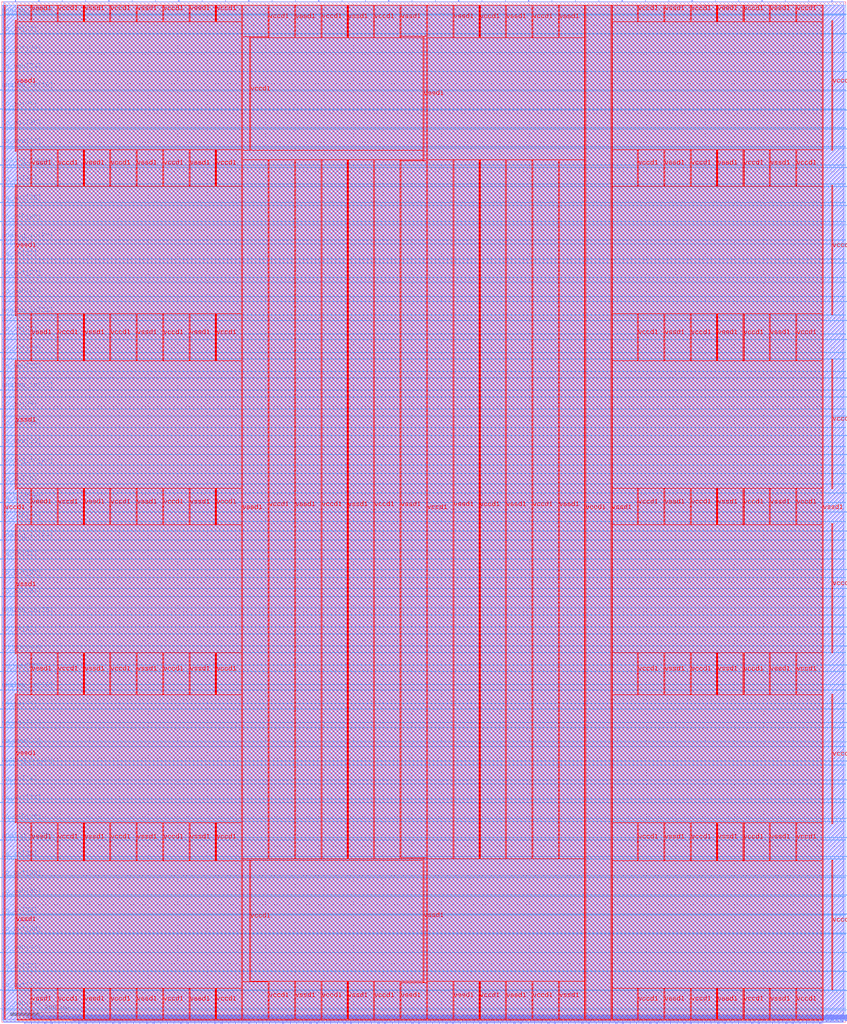
<source format=lef>
VERSION 5.7 ;
  NOWIREEXTENSIONATPIN ON ;
  DIVIDERCHAR "/" ;
  BUSBITCHARS "[]" ;
MACRO Marmot
  CLASS BLOCK ;
  FOREIGN Marmot ;
  ORIGIN 0.000 0.000 ;
  SIZE 2880.000 BY 3480.000 ;
  PIN analog_io[0]
    DIRECTION INOUT ;
    USE SIGNAL ;
    PORT
      LAYER met3 ;
        RECT 2879.000 1412.780 2884.800 1413.980 ;
    END
  END analog_io[0]
  PIN analog_io[10]
    DIRECTION INOUT ;
    USE SIGNAL ;
    PORT
      LAYER met2 ;
        RECT 2195.530 3479.000 2196.090 3484.800 ;
    END
  END analog_io[10]
  PIN analog_io[11]
    DIRECTION INOUT ;
    USE SIGNAL ;
    PORT
      LAYER met2 ;
        RECT 1877.210 3479.000 1877.770 3484.800 ;
    END
  END analog_io[11]
  PIN analog_io[12]
    DIRECTION INOUT ;
    USE SIGNAL ;
    PORT
      LAYER met2 ;
        RECT 1558.890 3479.000 1559.450 3484.800 ;
    END
  END analog_io[12]
  PIN analog_io[13]
    DIRECTION INOUT ;
    USE SIGNAL ;
    PORT
      LAYER met2 ;
        RECT 1240.570 3479.000 1241.130 3484.800 ;
    END
  END analog_io[13]
  PIN analog_io[14]
    DIRECTION INOUT ;
    USE SIGNAL ;
    PORT
      LAYER met2 ;
        RECT 922.250 3479.000 922.810 3484.800 ;
    END
  END analog_io[14]
  PIN analog_io[15]
    DIRECTION INOUT ;
    USE SIGNAL ;
    PORT
      LAYER met2 ;
        RECT 603.930 3479.000 604.490 3484.800 ;
    END
  END analog_io[15]
  PIN analog_io[16]
    DIRECTION INOUT ;
    USE SIGNAL ;
    PORT
      LAYER met2 ;
        RECT 285.610 3479.000 286.170 3484.800 ;
    END
  END analog_io[16]
  PIN analog_io[17]
    DIRECTION INOUT ;
    USE SIGNAL ;
    PORT
      LAYER met3 ;
        RECT -4.800 3433.060 1.000 3434.260 ;
    END
  END analog_io[17]
  PIN analog_io[18]
    DIRECTION INOUT ;
    USE SIGNAL ;
    PORT
      LAYER met3 ;
        RECT -4.800 3177.380 1.000 3178.580 ;
    END
  END analog_io[18]
  PIN analog_io[19]
    DIRECTION INOUT ;
    USE SIGNAL ;
    PORT
      LAYER met3 ;
        RECT -4.800 2921.700 1.000 2922.900 ;
    END
  END analog_io[19]
  PIN analog_io[1]
    DIRECTION INOUT ;
    USE SIGNAL ;
    PORT
      LAYER met3 ;
        RECT 2879.000 1673.900 2884.800 1675.100 ;
    END
  END analog_io[1]
  PIN analog_io[20]
    DIRECTION INOUT ;
    USE SIGNAL ;
    PORT
      LAYER met3 ;
        RECT -4.800 2666.020 1.000 2667.220 ;
    END
  END analog_io[20]
  PIN analog_io[21]
    DIRECTION INOUT ;
    USE SIGNAL ;
    PORT
      LAYER met3 ;
        RECT -4.800 2410.340 1.000 2411.540 ;
    END
  END analog_io[21]
  PIN analog_io[22]
    DIRECTION INOUT ;
    USE SIGNAL ;
    PORT
      LAYER met3 ;
        RECT -4.800 2154.660 1.000 2155.860 ;
    END
  END analog_io[22]
  PIN analog_io[23]
    DIRECTION INOUT ;
    USE SIGNAL ;
    PORT
      LAYER met3 ;
        RECT -4.800 1898.980 1.000 1900.180 ;
    END
  END analog_io[23]
  PIN analog_io[24]
    DIRECTION INOUT ;
    USE SIGNAL ;
    PORT
      LAYER met3 ;
        RECT -4.800 1643.300 1.000 1644.500 ;
    END
  END analog_io[24]
  PIN analog_io[25]
    DIRECTION INOUT ;
    USE SIGNAL ;
    PORT
      LAYER met3 ;
        RECT -4.800 1387.620 1.000 1388.820 ;
    END
  END analog_io[25]
  PIN analog_io[26]
    DIRECTION INOUT ;
    USE SIGNAL ;
    PORT
      LAYER met3 ;
        RECT -4.800 1131.940 1.000 1133.140 ;
    END
  END analog_io[26]
  PIN analog_io[27]
    DIRECTION INOUT ;
    USE SIGNAL ;
    PORT
      LAYER met3 ;
        RECT -4.800 876.260 1.000 877.460 ;
    END
  END analog_io[27]
  PIN analog_io[28]
    DIRECTION INOUT ;
    USE SIGNAL ;
    PORT
      LAYER met3 ;
        RECT -4.800 620.580 1.000 621.780 ;
    END
  END analog_io[28]
  PIN analog_io[2]
    DIRECTION INOUT ;
    USE SIGNAL ;
    PORT
      LAYER met3 ;
        RECT 2879.000 1935.020 2884.800 1936.220 ;
    END
  END analog_io[2]
  PIN analog_io[3]
    DIRECTION INOUT ;
    USE SIGNAL ;
    PORT
      LAYER met3 ;
        RECT 2879.000 2196.140 2884.800 2197.340 ;
    END
  END analog_io[3]
  PIN analog_io[4]
    DIRECTION INOUT ;
    USE SIGNAL ;
    PORT
      LAYER met3 ;
        RECT 2879.000 2457.260 2884.800 2458.460 ;
    END
  END analog_io[4]
  PIN analog_io[5]
    DIRECTION INOUT ;
    USE SIGNAL ;
    PORT
      LAYER met3 ;
        RECT 2879.000 2718.380 2884.800 2719.580 ;
    END
  END analog_io[5]
  PIN analog_io[6]
    DIRECTION INOUT ;
    USE SIGNAL ;
    PORT
      LAYER met3 ;
        RECT 2879.000 2979.500 2884.800 2980.700 ;
    END
  END analog_io[6]
  PIN analog_io[7]
    DIRECTION INOUT ;
    USE SIGNAL ;
    PORT
      LAYER met3 ;
        RECT 2879.000 3240.620 2884.800 3241.820 ;
    END
  END analog_io[7]
  PIN analog_io[8]
    DIRECTION INOUT ;
    USE SIGNAL ;
    PORT
      LAYER met2 ;
        RECT 2832.170 3479.000 2832.730 3484.800 ;
    END
  END analog_io[8]
  PIN analog_io[9]
    DIRECTION INOUT ;
    USE SIGNAL ;
    PORT
      LAYER met2 ;
        RECT 2513.850 3479.000 2514.410 3484.800 ;
    END
  END analog_io[9]
  PIN io_in[0]
    DIRECTION INPUT ;
    USE SIGNAL ;
    PORT
      LAYER met3 ;
        RECT 2879.000 41.900 2884.800 43.100 ;
    END
  END io_in[0]
  PIN io_in[10]
    DIRECTION INPUT ;
    USE SIGNAL ;
    PORT
      LAYER met3 ;
        RECT 2879.000 2261.420 2884.800 2262.620 ;
    END
  END io_in[10]
  PIN io_in[11]
    DIRECTION INPUT ;
    USE SIGNAL ;
    PORT
      LAYER met3 ;
        RECT 2879.000 2522.540 2884.800 2523.740 ;
    END
  END io_in[11]
  PIN io_in[12]
    DIRECTION INPUT ;
    USE SIGNAL ;
    PORT
      LAYER met3 ;
        RECT 2879.000 2783.660 2884.800 2784.860 ;
    END
  END io_in[12]
  PIN io_in[13]
    DIRECTION INPUT ;
    USE SIGNAL ;
    PORT
      LAYER met3 ;
        RECT 2879.000 3044.780 2884.800 3045.980 ;
    END
  END io_in[13]
  PIN io_in[14]
    DIRECTION INPUT ;
    USE SIGNAL ;
    PORT
      LAYER met3 ;
        RECT 2879.000 3305.900 2884.800 3307.100 ;
    END
  END io_in[14]
  PIN io_in[15]
    DIRECTION INPUT ;
    USE SIGNAL ;
    PORT
      LAYER met2 ;
        RECT 2752.590 3479.000 2753.150 3484.800 ;
    END
  END io_in[15]
  PIN io_in[16]
    DIRECTION INPUT ;
    USE SIGNAL ;
    PORT
      LAYER met2 ;
        RECT 2434.270 3479.000 2434.830 3484.800 ;
    END
  END io_in[16]
  PIN io_in[17]
    DIRECTION INPUT ;
    USE SIGNAL ;
    PORT
      LAYER met2 ;
        RECT 2115.950 3479.000 2116.510 3484.800 ;
    END
  END io_in[17]
  PIN io_in[18]
    DIRECTION INPUT ;
    USE SIGNAL ;
    PORT
      LAYER met2 ;
        RECT 1797.630 3479.000 1798.190 3484.800 ;
    END
  END io_in[18]
  PIN io_in[19]
    DIRECTION INPUT ;
    USE SIGNAL ;
    PORT
      LAYER met2 ;
        RECT 1479.310 3479.000 1479.870 3484.800 ;
    END
  END io_in[19]
  PIN io_in[1]
    DIRECTION INPUT ;
    USE SIGNAL ;
    PORT
      LAYER met3 ;
        RECT 2879.000 237.740 2884.800 238.940 ;
    END
  END io_in[1]
  PIN io_in[20]
    DIRECTION INPUT ;
    USE SIGNAL ;
    PORT
      LAYER met2 ;
        RECT 1160.990 3479.000 1161.550 3484.800 ;
    END
  END io_in[20]
  PIN io_in[21]
    DIRECTION INPUT ;
    USE SIGNAL ;
    PORT
      LAYER met2 ;
        RECT 842.670 3479.000 843.230 3484.800 ;
    END
  END io_in[21]
  PIN io_in[22]
    DIRECTION INPUT ;
    USE SIGNAL ;
    PORT
      LAYER met2 ;
        RECT 524.350 3479.000 524.910 3484.800 ;
    END
  END io_in[22]
  PIN io_in[23]
    DIRECTION INPUT ;
    USE SIGNAL ;
    PORT
      LAYER met2 ;
        RECT 206.030 3479.000 206.590 3484.800 ;
    END
  END io_in[23]
  PIN io_in[24]
    DIRECTION INPUT ;
    USE SIGNAL ;
    PORT
      LAYER met3 ;
        RECT -4.800 3369.140 1.000 3370.340 ;
    END
  END io_in[24]
  PIN io_in[25]
    DIRECTION INPUT ;
    USE SIGNAL ;
    PORT
      LAYER met3 ;
        RECT -4.800 3113.460 1.000 3114.660 ;
    END
  END io_in[25]
  PIN io_in[26]
    DIRECTION INPUT ;
    USE SIGNAL ;
    PORT
      LAYER met3 ;
        RECT -4.800 2857.780 1.000 2858.980 ;
    END
  END io_in[26]
  PIN io_in[27]
    DIRECTION INPUT ;
    USE SIGNAL ;
    PORT
      LAYER met3 ;
        RECT -4.800 2602.100 1.000 2603.300 ;
    END
  END io_in[27]
  PIN io_in[28]
    DIRECTION INPUT ;
    USE SIGNAL ;
    PORT
      LAYER met3 ;
        RECT -4.800 2346.420 1.000 2347.620 ;
    END
  END io_in[28]
  PIN io_in[29]
    DIRECTION INPUT ;
    USE SIGNAL ;
    PORT
      LAYER met3 ;
        RECT -4.800 2090.740 1.000 2091.940 ;
    END
  END io_in[29]
  PIN io_in[2]
    DIRECTION INPUT ;
    USE SIGNAL ;
    PORT
      LAYER met3 ;
        RECT 2879.000 433.580 2884.800 434.780 ;
    END
  END io_in[2]
  PIN io_in[30]
    DIRECTION INPUT ;
    USE SIGNAL ;
    PORT
      LAYER met3 ;
        RECT -4.800 1835.060 1.000 1836.260 ;
    END
  END io_in[30]
  PIN io_in[31]
    DIRECTION INPUT ;
    USE SIGNAL ;
    PORT
      LAYER met3 ;
        RECT -4.800 1579.380 1.000 1580.580 ;
    END
  END io_in[31]
  PIN io_in[32]
    DIRECTION INPUT ;
    USE SIGNAL ;
    PORT
      LAYER met3 ;
        RECT -4.800 1323.700 1.000 1324.900 ;
    END
  END io_in[32]
  PIN io_in[33]
    DIRECTION INPUT ;
    USE SIGNAL ;
    PORT
      LAYER met3 ;
        RECT -4.800 1068.020 1.000 1069.220 ;
    END
  END io_in[33]
  PIN io_in[34]
    DIRECTION INPUT ;
    USE SIGNAL ;
    PORT
      LAYER met3 ;
        RECT -4.800 812.340 1.000 813.540 ;
    END
  END io_in[34]
  PIN io_in[35]
    DIRECTION INPUT ;
    USE SIGNAL ;
    PORT
      LAYER met3 ;
        RECT -4.800 556.660 1.000 557.860 ;
    END
  END io_in[35]
  PIN io_in[36]
    DIRECTION INPUT ;
    USE SIGNAL ;
    PORT
      LAYER met3 ;
        RECT -4.800 364.900 1.000 366.100 ;
    END
  END io_in[36]
  PIN io_in[37]
    DIRECTION INPUT ;
    USE SIGNAL ;
    PORT
      LAYER met3 ;
        RECT -4.800 173.140 1.000 174.340 ;
    END
  END io_in[37]
  PIN io_in[3]
    DIRECTION INPUT ;
    USE SIGNAL ;
    PORT
      LAYER met3 ;
        RECT 2879.000 629.420 2884.800 630.620 ;
    END
  END io_in[3]
  PIN io_in[4]
    DIRECTION INPUT ;
    USE SIGNAL ;
    PORT
      LAYER met3 ;
        RECT 2879.000 825.260 2884.800 826.460 ;
    END
  END io_in[4]
  PIN io_in[5]
    DIRECTION INPUT ;
    USE SIGNAL ;
    PORT
      LAYER met3 ;
        RECT 2879.000 1021.100 2884.800 1022.300 ;
    END
  END io_in[5]
  PIN io_in[6]
    DIRECTION INPUT ;
    USE SIGNAL ;
    PORT
      LAYER met3 ;
        RECT 2879.000 1216.940 2884.800 1218.140 ;
    END
  END io_in[6]
  PIN io_in[7]
    DIRECTION INPUT ;
    USE SIGNAL ;
    PORT
      LAYER met3 ;
        RECT 2879.000 1478.060 2884.800 1479.260 ;
    END
  END io_in[7]
  PIN io_in[8]
    DIRECTION INPUT ;
    USE SIGNAL ;
    PORT
      LAYER met3 ;
        RECT 2879.000 1739.180 2884.800 1740.380 ;
    END
  END io_in[8]
  PIN io_in[9]
    DIRECTION INPUT ;
    USE SIGNAL ;
    PORT
      LAYER met3 ;
        RECT 2879.000 2000.300 2884.800 2001.500 ;
    END
  END io_in[9]
  PIN io_oeb[0]
    DIRECTION OUTPUT TRISTATE ;
    USE SIGNAL ;
    PORT
      LAYER met3 ;
        RECT 2879.000 172.460 2884.800 173.660 ;
    END
  END io_oeb[0]
  PIN io_oeb[10]
    DIRECTION OUTPUT TRISTATE ;
    USE SIGNAL ;
    PORT
      LAYER met3 ;
        RECT 2879.000 2391.980 2884.800 2393.180 ;
    END
  END io_oeb[10]
  PIN io_oeb[11]
    DIRECTION OUTPUT TRISTATE ;
    USE SIGNAL ;
    PORT
      LAYER met3 ;
        RECT 2879.000 2653.100 2884.800 2654.300 ;
    END
  END io_oeb[11]
  PIN io_oeb[12]
    DIRECTION OUTPUT TRISTATE ;
    USE SIGNAL ;
    PORT
      LAYER met3 ;
        RECT 2879.000 2914.220 2884.800 2915.420 ;
    END
  END io_oeb[12]
  PIN io_oeb[13]
    DIRECTION OUTPUT TRISTATE ;
    USE SIGNAL ;
    PORT
      LAYER met3 ;
        RECT 2879.000 3175.340 2884.800 3176.540 ;
    END
  END io_oeb[13]
  PIN io_oeb[14]
    DIRECTION OUTPUT TRISTATE ;
    USE SIGNAL ;
    PORT
      LAYER met3 ;
        RECT 2879.000 3436.460 2884.800 3437.660 ;
    END
  END io_oeb[14]
  PIN io_oeb[15]
    DIRECTION OUTPUT TRISTATE ;
    USE SIGNAL ;
    PORT
      LAYER met2 ;
        RECT 2593.430 3479.000 2593.990 3484.800 ;
    END
  END io_oeb[15]
  PIN io_oeb[16]
    DIRECTION OUTPUT TRISTATE ;
    USE SIGNAL ;
    PORT
      LAYER met2 ;
        RECT 2275.110 3479.000 2275.670 3484.800 ;
    END
  END io_oeb[16]
  PIN io_oeb[17]
    DIRECTION OUTPUT TRISTATE ;
    USE SIGNAL ;
    PORT
      LAYER met2 ;
        RECT 1956.790 3479.000 1957.350 3484.800 ;
    END
  END io_oeb[17]
  PIN io_oeb[18]
    DIRECTION OUTPUT TRISTATE ;
    USE SIGNAL ;
    PORT
      LAYER met2 ;
        RECT 1638.470 3479.000 1639.030 3484.800 ;
    END
  END io_oeb[18]
  PIN io_oeb[19]
    DIRECTION OUTPUT TRISTATE ;
    USE SIGNAL ;
    PORT
      LAYER met2 ;
        RECT 1320.150 3479.000 1320.710 3484.800 ;
    END
  END io_oeb[19]
  PIN io_oeb[1]
    DIRECTION OUTPUT TRISTATE ;
    USE SIGNAL ;
    PORT
      LAYER met3 ;
        RECT 2879.000 368.300 2884.800 369.500 ;
    END
  END io_oeb[1]
  PIN io_oeb[20]
    DIRECTION OUTPUT TRISTATE ;
    USE SIGNAL ;
    PORT
      LAYER met2 ;
        RECT 1001.830 3479.000 1002.390 3484.800 ;
    END
  END io_oeb[20]
  PIN io_oeb[21]
    DIRECTION OUTPUT TRISTATE ;
    USE SIGNAL ;
    PORT
      LAYER met2 ;
        RECT 683.510 3479.000 684.070 3484.800 ;
    END
  END io_oeb[21]
  PIN io_oeb[22]
    DIRECTION OUTPUT TRISTATE ;
    USE SIGNAL ;
    PORT
      LAYER met2 ;
        RECT 365.190 3479.000 365.750 3484.800 ;
    END
  END io_oeb[22]
  PIN io_oeb[23]
    DIRECTION OUTPUT TRISTATE ;
    USE SIGNAL ;
    PORT
      LAYER met2 ;
        RECT 46.870 3479.000 47.430 3484.800 ;
    END
  END io_oeb[23]
  PIN io_oeb[24]
    DIRECTION OUTPUT TRISTATE ;
    USE SIGNAL ;
    PORT
      LAYER met3 ;
        RECT -4.800 3241.300 1.000 3242.500 ;
    END
  END io_oeb[24]
  PIN io_oeb[25]
    DIRECTION OUTPUT TRISTATE ;
    USE SIGNAL ;
    PORT
      LAYER met3 ;
        RECT -4.800 2985.620 1.000 2986.820 ;
    END
  END io_oeb[25]
  PIN io_oeb[26]
    DIRECTION OUTPUT TRISTATE ;
    USE SIGNAL ;
    PORT
      LAYER met3 ;
        RECT -4.800 2729.940 1.000 2731.140 ;
    END
  END io_oeb[26]
  PIN io_oeb[27]
    DIRECTION OUTPUT TRISTATE ;
    USE SIGNAL ;
    PORT
      LAYER met3 ;
        RECT -4.800 2474.260 1.000 2475.460 ;
    END
  END io_oeb[27]
  PIN io_oeb[28]
    DIRECTION OUTPUT TRISTATE ;
    USE SIGNAL ;
    PORT
      LAYER met3 ;
        RECT -4.800 2218.580 1.000 2219.780 ;
    END
  END io_oeb[28]
  PIN io_oeb[29]
    DIRECTION OUTPUT TRISTATE ;
    USE SIGNAL ;
    PORT
      LAYER met3 ;
        RECT -4.800 1962.900 1.000 1964.100 ;
    END
  END io_oeb[29]
  PIN io_oeb[2]
    DIRECTION OUTPUT TRISTATE ;
    USE SIGNAL ;
    PORT
      LAYER met3 ;
        RECT 2879.000 564.140 2884.800 565.340 ;
    END
  END io_oeb[2]
  PIN io_oeb[30]
    DIRECTION OUTPUT TRISTATE ;
    USE SIGNAL ;
    PORT
      LAYER met3 ;
        RECT -4.800 1707.220 1.000 1708.420 ;
    END
  END io_oeb[30]
  PIN io_oeb[31]
    DIRECTION OUTPUT TRISTATE ;
    USE SIGNAL ;
    PORT
      LAYER met3 ;
        RECT -4.800 1451.540 1.000 1452.740 ;
    END
  END io_oeb[31]
  PIN io_oeb[32]
    DIRECTION OUTPUT TRISTATE ;
    USE SIGNAL ;
    PORT
      LAYER met3 ;
        RECT -4.800 1195.860 1.000 1197.060 ;
    END
  END io_oeb[32]
  PIN io_oeb[33]
    DIRECTION OUTPUT TRISTATE ;
    USE SIGNAL ;
    PORT
      LAYER met3 ;
        RECT -4.800 940.180 1.000 941.380 ;
    END
  END io_oeb[33]
  PIN io_oeb[34]
    DIRECTION OUTPUT TRISTATE ;
    USE SIGNAL ;
    PORT
      LAYER met3 ;
        RECT -4.800 684.500 1.000 685.700 ;
    END
  END io_oeb[34]
  PIN io_oeb[35]
    DIRECTION OUTPUT TRISTATE ;
    USE SIGNAL ;
    PORT
      LAYER met3 ;
        RECT -4.800 428.820 1.000 430.020 ;
    END
  END io_oeb[35]
  PIN io_oeb[36]
    DIRECTION OUTPUT TRISTATE ;
    USE SIGNAL ;
    PORT
      LAYER met3 ;
        RECT -4.800 237.060 1.000 238.260 ;
    END
  END io_oeb[36]
  PIN io_oeb[37]
    DIRECTION OUTPUT TRISTATE ;
    USE SIGNAL ;
    PORT
      LAYER met3 ;
        RECT -4.800 45.300 1.000 46.500 ;
    END
  END io_oeb[37]
  PIN io_oeb[3]
    DIRECTION OUTPUT TRISTATE ;
    USE SIGNAL ;
    PORT
      LAYER met3 ;
        RECT 2879.000 759.980 2884.800 761.180 ;
    END
  END io_oeb[3]
  PIN io_oeb[4]
    DIRECTION OUTPUT TRISTATE ;
    USE SIGNAL ;
    PORT
      LAYER met3 ;
        RECT 2879.000 955.820 2884.800 957.020 ;
    END
  END io_oeb[4]
  PIN io_oeb[5]
    DIRECTION OUTPUT TRISTATE ;
    USE SIGNAL ;
    PORT
      LAYER met3 ;
        RECT 2879.000 1151.660 2884.800 1152.860 ;
    END
  END io_oeb[5]
  PIN io_oeb[6]
    DIRECTION OUTPUT TRISTATE ;
    USE SIGNAL ;
    PORT
      LAYER met3 ;
        RECT 2879.000 1347.500 2884.800 1348.700 ;
    END
  END io_oeb[6]
  PIN io_oeb[7]
    DIRECTION OUTPUT TRISTATE ;
    USE SIGNAL ;
    PORT
      LAYER met3 ;
        RECT 2879.000 1608.620 2884.800 1609.820 ;
    END
  END io_oeb[7]
  PIN io_oeb[8]
    DIRECTION OUTPUT TRISTATE ;
    USE SIGNAL ;
    PORT
      LAYER met3 ;
        RECT 2879.000 1869.740 2884.800 1870.940 ;
    END
  END io_oeb[8]
  PIN io_oeb[9]
    DIRECTION OUTPUT TRISTATE ;
    USE SIGNAL ;
    PORT
      LAYER met3 ;
        RECT 2879.000 2130.860 2884.800 2132.060 ;
    END
  END io_oeb[9]
  PIN io_out[0]
    DIRECTION OUTPUT TRISTATE ;
    USE SIGNAL ;
    PORT
      LAYER met3 ;
        RECT 2879.000 107.180 2884.800 108.380 ;
    END
  END io_out[0]
  PIN io_out[10]
    DIRECTION OUTPUT TRISTATE ;
    USE SIGNAL ;
    PORT
      LAYER met3 ;
        RECT 2879.000 2326.700 2884.800 2327.900 ;
    END
  END io_out[10]
  PIN io_out[11]
    DIRECTION OUTPUT TRISTATE ;
    USE SIGNAL ;
    PORT
      LAYER met3 ;
        RECT 2879.000 2587.820 2884.800 2589.020 ;
    END
  END io_out[11]
  PIN io_out[12]
    DIRECTION OUTPUT TRISTATE ;
    USE SIGNAL ;
    PORT
      LAYER met3 ;
        RECT 2879.000 2848.940 2884.800 2850.140 ;
    END
  END io_out[12]
  PIN io_out[13]
    DIRECTION OUTPUT TRISTATE ;
    USE SIGNAL ;
    PORT
      LAYER met3 ;
        RECT 2879.000 3110.060 2884.800 3111.260 ;
    END
  END io_out[13]
  PIN io_out[14]
    DIRECTION OUTPUT TRISTATE ;
    USE SIGNAL ;
    PORT
      LAYER met3 ;
        RECT 2879.000 3371.180 2884.800 3372.380 ;
    END
  END io_out[14]
  PIN io_out[15]
    DIRECTION OUTPUT TRISTATE ;
    USE SIGNAL ;
    PORT
      LAYER met2 ;
        RECT 2673.010 3479.000 2673.570 3484.800 ;
    END
  END io_out[15]
  PIN io_out[16]
    DIRECTION OUTPUT TRISTATE ;
    USE SIGNAL ;
    PORT
      LAYER met2 ;
        RECT 2354.690 3479.000 2355.250 3484.800 ;
    END
  END io_out[16]
  PIN io_out[17]
    DIRECTION OUTPUT TRISTATE ;
    USE SIGNAL ;
    PORT
      LAYER met2 ;
        RECT 2036.370 3479.000 2036.930 3484.800 ;
    END
  END io_out[17]
  PIN io_out[18]
    DIRECTION OUTPUT TRISTATE ;
    USE SIGNAL ;
    PORT
      LAYER met2 ;
        RECT 1718.050 3479.000 1718.610 3484.800 ;
    END
  END io_out[18]
  PIN io_out[19]
    DIRECTION OUTPUT TRISTATE ;
    USE SIGNAL ;
    PORT
      LAYER met2 ;
        RECT 1399.730 3479.000 1400.290 3484.800 ;
    END
  END io_out[19]
  PIN io_out[1]
    DIRECTION OUTPUT TRISTATE ;
    USE SIGNAL ;
    PORT
      LAYER met3 ;
        RECT 2879.000 303.020 2884.800 304.220 ;
    END
  END io_out[1]
  PIN io_out[20]
    DIRECTION OUTPUT TRISTATE ;
    USE SIGNAL ;
    PORT
      LAYER met2 ;
        RECT 1081.410 3479.000 1081.970 3484.800 ;
    END
  END io_out[20]
  PIN io_out[21]
    DIRECTION OUTPUT TRISTATE ;
    USE SIGNAL ;
    PORT
      LAYER met2 ;
        RECT 763.090 3479.000 763.650 3484.800 ;
    END
  END io_out[21]
  PIN io_out[22]
    DIRECTION OUTPUT TRISTATE ;
    USE SIGNAL ;
    PORT
      LAYER met2 ;
        RECT 444.770 3479.000 445.330 3484.800 ;
    END
  END io_out[22]
  PIN io_out[23]
    DIRECTION OUTPUT TRISTATE ;
    USE SIGNAL ;
    PORT
      LAYER met2 ;
        RECT 126.450 3479.000 127.010 3484.800 ;
    END
  END io_out[23]
  PIN io_out[24]
    DIRECTION OUTPUT TRISTATE ;
    USE SIGNAL ;
    PORT
      LAYER met3 ;
        RECT -4.800 3305.220 1.000 3306.420 ;
    END
  END io_out[24]
  PIN io_out[25]
    DIRECTION OUTPUT TRISTATE ;
    USE SIGNAL ;
    PORT
      LAYER met3 ;
        RECT -4.800 3049.540 1.000 3050.740 ;
    END
  END io_out[25]
  PIN io_out[26]
    DIRECTION OUTPUT TRISTATE ;
    USE SIGNAL ;
    PORT
      LAYER met3 ;
        RECT -4.800 2793.860 1.000 2795.060 ;
    END
  END io_out[26]
  PIN io_out[27]
    DIRECTION OUTPUT TRISTATE ;
    USE SIGNAL ;
    PORT
      LAYER met3 ;
        RECT -4.800 2538.180 1.000 2539.380 ;
    END
  END io_out[27]
  PIN io_out[28]
    DIRECTION OUTPUT TRISTATE ;
    USE SIGNAL ;
    PORT
      LAYER met3 ;
        RECT -4.800 2282.500 1.000 2283.700 ;
    END
  END io_out[28]
  PIN io_out[29]
    DIRECTION OUTPUT TRISTATE ;
    USE SIGNAL ;
    PORT
      LAYER met3 ;
        RECT -4.800 2026.820 1.000 2028.020 ;
    END
  END io_out[29]
  PIN io_out[2]
    DIRECTION OUTPUT TRISTATE ;
    USE SIGNAL ;
    PORT
      LAYER met3 ;
        RECT 2879.000 498.860 2884.800 500.060 ;
    END
  END io_out[2]
  PIN io_out[30]
    DIRECTION OUTPUT TRISTATE ;
    USE SIGNAL ;
    PORT
      LAYER met3 ;
        RECT -4.800 1771.140 1.000 1772.340 ;
    END
  END io_out[30]
  PIN io_out[31]
    DIRECTION OUTPUT TRISTATE ;
    USE SIGNAL ;
    PORT
      LAYER met3 ;
        RECT -4.800 1515.460 1.000 1516.660 ;
    END
  END io_out[31]
  PIN io_out[32]
    DIRECTION OUTPUT TRISTATE ;
    USE SIGNAL ;
    PORT
      LAYER met3 ;
        RECT -4.800 1259.780 1.000 1260.980 ;
    END
  END io_out[32]
  PIN io_out[33]
    DIRECTION OUTPUT TRISTATE ;
    USE SIGNAL ;
    PORT
      LAYER met3 ;
        RECT -4.800 1004.100 1.000 1005.300 ;
    END
  END io_out[33]
  PIN io_out[34]
    DIRECTION OUTPUT TRISTATE ;
    USE SIGNAL ;
    PORT
      LAYER met3 ;
        RECT -4.800 748.420 1.000 749.620 ;
    END
  END io_out[34]
  PIN io_out[35]
    DIRECTION OUTPUT TRISTATE ;
    USE SIGNAL ;
    PORT
      LAYER met3 ;
        RECT -4.800 492.740 1.000 493.940 ;
    END
  END io_out[35]
  PIN io_out[36]
    DIRECTION OUTPUT TRISTATE ;
    USE SIGNAL ;
    PORT
      LAYER met3 ;
        RECT -4.800 300.980 1.000 302.180 ;
    END
  END io_out[36]
  PIN io_out[37]
    DIRECTION OUTPUT TRISTATE ;
    USE SIGNAL ;
    PORT
      LAYER met3 ;
        RECT -4.800 109.220 1.000 110.420 ;
    END
  END io_out[37]
  PIN io_out[3]
    DIRECTION OUTPUT TRISTATE ;
    USE SIGNAL ;
    PORT
      LAYER met3 ;
        RECT 2879.000 694.700 2884.800 695.900 ;
    END
  END io_out[3]
  PIN io_out[4]
    DIRECTION OUTPUT TRISTATE ;
    USE SIGNAL ;
    PORT
      LAYER met3 ;
        RECT 2879.000 890.540 2884.800 891.740 ;
    END
  END io_out[4]
  PIN io_out[5]
    DIRECTION OUTPUT TRISTATE ;
    USE SIGNAL ;
    PORT
      LAYER met3 ;
        RECT 2879.000 1086.380 2884.800 1087.580 ;
    END
  END io_out[5]
  PIN io_out[6]
    DIRECTION OUTPUT TRISTATE ;
    USE SIGNAL ;
    PORT
      LAYER met3 ;
        RECT 2879.000 1282.220 2884.800 1283.420 ;
    END
  END io_out[6]
  PIN io_out[7]
    DIRECTION OUTPUT TRISTATE ;
    USE SIGNAL ;
    PORT
      LAYER met3 ;
        RECT 2879.000 1543.340 2884.800 1544.540 ;
    END
  END io_out[7]
  PIN io_out[8]
    DIRECTION OUTPUT TRISTATE ;
    USE SIGNAL ;
    PORT
      LAYER met3 ;
        RECT 2879.000 1804.460 2884.800 1805.660 ;
    END
  END io_out[8]
  PIN io_out[9]
    DIRECTION OUTPUT TRISTATE ;
    USE SIGNAL ;
    PORT
      LAYER met3 ;
        RECT 2879.000 2065.580 2884.800 2066.780 ;
    END
  END io_out[9]
  PIN la_data_in[0]
    DIRECTION INPUT ;
    USE SIGNAL ;
    PORT
      LAYER met2 ;
        RECT 664.190 -4.800 664.750 1.000 ;
    END
  END la_data_in[0]
  PIN la_data_in[100]
    DIRECTION INPUT ;
    USE SIGNAL ;
    PORT
      LAYER met2 ;
        RECT 2320.190 -4.800 2320.750 1.000 ;
    END
  END la_data_in[100]
  PIN la_data_in[101]
    DIRECTION INPUT ;
    USE SIGNAL ;
    PORT
      LAYER met2 ;
        RECT 2336.750 -4.800 2337.310 1.000 ;
    END
  END la_data_in[101]
  PIN la_data_in[102]
    DIRECTION INPUT ;
    USE SIGNAL ;
    PORT
      LAYER met2 ;
        RECT 2353.310 -4.800 2353.870 1.000 ;
    END
  END la_data_in[102]
  PIN la_data_in[103]
    DIRECTION INPUT ;
    USE SIGNAL ;
    PORT
      LAYER met2 ;
        RECT 2369.870 -4.800 2370.430 1.000 ;
    END
  END la_data_in[103]
  PIN la_data_in[104]
    DIRECTION INPUT ;
    USE SIGNAL ;
    PORT
      LAYER met2 ;
        RECT 2386.430 -4.800 2386.990 1.000 ;
    END
  END la_data_in[104]
  PIN la_data_in[105]
    DIRECTION INPUT ;
    USE SIGNAL ;
    PORT
      LAYER met2 ;
        RECT 2402.990 -4.800 2403.550 1.000 ;
    END
  END la_data_in[105]
  PIN la_data_in[106]
    DIRECTION INPUT ;
    USE SIGNAL ;
    PORT
      LAYER met2 ;
        RECT 2419.550 -4.800 2420.110 1.000 ;
    END
  END la_data_in[106]
  PIN la_data_in[107]
    DIRECTION INPUT ;
    USE SIGNAL ;
    PORT
      LAYER met2 ;
        RECT 2436.110 -4.800 2436.670 1.000 ;
    END
  END la_data_in[107]
  PIN la_data_in[108]
    DIRECTION INPUT ;
    USE SIGNAL ;
    PORT
      LAYER met2 ;
        RECT 2452.670 -4.800 2453.230 1.000 ;
    END
  END la_data_in[108]
  PIN la_data_in[109]
    DIRECTION INPUT ;
    USE SIGNAL ;
    PORT
      LAYER met2 ;
        RECT 2469.230 -4.800 2469.790 1.000 ;
    END
  END la_data_in[109]
  PIN la_data_in[10]
    DIRECTION INPUT ;
    USE SIGNAL ;
    PORT
      LAYER met2 ;
        RECT 829.790 -4.800 830.350 1.000 ;
    END
  END la_data_in[10]
  PIN la_data_in[110]
    DIRECTION INPUT ;
    USE SIGNAL ;
    PORT
      LAYER met2 ;
        RECT 2485.790 -4.800 2486.350 1.000 ;
    END
  END la_data_in[110]
  PIN la_data_in[111]
    DIRECTION INPUT ;
    USE SIGNAL ;
    PORT
      LAYER met2 ;
        RECT 2502.350 -4.800 2502.910 1.000 ;
    END
  END la_data_in[111]
  PIN la_data_in[112]
    DIRECTION INPUT ;
    USE SIGNAL ;
    PORT
      LAYER met2 ;
        RECT 2518.910 -4.800 2519.470 1.000 ;
    END
  END la_data_in[112]
  PIN la_data_in[113]
    DIRECTION INPUT ;
    USE SIGNAL ;
    PORT
      LAYER met2 ;
        RECT 2535.470 -4.800 2536.030 1.000 ;
    END
  END la_data_in[113]
  PIN la_data_in[114]
    DIRECTION INPUT ;
    USE SIGNAL ;
    PORT
      LAYER met2 ;
        RECT 2552.030 -4.800 2552.590 1.000 ;
    END
  END la_data_in[114]
  PIN la_data_in[115]
    DIRECTION INPUT ;
    USE SIGNAL ;
    PORT
      LAYER met2 ;
        RECT 2568.590 -4.800 2569.150 1.000 ;
    END
  END la_data_in[115]
  PIN la_data_in[116]
    DIRECTION INPUT ;
    USE SIGNAL ;
    PORT
      LAYER met2 ;
        RECT 2585.150 -4.800 2585.710 1.000 ;
    END
  END la_data_in[116]
  PIN la_data_in[117]
    DIRECTION INPUT ;
    USE SIGNAL ;
    PORT
      LAYER met2 ;
        RECT 2601.710 -4.800 2602.270 1.000 ;
    END
  END la_data_in[117]
  PIN la_data_in[118]
    DIRECTION INPUT ;
    USE SIGNAL ;
    PORT
      LAYER met2 ;
        RECT 2618.270 -4.800 2618.830 1.000 ;
    END
  END la_data_in[118]
  PIN la_data_in[119]
    DIRECTION INPUT ;
    USE SIGNAL ;
    PORT
      LAYER met2 ;
        RECT 2634.830 -4.800 2635.390 1.000 ;
    END
  END la_data_in[119]
  PIN la_data_in[11]
    DIRECTION INPUT ;
    USE SIGNAL ;
    PORT
      LAYER met2 ;
        RECT 846.350 -4.800 846.910 1.000 ;
    END
  END la_data_in[11]
  PIN la_data_in[120]
    DIRECTION INPUT ;
    USE SIGNAL ;
    PORT
      LAYER met2 ;
        RECT 2651.390 -4.800 2651.950 1.000 ;
    END
  END la_data_in[120]
  PIN la_data_in[121]
    DIRECTION INPUT ;
    USE SIGNAL ;
    PORT
      LAYER met2 ;
        RECT 2667.950 -4.800 2668.510 1.000 ;
    END
  END la_data_in[121]
  PIN la_data_in[122]
    DIRECTION INPUT ;
    USE SIGNAL ;
    PORT
      LAYER met2 ;
        RECT 2684.510 -4.800 2685.070 1.000 ;
    END
  END la_data_in[122]
  PIN la_data_in[123]
    DIRECTION INPUT ;
    USE SIGNAL ;
    PORT
      LAYER met2 ;
        RECT 2701.070 -4.800 2701.630 1.000 ;
    END
  END la_data_in[123]
  PIN la_data_in[124]
    DIRECTION INPUT ;
    USE SIGNAL ;
    PORT
      LAYER met2 ;
        RECT 2717.630 -4.800 2718.190 1.000 ;
    END
  END la_data_in[124]
  PIN la_data_in[125]
    DIRECTION INPUT ;
    USE SIGNAL ;
    PORT
      LAYER met2 ;
        RECT 2734.190 -4.800 2734.750 1.000 ;
    END
  END la_data_in[125]
  PIN la_data_in[126]
    DIRECTION INPUT ;
    USE SIGNAL ;
    PORT
      LAYER met2 ;
        RECT 2750.750 -4.800 2751.310 1.000 ;
    END
  END la_data_in[126]
  PIN la_data_in[127]
    DIRECTION INPUT ;
    USE SIGNAL ;
    PORT
      LAYER met2 ;
        RECT 2767.310 -4.800 2767.870 1.000 ;
    END
  END la_data_in[127]
  PIN la_data_in[12]
    DIRECTION INPUT ;
    USE SIGNAL ;
    PORT
      LAYER met2 ;
        RECT 862.910 -4.800 863.470 1.000 ;
    END
  END la_data_in[12]
  PIN la_data_in[13]
    DIRECTION INPUT ;
    USE SIGNAL ;
    PORT
      LAYER met2 ;
        RECT 879.470 -4.800 880.030 1.000 ;
    END
  END la_data_in[13]
  PIN la_data_in[14]
    DIRECTION INPUT ;
    USE SIGNAL ;
    PORT
      LAYER met2 ;
        RECT 896.030 -4.800 896.590 1.000 ;
    END
  END la_data_in[14]
  PIN la_data_in[15]
    DIRECTION INPUT ;
    USE SIGNAL ;
    PORT
      LAYER met2 ;
        RECT 912.590 -4.800 913.150 1.000 ;
    END
  END la_data_in[15]
  PIN la_data_in[16]
    DIRECTION INPUT ;
    USE SIGNAL ;
    PORT
      LAYER met2 ;
        RECT 929.150 -4.800 929.710 1.000 ;
    END
  END la_data_in[16]
  PIN la_data_in[17]
    DIRECTION INPUT ;
    USE SIGNAL ;
    PORT
      LAYER met2 ;
        RECT 945.710 -4.800 946.270 1.000 ;
    END
  END la_data_in[17]
  PIN la_data_in[18]
    DIRECTION INPUT ;
    USE SIGNAL ;
    PORT
      LAYER met2 ;
        RECT 962.270 -4.800 962.830 1.000 ;
    END
  END la_data_in[18]
  PIN la_data_in[19]
    DIRECTION INPUT ;
    USE SIGNAL ;
    PORT
      LAYER met2 ;
        RECT 978.830 -4.800 979.390 1.000 ;
    END
  END la_data_in[19]
  PIN la_data_in[1]
    DIRECTION INPUT ;
    USE SIGNAL ;
    PORT
      LAYER met2 ;
        RECT 680.750 -4.800 681.310 1.000 ;
    END
  END la_data_in[1]
  PIN la_data_in[20]
    DIRECTION INPUT ;
    USE SIGNAL ;
    PORT
      LAYER met2 ;
        RECT 995.390 -4.800 995.950 1.000 ;
    END
  END la_data_in[20]
  PIN la_data_in[21]
    DIRECTION INPUT ;
    USE SIGNAL ;
    PORT
      LAYER met2 ;
        RECT 1011.950 -4.800 1012.510 1.000 ;
    END
  END la_data_in[21]
  PIN la_data_in[22]
    DIRECTION INPUT ;
    USE SIGNAL ;
    PORT
      LAYER met2 ;
        RECT 1028.510 -4.800 1029.070 1.000 ;
    END
  END la_data_in[22]
  PIN la_data_in[23]
    DIRECTION INPUT ;
    USE SIGNAL ;
    PORT
      LAYER met2 ;
        RECT 1045.070 -4.800 1045.630 1.000 ;
    END
  END la_data_in[23]
  PIN la_data_in[24]
    DIRECTION INPUT ;
    USE SIGNAL ;
    PORT
      LAYER met2 ;
        RECT 1061.630 -4.800 1062.190 1.000 ;
    END
  END la_data_in[24]
  PIN la_data_in[25]
    DIRECTION INPUT ;
    USE SIGNAL ;
    PORT
      LAYER met2 ;
        RECT 1078.190 -4.800 1078.750 1.000 ;
    END
  END la_data_in[25]
  PIN la_data_in[26]
    DIRECTION INPUT ;
    USE SIGNAL ;
    PORT
      LAYER met2 ;
        RECT 1094.750 -4.800 1095.310 1.000 ;
    END
  END la_data_in[26]
  PIN la_data_in[27]
    DIRECTION INPUT ;
    USE SIGNAL ;
    PORT
      LAYER met2 ;
        RECT 1111.310 -4.800 1111.870 1.000 ;
    END
  END la_data_in[27]
  PIN la_data_in[28]
    DIRECTION INPUT ;
    USE SIGNAL ;
    PORT
      LAYER met2 ;
        RECT 1127.870 -4.800 1128.430 1.000 ;
    END
  END la_data_in[28]
  PIN la_data_in[29]
    DIRECTION INPUT ;
    USE SIGNAL ;
    PORT
      LAYER met2 ;
        RECT 1144.430 -4.800 1144.990 1.000 ;
    END
  END la_data_in[29]
  PIN la_data_in[2]
    DIRECTION INPUT ;
    USE SIGNAL ;
    PORT
      LAYER met2 ;
        RECT 697.310 -4.800 697.870 1.000 ;
    END
  END la_data_in[2]
  PIN la_data_in[30]
    DIRECTION INPUT ;
    USE SIGNAL ;
    PORT
      LAYER met2 ;
        RECT 1160.990 -4.800 1161.550 1.000 ;
    END
  END la_data_in[30]
  PIN la_data_in[31]
    DIRECTION INPUT ;
    USE SIGNAL ;
    PORT
      LAYER met2 ;
        RECT 1177.550 -4.800 1178.110 1.000 ;
    END
  END la_data_in[31]
  PIN la_data_in[32]
    DIRECTION INPUT ;
    USE SIGNAL ;
    PORT
      LAYER met2 ;
        RECT 1194.110 -4.800 1194.670 1.000 ;
    END
  END la_data_in[32]
  PIN la_data_in[33]
    DIRECTION INPUT ;
    USE SIGNAL ;
    PORT
      LAYER met2 ;
        RECT 1210.670 -4.800 1211.230 1.000 ;
    END
  END la_data_in[33]
  PIN la_data_in[34]
    DIRECTION INPUT ;
    USE SIGNAL ;
    PORT
      LAYER met2 ;
        RECT 1227.230 -4.800 1227.790 1.000 ;
    END
  END la_data_in[34]
  PIN la_data_in[35]
    DIRECTION INPUT ;
    USE SIGNAL ;
    PORT
      LAYER met2 ;
        RECT 1243.790 -4.800 1244.350 1.000 ;
    END
  END la_data_in[35]
  PIN la_data_in[36]
    DIRECTION INPUT ;
    USE SIGNAL ;
    PORT
      LAYER met2 ;
        RECT 1260.350 -4.800 1260.910 1.000 ;
    END
  END la_data_in[36]
  PIN la_data_in[37]
    DIRECTION INPUT ;
    USE SIGNAL ;
    PORT
      LAYER met2 ;
        RECT 1276.910 -4.800 1277.470 1.000 ;
    END
  END la_data_in[37]
  PIN la_data_in[38]
    DIRECTION INPUT ;
    USE SIGNAL ;
    PORT
      LAYER met2 ;
        RECT 1293.470 -4.800 1294.030 1.000 ;
    END
  END la_data_in[38]
  PIN la_data_in[39]
    DIRECTION INPUT ;
    USE SIGNAL ;
    PORT
      LAYER met2 ;
        RECT 1310.030 -4.800 1310.590 1.000 ;
    END
  END la_data_in[39]
  PIN la_data_in[3]
    DIRECTION INPUT ;
    USE SIGNAL ;
    PORT
      LAYER met2 ;
        RECT 713.870 -4.800 714.430 1.000 ;
    END
  END la_data_in[3]
  PIN la_data_in[40]
    DIRECTION INPUT ;
    USE SIGNAL ;
    PORT
      LAYER met2 ;
        RECT 1326.590 -4.800 1327.150 1.000 ;
    END
  END la_data_in[40]
  PIN la_data_in[41]
    DIRECTION INPUT ;
    USE SIGNAL ;
    PORT
      LAYER met2 ;
        RECT 1343.150 -4.800 1343.710 1.000 ;
    END
  END la_data_in[41]
  PIN la_data_in[42]
    DIRECTION INPUT ;
    USE SIGNAL ;
    PORT
      LAYER met2 ;
        RECT 1359.710 -4.800 1360.270 1.000 ;
    END
  END la_data_in[42]
  PIN la_data_in[43]
    DIRECTION INPUT ;
    USE SIGNAL ;
    PORT
      LAYER met2 ;
        RECT 1376.270 -4.800 1376.830 1.000 ;
    END
  END la_data_in[43]
  PIN la_data_in[44]
    DIRECTION INPUT ;
    USE SIGNAL ;
    PORT
      LAYER met2 ;
        RECT 1392.830 -4.800 1393.390 1.000 ;
    END
  END la_data_in[44]
  PIN la_data_in[45]
    DIRECTION INPUT ;
    USE SIGNAL ;
    PORT
      LAYER met2 ;
        RECT 1409.390 -4.800 1409.950 1.000 ;
    END
  END la_data_in[45]
  PIN la_data_in[46]
    DIRECTION INPUT ;
    USE SIGNAL ;
    PORT
      LAYER met2 ;
        RECT 1425.950 -4.800 1426.510 1.000 ;
    END
  END la_data_in[46]
  PIN la_data_in[47]
    DIRECTION INPUT ;
    USE SIGNAL ;
    PORT
      LAYER met2 ;
        RECT 1442.510 -4.800 1443.070 1.000 ;
    END
  END la_data_in[47]
  PIN la_data_in[48]
    DIRECTION INPUT ;
    USE SIGNAL ;
    PORT
      LAYER met2 ;
        RECT 1459.070 -4.800 1459.630 1.000 ;
    END
  END la_data_in[48]
  PIN la_data_in[49]
    DIRECTION INPUT ;
    USE SIGNAL ;
    PORT
      LAYER met2 ;
        RECT 1475.630 -4.800 1476.190 1.000 ;
    END
  END la_data_in[49]
  PIN la_data_in[4]
    DIRECTION INPUT ;
    USE SIGNAL ;
    PORT
      LAYER met2 ;
        RECT 730.430 -4.800 730.990 1.000 ;
    END
  END la_data_in[4]
  PIN la_data_in[50]
    DIRECTION INPUT ;
    USE SIGNAL ;
    PORT
      LAYER met2 ;
        RECT 1492.190 -4.800 1492.750 1.000 ;
    END
  END la_data_in[50]
  PIN la_data_in[51]
    DIRECTION INPUT ;
    USE SIGNAL ;
    PORT
      LAYER met2 ;
        RECT 1508.750 -4.800 1509.310 1.000 ;
    END
  END la_data_in[51]
  PIN la_data_in[52]
    DIRECTION INPUT ;
    USE SIGNAL ;
    PORT
      LAYER met2 ;
        RECT 1525.310 -4.800 1525.870 1.000 ;
    END
  END la_data_in[52]
  PIN la_data_in[53]
    DIRECTION INPUT ;
    USE SIGNAL ;
    PORT
      LAYER met2 ;
        RECT 1541.870 -4.800 1542.430 1.000 ;
    END
  END la_data_in[53]
  PIN la_data_in[54]
    DIRECTION INPUT ;
    USE SIGNAL ;
    PORT
      LAYER met2 ;
        RECT 1558.430 -4.800 1558.990 1.000 ;
    END
  END la_data_in[54]
  PIN la_data_in[55]
    DIRECTION INPUT ;
    USE SIGNAL ;
    PORT
      LAYER met2 ;
        RECT 1574.990 -4.800 1575.550 1.000 ;
    END
  END la_data_in[55]
  PIN la_data_in[56]
    DIRECTION INPUT ;
    USE SIGNAL ;
    PORT
      LAYER met2 ;
        RECT 1591.550 -4.800 1592.110 1.000 ;
    END
  END la_data_in[56]
  PIN la_data_in[57]
    DIRECTION INPUT ;
    USE SIGNAL ;
    PORT
      LAYER met2 ;
        RECT 1608.110 -4.800 1608.670 1.000 ;
    END
  END la_data_in[57]
  PIN la_data_in[58]
    DIRECTION INPUT ;
    USE SIGNAL ;
    PORT
      LAYER met2 ;
        RECT 1624.670 -4.800 1625.230 1.000 ;
    END
  END la_data_in[58]
  PIN la_data_in[59]
    DIRECTION INPUT ;
    USE SIGNAL ;
    PORT
      LAYER met2 ;
        RECT 1641.230 -4.800 1641.790 1.000 ;
    END
  END la_data_in[59]
  PIN la_data_in[5]
    DIRECTION INPUT ;
    USE SIGNAL ;
    PORT
      LAYER met2 ;
        RECT 746.990 -4.800 747.550 1.000 ;
    END
  END la_data_in[5]
  PIN la_data_in[60]
    DIRECTION INPUT ;
    USE SIGNAL ;
    PORT
      LAYER met2 ;
        RECT 1657.790 -4.800 1658.350 1.000 ;
    END
  END la_data_in[60]
  PIN la_data_in[61]
    DIRECTION INPUT ;
    USE SIGNAL ;
    PORT
      LAYER met2 ;
        RECT 1674.350 -4.800 1674.910 1.000 ;
    END
  END la_data_in[61]
  PIN la_data_in[62]
    DIRECTION INPUT ;
    USE SIGNAL ;
    PORT
      LAYER met2 ;
        RECT 1690.910 -4.800 1691.470 1.000 ;
    END
  END la_data_in[62]
  PIN la_data_in[63]
    DIRECTION INPUT ;
    USE SIGNAL ;
    PORT
      LAYER met2 ;
        RECT 1707.470 -4.800 1708.030 1.000 ;
    END
  END la_data_in[63]
  PIN la_data_in[64]
    DIRECTION INPUT ;
    USE SIGNAL ;
    PORT
      LAYER met2 ;
        RECT 1724.030 -4.800 1724.590 1.000 ;
    END
  END la_data_in[64]
  PIN la_data_in[65]
    DIRECTION INPUT ;
    USE SIGNAL ;
    PORT
      LAYER met2 ;
        RECT 1740.590 -4.800 1741.150 1.000 ;
    END
  END la_data_in[65]
  PIN la_data_in[66]
    DIRECTION INPUT ;
    USE SIGNAL ;
    PORT
      LAYER met2 ;
        RECT 1757.150 -4.800 1757.710 1.000 ;
    END
  END la_data_in[66]
  PIN la_data_in[67]
    DIRECTION INPUT ;
    USE SIGNAL ;
    PORT
      LAYER met2 ;
        RECT 1773.710 -4.800 1774.270 1.000 ;
    END
  END la_data_in[67]
  PIN la_data_in[68]
    DIRECTION INPUT ;
    USE SIGNAL ;
    PORT
      LAYER met2 ;
        RECT 1790.270 -4.800 1790.830 1.000 ;
    END
  END la_data_in[68]
  PIN la_data_in[69]
    DIRECTION INPUT ;
    USE SIGNAL ;
    PORT
      LAYER met2 ;
        RECT 1806.830 -4.800 1807.390 1.000 ;
    END
  END la_data_in[69]
  PIN la_data_in[6]
    DIRECTION INPUT ;
    USE SIGNAL ;
    PORT
      LAYER met2 ;
        RECT 763.550 -4.800 764.110 1.000 ;
    END
  END la_data_in[6]
  PIN la_data_in[70]
    DIRECTION INPUT ;
    USE SIGNAL ;
    PORT
      LAYER met2 ;
        RECT 1823.390 -4.800 1823.950 1.000 ;
    END
  END la_data_in[70]
  PIN la_data_in[71]
    DIRECTION INPUT ;
    USE SIGNAL ;
    PORT
      LAYER met2 ;
        RECT 1839.950 -4.800 1840.510 1.000 ;
    END
  END la_data_in[71]
  PIN la_data_in[72]
    DIRECTION INPUT ;
    USE SIGNAL ;
    PORT
      LAYER met2 ;
        RECT 1856.510 -4.800 1857.070 1.000 ;
    END
  END la_data_in[72]
  PIN la_data_in[73]
    DIRECTION INPUT ;
    USE SIGNAL ;
    PORT
      LAYER met2 ;
        RECT 1873.070 -4.800 1873.630 1.000 ;
    END
  END la_data_in[73]
  PIN la_data_in[74]
    DIRECTION INPUT ;
    USE SIGNAL ;
    PORT
      LAYER met2 ;
        RECT 1889.630 -4.800 1890.190 1.000 ;
    END
  END la_data_in[74]
  PIN la_data_in[75]
    DIRECTION INPUT ;
    USE SIGNAL ;
    PORT
      LAYER met2 ;
        RECT 1906.190 -4.800 1906.750 1.000 ;
    END
  END la_data_in[75]
  PIN la_data_in[76]
    DIRECTION INPUT ;
    USE SIGNAL ;
    PORT
      LAYER met2 ;
        RECT 1922.750 -4.800 1923.310 1.000 ;
    END
  END la_data_in[76]
  PIN la_data_in[77]
    DIRECTION INPUT ;
    USE SIGNAL ;
    PORT
      LAYER met2 ;
        RECT 1939.310 -4.800 1939.870 1.000 ;
    END
  END la_data_in[77]
  PIN la_data_in[78]
    DIRECTION INPUT ;
    USE SIGNAL ;
    PORT
      LAYER met2 ;
        RECT 1955.870 -4.800 1956.430 1.000 ;
    END
  END la_data_in[78]
  PIN la_data_in[79]
    DIRECTION INPUT ;
    USE SIGNAL ;
    PORT
      LAYER met2 ;
        RECT 1972.430 -4.800 1972.990 1.000 ;
    END
  END la_data_in[79]
  PIN la_data_in[7]
    DIRECTION INPUT ;
    USE SIGNAL ;
    PORT
      LAYER met2 ;
        RECT 780.110 -4.800 780.670 1.000 ;
    END
  END la_data_in[7]
  PIN la_data_in[80]
    DIRECTION INPUT ;
    USE SIGNAL ;
    PORT
      LAYER met2 ;
        RECT 1988.990 -4.800 1989.550 1.000 ;
    END
  END la_data_in[80]
  PIN la_data_in[81]
    DIRECTION INPUT ;
    USE SIGNAL ;
    PORT
      LAYER met2 ;
        RECT 2005.550 -4.800 2006.110 1.000 ;
    END
  END la_data_in[81]
  PIN la_data_in[82]
    DIRECTION INPUT ;
    USE SIGNAL ;
    PORT
      LAYER met2 ;
        RECT 2022.110 -4.800 2022.670 1.000 ;
    END
  END la_data_in[82]
  PIN la_data_in[83]
    DIRECTION INPUT ;
    USE SIGNAL ;
    PORT
      LAYER met2 ;
        RECT 2038.670 -4.800 2039.230 1.000 ;
    END
  END la_data_in[83]
  PIN la_data_in[84]
    DIRECTION INPUT ;
    USE SIGNAL ;
    PORT
      LAYER met2 ;
        RECT 2055.230 -4.800 2055.790 1.000 ;
    END
  END la_data_in[84]
  PIN la_data_in[85]
    DIRECTION INPUT ;
    USE SIGNAL ;
    PORT
      LAYER met2 ;
        RECT 2071.790 -4.800 2072.350 1.000 ;
    END
  END la_data_in[85]
  PIN la_data_in[86]
    DIRECTION INPUT ;
    USE SIGNAL ;
    PORT
      LAYER met2 ;
        RECT 2088.350 -4.800 2088.910 1.000 ;
    END
  END la_data_in[86]
  PIN la_data_in[87]
    DIRECTION INPUT ;
    USE SIGNAL ;
    PORT
      LAYER met2 ;
        RECT 2104.910 -4.800 2105.470 1.000 ;
    END
  END la_data_in[87]
  PIN la_data_in[88]
    DIRECTION INPUT ;
    USE SIGNAL ;
    PORT
      LAYER met2 ;
        RECT 2121.470 -4.800 2122.030 1.000 ;
    END
  END la_data_in[88]
  PIN la_data_in[89]
    DIRECTION INPUT ;
    USE SIGNAL ;
    PORT
      LAYER met2 ;
        RECT 2138.030 -4.800 2138.590 1.000 ;
    END
  END la_data_in[89]
  PIN la_data_in[8]
    DIRECTION INPUT ;
    USE SIGNAL ;
    PORT
      LAYER met2 ;
        RECT 796.670 -4.800 797.230 1.000 ;
    END
  END la_data_in[8]
  PIN la_data_in[90]
    DIRECTION INPUT ;
    USE SIGNAL ;
    PORT
      LAYER met2 ;
        RECT 2154.590 -4.800 2155.150 1.000 ;
    END
  END la_data_in[90]
  PIN la_data_in[91]
    DIRECTION INPUT ;
    USE SIGNAL ;
    PORT
      LAYER met2 ;
        RECT 2171.150 -4.800 2171.710 1.000 ;
    END
  END la_data_in[91]
  PIN la_data_in[92]
    DIRECTION INPUT ;
    USE SIGNAL ;
    PORT
      LAYER met2 ;
        RECT 2187.710 -4.800 2188.270 1.000 ;
    END
  END la_data_in[92]
  PIN la_data_in[93]
    DIRECTION INPUT ;
    USE SIGNAL ;
    PORT
      LAYER met2 ;
        RECT 2204.270 -4.800 2204.830 1.000 ;
    END
  END la_data_in[93]
  PIN la_data_in[94]
    DIRECTION INPUT ;
    USE SIGNAL ;
    PORT
      LAYER met2 ;
        RECT 2220.830 -4.800 2221.390 1.000 ;
    END
  END la_data_in[94]
  PIN la_data_in[95]
    DIRECTION INPUT ;
    USE SIGNAL ;
    PORT
      LAYER met2 ;
        RECT 2237.390 -4.800 2237.950 1.000 ;
    END
  END la_data_in[95]
  PIN la_data_in[96]
    DIRECTION INPUT ;
    USE SIGNAL ;
    PORT
      LAYER met2 ;
        RECT 2253.950 -4.800 2254.510 1.000 ;
    END
  END la_data_in[96]
  PIN la_data_in[97]
    DIRECTION INPUT ;
    USE SIGNAL ;
    PORT
      LAYER met2 ;
        RECT 2270.510 -4.800 2271.070 1.000 ;
    END
  END la_data_in[97]
  PIN la_data_in[98]
    DIRECTION INPUT ;
    USE SIGNAL ;
    PORT
      LAYER met2 ;
        RECT 2287.070 -4.800 2287.630 1.000 ;
    END
  END la_data_in[98]
  PIN la_data_in[99]
    DIRECTION INPUT ;
    USE SIGNAL ;
    PORT
      LAYER met2 ;
        RECT 2303.630 -4.800 2304.190 1.000 ;
    END
  END la_data_in[99]
  PIN la_data_in[9]
    DIRECTION INPUT ;
    USE SIGNAL ;
    PORT
      LAYER met2 ;
        RECT 813.230 -4.800 813.790 1.000 ;
    END
  END la_data_in[9]
  PIN la_data_out[0]
    DIRECTION OUTPUT TRISTATE ;
    USE SIGNAL ;
    PORT
      LAYER met2 ;
        RECT 669.710 -4.800 670.270 1.000 ;
    END
  END la_data_out[0]
  PIN la_data_out[100]
    DIRECTION OUTPUT TRISTATE ;
    USE SIGNAL ;
    PORT
      LAYER met2 ;
        RECT 2325.710 -4.800 2326.270 1.000 ;
    END
  END la_data_out[100]
  PIN la_data_out[101]
    DIRECTION OUTPUT TRISTATE ;
    USE SIGNAL ;
    PORT
      LAYER met2 ;
        RECT 2342.270 -4.800 2342.830 1.000 ;
    END
  END la_data_out[101]
  PIN la_data_out[102]
    DIRECTION OUTPUT TRISTATE ;
    USE SIGNAL ;
    PORT
      LAYER met2 ;
        RECT 2358.830 -4.800 2359.390 1.000 ;
    END
  END la_data_out[102]
  PIN la_data_out[103]
    DIRECTION OUTPUT TRISTATE ;
    USE SIGNAL ;
    PORT
      LAYER met2 ;
        RECT 2375.390 -4.800 2375.950 1.000 ;
    END
  END la_data_out[103]
  PIN la_data_out[104]
    DIRECTION OUTPUT TRISTATE ;
    USE SIGNAL ;
    PORT
      LAYER met2 ;
        RECT 2391.950 -4.800 2392.510 1.000 ;
    END
  END la_data_out[104]
  PIN la_data_out[105]
    DIRECTION OUTPUT TRISTATE ;
    USE SIGNAL ;
    PORT
      LAYER met2 ;
        RECT 2408.510 -4.800 2409.070 1.000 ;
    END
  END la_data_out[105]
  PIN la_data_out[106]
    DIRECTION OUTPUT TRISTATE ;
    USE SIGNAL ;
    PORT
      LAYER met2 ;
        RECT 2425.070 -4.800 2425.630 1.000 ;
    END
  END la_data_out[106]
  PIN la_data_out[107]
    DIRECTION OUTPUT TRISTATE ;
    USE SIGNAL ;
    PORT
      LAYER met2 ;
        RECT 2441.630 -4.800 2442.190 1.000 ;
    END
  END la_data_out[107]
  PIN la_data_out[108]
    DIRECTION OUTPUT TRISTATE ;
    USE SIGNAL ;
    PORT
      LAYER met2 ;
        RECT 2458.190 -4.800 2458.750 1.000 ;
    END
  END la_data_out[108]
  PIN la_data_out[109]
    DIRECTION OUTPUT TRISTATE ;
    USE SIGNAL ;
    PORT
      LAYER met2 ;
        RECT 2474.750 -4.800 2475.310 1.000 ;
    END
  END la_data_out[109]
  PIN la_data_out[10]
    DIRECTION OUTPUT TRISTATE ;
    USE SIGNAL ;
    PORT
      LAYER met2 ;
        RECT 835.310 -4.800 835.870 1.000 ;
    END
  END la_data_out[10]
  PIN la_data_out[110]
    DIRECTION OUTPUT TRISTATE ;
    USE SIGNAL ;
    PORT
      LAYER met2 ;
        RECT 2491.310 -4.800 2491.870 1.000 ;
    END
  END la_data_out[110]
  PIN la_data_out[111]
    DIRECTION OUTPUT TRISTATE ;
    USE SIGNAL ;
    PORT
      LAYER met2 ;
        RECT 2507.870 -4.800 2508.430 1.000 ;
    END
  END la_data_out[111]
  PIN la_data_out[112]
    DIRECTION OUTPUT TRISTATE ;
    USE SIGNAL ;
    PORT
      LAYER met2 ;
        RECT 2524.430 -4.800 2524.990 1.000 ;
    END
  END la_data_out[112]
  PIN la_data_out[113]
    DIRECTION OUTPUT TRISTATE ;
    USE SIGNAL ;
    PORT
      LAYER met2 ;
        RECT 2540.990 -4.800 2541.550 1.000 ;
    END
  END la_data_out[113]
  PIN la_data_out[114]
    DIRECTION OUTPUT TRISTATE ;
    USE SIGNAL ;
    PORT
      LAYER met2 ;
        RECT 2557.550 -4.800 2558.110 1.000 ;
    END
  END la_data_out[114]
  PIN la_data_out[115]
    DIRECTION OUTPUT TRISTATE ;
    USE SIGNAL ;
    PORT
      LAYER met2 ;
        RECT 2574.110 -4.800 2574.670 1.000 ;
    END
  END la_data_out[115]
  PIN la_data_out[116]
    DIRECTION OUTPUT TRISTATE ;
    USE SIGNAL ;
    PORT
      LAYER met2 ;
        RECT 2590.670 -4.800 2591.230 1.000 ;
    END
  END la_data_out[116]
  PIN la_data_out[117]
    DIRECTION OUTPUT TRISTATE ;
    USE SIGNAL ;
    PORT
      LAYER met2 ;
        RECT 2607.230 -4.800 2607.790 1.000 ;
    END
  END la_data_out[117]
  PIN la_data_out[118]
    DIRECTION OUTPUT TRISTATE ;
    USE SIGNAL ;
    PORT
      LAYER met2 ;
        RECT 2623.790 -4.800 2624.350 1.000 ;
    END
  END la_data_out[118]
  PIN la_data_out[119]
    DIRECTION OUTPUT TRISTATE ;
    USE SIGNAL ;
    PORT
      LAYER met2 ;
        RECT 2640.350 -4.800 2640.910 1.000 ;
    END
  END la_data_out[119]
  PIN la_data_out[11]
    DIRECTION OUTPUT TRISTATE ;
    USE SIGNAL ;
    PORT
      LAYER met2 ;
        RECT 851.870 -4.800 852.430 1.000 ;
    END
  END la_data_out[11]
  PIN la_data_out[120]
    DIRECTION OUTPUT TRISTATE ;
    USE SIGNAL ;
    PORT
      LAYER met2 ;
        RECT 2656.910 -4.800 2657.470 1.000 ;
    END
  END la_data_out[120]
  PIN la_data_out[121]
    DIRECTION OUTPUT TRISTATE ;
    USE SIGNAL ;
    PORT
      LAYER met2 ;
        RECT 2673.470 -4.800 2674.030 1.000 ;
    END
  END la_data_out[121]
  PIN la_data_out[122]
    DIRECTION OUTPUT TRISTATE ;
    USE SIGNAL ;
    PORT
      LAYER met2 ;
        RECT 2690.030 -4.800 2690.590 1.000 ;
    END
  END la_data_out[122]
  PIN la_data_out[123]
    DIRECTION OUTPUT TRISTATE ;
    USE SIGNAL ;
    PORT
      LAYER met2 ;
        RECT 2706.590 -4.800 2707.150 1.000 ;
    END
  END la_data_out[123]
  PIN la_data_out[124]
    DIRECTION OUTPUT TRISTATE ;
    USE SIGNAL ;
    PORT
      LAYER met2 ;
        RECT 2723.150 -4.800 2723.710 1.000 ;
    END
  END la_data_out[124]
  PIN la_data_out[125]
    DIRECTION OUTPUT TRISTATE ;
    USE SIGNAL ;
    PORT
      LAYER met2 ;
        RECT 2739.710 -4.800 2740.270 1.000 ;
    END
  END la_data_out[125]
  PIN la_data_out[126]
    DIRECTION OUTPUT TRISTATE ;
    USE SIGNAL ;
    PORT
      LAYER met2 ;
        RECT 2756.270 -4.800 2756.830 1.000 ;
    END
  END la_data_out[126]
  PIN la_data_out[127]
    DIRECTION OUTPUT TRISTATE ;
    USE SIGNAL ;
    PORT
      LAYER met2 ;
        RECT 2772.830 -4.800 2773.390 1.000 ;
    END
  END la_data_out[127]
  PIN la_data_out[12]
    DIRECTION OUTPUT TRISTATE ;
    USE SIGNAL ;
    PORT
      LAYER met2 ;
        RECT 868.430 -4.800 868.990 1.000 ;
    END
  END la_data_out[12]
  PIN la_data_out[13]
    DIRECTION OUTPUT TRISTATE ;
    USE SIGNAL ;
    PORT
      LAYER met2 ;
        RECT 884.990 -4.800 885.550 1.000 ;
    END
  END la_data_out[13]
  PIN la_data_out[14]
    DIRECTION OUTPUT TRISTATE ;
    USE SIGNAL ;
    PORT
      LAYER met2 ;
        RECT 901.550 -4.800 902.110 1.000 ;
    END
  END la_data_out[14]
  PIN la_data_out[15]
    DIRECTION OUTPUT TRISTATE ;
    USE SIGNAL ;
    PORT
      LAYER met2 ;
        RECT 918.110 -4.800 918.670 1.000 ;
    END
  END la_data_out[15]
  PIN la_data_out[16]
    DIRECTION OUTPUT TRISTATE ;
    USE SIGNAL ;
    PORT
      LAYER met2 ;
        RECT 934.670 -4.800 935.230 1.000 ;
    END
  END la_data_out[16]
  PIN la_data_out[17]
    DIRECTION OUTPUT TRISTATE ;
    USE SIGNAL ;
    PORT
      LAYER met2 ;
        RECT 951.230 -4.800 951.790 1.000 ;
    END
  END la_data_out[17]
  PIN la_data_out[18]
    DIRECTION OUTPUT TRISTATE ;
    USE SIGNAL ;
    PORT
      LAYER met2 ;
        RECT 967.790 -4.800 968.350 1.000 ;
    END
  END la_data_out[18]
  PIN la_data_out[19]
    DIRECTION OUTPUT TRISTATE ;
    USE SIGNAL ;
    PORT
      LAYER met2 ;
        RECT 984.350 -4.800 984.910 1.000 ;
    END
  END la_data_out[19]
  PIN la_data_out[1]
    DIRECTION OUTPUT TRISTATE ;
    USE SIGNAL ;
    PORT
      LAYER met2 ;
        RECT 686.270 -4.800 686.830 1.000 ;
    END
  END la_data_out[1]
  PIN la_data_out[20]
    DIRECTION OUTPUT TRISTATE ;
    USE SIGNAL ;
    PORT
      LAYER met2 ;
        RECT 1000.910 -4.800 1001.470 1.000 ;
    END
  END la_data_out[20]
  PIN la_data_out[21]
    DIRECTION OUTPUT TRISTATE ;
    USE SIGNAL ;
    PORT
      LAYER met2 ;
        RECT 1017.470 -4.800 1018.030 1.000 ;
    END
  END la_data_out[21]
  PIN la_data_out[22]
    DIRECTION OUTPUT TRISTATE ;
    USE SIGNAL ;
    PORT
      LAYER met2 ;
        RECT 1034.030 -4.800 1034.590 1.000 ;
    END
  END la_data_out[22]
  PIN la_data_out[23]
    DIRECTION OUTPUT TRISTATE ;
    USE SIGNAL ;
    PORT
      LAYER met2 ;
        RECT 1050.590 -4.800 1051.150 1.000 ;
    END
  END la_data_out[23]
  PIN la_data_out[24]
    DIRECTION OUTPUT TRISTATE ;
    USE SIGNAL ;
    PORT
      LAYER met2 ;
        RECT 1067.150 -4.800 1067.710 1.000 ;
    END
  END la_data_out[24]
  PIN la_data_out[25]
    DIRECTION OUTPUT TRISTATE ;
    USE SIGNAL ;
    PORT
      LAYER met2 ;
        RECT 1083.710 -4.800 1084.270 1.000 ;
    END
  END la_data_out[25]
  PIN la_data_out[26]
    DIRECTION OUTPUT TRISTATE ;
    USE SIGNAL ;
    PORT
      LAYER met2 ;
        RECT 1100.270 -4.800 1100.830 1.000 ;
    END
  END la_data_out[26]
  PIN la_data_out[27]
    DIRECTION OUTPUT TRISTATE ;
    USE SIGNAL ;
    PORT
      LAYER met2 ;
        RECT 1116.830 -4.800 1117.390 1.000 ;
    END
  END la_data_out[27]
  PIN la_data_out[28]
    DIRECTION OUTPUT TRISTATE ;
    USE SIGNAL ;
    PORT
      LAYER met2 ;
        RECT 1133.390 -4.800 1133.950 1.000 ;
    END
  END la_data_out[28]
  PIN la_data_out[29]
    DIRECTION OUTPUT TRISTATE ;
    USE SIGNAL ;
    PORT
      LAYER met2 ;
        RECT 1149.950 -4.800 1150.510 1.000 ;
    END
  END la_data_out[29]
  PIN la_data_out[2]
    DIRECTION OUTPUT TRISTATE ;
    USE SIGNAL ;
    PORT
      LAYER met2 ;
        RECT 702.830 -4.800 703.390 1.000 ;
    END
  END la_data_out[2]
  PIN la_data_out[30]
    DIRECTION OUTPUT TRISTATE ;
    USE SIGNAL ;
    PORT
      LAYER met2 ;
        RECT 1166.510 -4.800 1167.070 1.000 ;
    END
  END la_data_out[30]
  PIN la_data_out[31]
    DIRECTION OUTPUT TRISTATE ;
    USE SIGNAL ;
    PORT
      LAYER met2 ;
        RECT 1183.070 -4.800 1183.630 1.000 ;
    END
  END la_data_out[31]
  PIN la_data_out[32]
    DIRECTION OUTPUT TRISTATE ;
    USE SIGNAL ;
    PORT
      LAYER met2 ;
        RECT 1199.630 -4.800 1200.190 1.000 ;
    END
  END la_data_out[32]
  PIN la_data_out[33]
    DIRECTION OUTPUT TRISTATE ;
    USE SIGNAL ;
    PORT
      LAYER met2 ;
        RECT 1216.190 -4.800 1216.750 1.000 ;
    END
  END la_data_out[33]
  PIN la_data_out[34]
    DIRECTION OUTPUT TRISTATE ;
    USE SIGNAL ;
    PORT
      LAYER met2 ;
        RECT 1232.750 -4.800 1233.310 1.000 ;
    END
  END la_data_out[34]
  PIN la_data_out[35]
    DIRECTION OUTPUT TRISTATE ;
    USE SIGNAL ;
    PORT
      LAYER met2 ;
        RECT 1249.310 -4.800 1249.870 1.000 ;
    END
  END la_data_out[35]
  PIN la_data_out[36]
    DIRECTION OUTPUT TRISTATE ;
    USE SIGNAL ;
    PORT
      LAYER met2 ;
        RECT 1265.870 -4.800 1266.430 1.000 ;
    END
  END la_data_out[36]
  PIN la_data_out[37]
    DIRECTION OUTPUT TRISTATE ;
    USE SIGNAL ;
    PORT
      LAYER met2 ;
        RECT 1282.430 -4.800 1282.990 1.000 ;
    END
  END la_data_out[37]
  PIN la_data_out[38]
    DIRECTION OUTPUT TRISTATE ;
    USE SIGNAL ;
    PORT
      LAYER met2 ;
        RECT 1298.990 -4.800 1299.550 1.000 ;
    END
  END la_data_out[38]
  PIN la_data_out[39]
    DIRECTION OUTPUT TRISTATE ;
    USE SIGNAL ;
    PORT
      LAYER met2 ;
        RECT 1315.550 -4.800 1316.110 1.000 ;
    END
  END la_data_out[39]
  PIN la_data_out[3]
    DIRECTION OUTPUT TRISTATE ;
    USE SIGNAL ;
    PORT
      LAYER met2 ;
        RECT 719.390 -4.800 719.950 1.000 ;
    END
  END la_data_out[3]
  PIN la_data_out[40]
    DIRECTION OUTPUT TRISTATE ;
    USE SIGNAL ;
    PORT
      LAYER met2 ;
        RECT 1332.110 -4.800 1332.670 1.000 ;
    END
  END la_data_out[40]
  PIN la_data_out[41]
    DIRECTION OUTPUT TRISTATE ;
    USE SIGNAL ;
    PORT
      LAYER met2 ;
        RECT 1348.670 -4.800 1349.230 1.000 ;
    END
  END la_data_out[41]
  PIN la_data_out[42]
    DIRECTION OUTPUT TRISTATE ;
    USE SIGNAL ;
    PORT
      LAYER met2 ;
        RECT 1365.230 -4.800 1365.790 1.000 ;
    END
  END la_data_out[42]
  PIN la_data_out[43]
    DIRECTION OUTPUT TRISTATE ;
    USE SIGNAL ;
    PORT
      LAYER met2 ;
        RECT 1381.790 -4.800 1382.350 1.000 ;
    END
  END la_data_out[43]
  PIN la_data_out[44]
    DIRECTION OUTPUT TRISTATE ;
    USE SIGNAL ;
    PORT
      LAYER met2 ;
        RECT 1398.350 -4.800 1398.910 1.000 ;
    END
  END la_data_out[44]
  PIN la_data_out[45]
    DIRECTION OUTPUT TRISTATE ;
    USE SIGNAL ;
    PORT
      LAYER met2 ;
        RECT 1414.910 -4.800 1415.470 1.000 ;
    END
  END la_data_out[45]
  PIN la_data_out[46]
    DIRECTION OUTPUT TRISTATE ;
    USE SIGNAL ;
    PORT
      LAYER met2 ;
        RECT 1431.470 -4.800 1432.030 1.000 ;
    END
  END la_data_out[46]
  PIN la_data_out[47]
    DIRECTION OUTPUT TRISTATE ;
    USE SIGNAL ;
    PORT
      LAYER met2 ;
        RECT 1448.030 -4.800 1448.590 1.000 ;
    END
  END la_data_out[47]
  PIN la_data_out[48]
    DIRECTION OUTPUT TRISTATE ;
    USE SIGNAL ;
    PORT
      LAYER met2 ;
        RECT 1464.590 -4.800 1465.150 1.000 ;
    END
  END la_data_out[48]
  PIN la_data_out[49]
    DIRECTION OUTPUT TRISTATE ;
    USE SIGNAL ;
    PORT
      LAYER met2 ;
        RECT 1481.150 -4.800 1481.710 1.000 ;
    END
  END la_data_out[49]
  PIN la_data_out[4]
    DIRECTION OUTPUT TRISTATE ;
    USE SIGNAL ;
    PORT
      LAYER met2 ;
        RECT 735.950 -4.800 736.510 1.000 ;
    END
  END la_data_out[4]
  PIN la_data_out[50]
    DIRECTION OUTPUT TRISTATE ;
    USE SIGNAL ;
    PORT
      LAYER met2 ;
        RECT 1497.710 -4.800 1498.270 1.000 ;
    END
  END la_data_out[50]
  PIN la_data_out[51]
    DIRECTION OUTPUT TRISTATE ;
    USE SIGNAL ;
    PORT
      LAYER met2 ;
        RECT 1514.270 -4.800 1514.830 1.000 ;
    END
  END la_data_out[51]
  PIN la_data_out[52]
    DIRECTION OUTPUT TRISTATE ;
    USE SIGNAL ;
    PORT
      LAYER met2 ;
        RECT 1530.830 -4.800 1531.390 1.000 ;
    END
  END la_data_out[52]
  PIN la_data_out[53]
    DIRECTION OUTPUT TRISTATE ;
    USE SIGNAL ;
    PORT
      LAYER met2 ;
        RECT 1547.390 -4.800 1547.950 1.000 ;
    END
  END la_data_out[53]
  PIN la_data_out[54]
    DIRECTION OUTPUT TRISTATE ;
    USE SIGNAL ;
    PORT
      LAYER met2 ;
        RECT 1563.950 -4.800 1564.510 1.000 ;
    END
  END la_data_out[54]
  PIN la_data_out[55]
    DIRECTION OUTPUT TRISTATE ;
    USE SIGNAL ;
    PORT
      LAYER met2 ;
        RECT 1580.510 -4.800 1581.070 1.000 ;
    END
  END la_data_out[55]
  PIN la_data_out[56]
    DIRECTION OUTPUT TRISTATE ;
    USE SIGNAL ;
    PORT
      LAYER met2 ;
        RECT 1597.070 -4.800 1597.630 1.000 ;
    END
  END la_data_out[56]
  PIN la_data_out[57]
    DIRECTION OUTPUT TRISTATE ;
    USE SIGNAL ;
    PORT
      LAYER met2 ;
        RECT 1613.630 -4.800 1614.190 1.000 ;
    END
  END la_data_out[57]
  PIN la_data_out[58]
    DIRECTION OUTPUT TRISTATE ;
    USE SIGNAL ;
    PORT
      LAYER met2 ;
        RECT 1630.190 -4.800 1630.750 1.000 ;
    END
  END la_data_out[58]
  PIN la_data_out[59]
    DIRECTION OUTPUT TRISTATE ;
    USE SIGNAL ;
    PORT
      LAYER met2 ;
        RECT 1646.750 -4.800 1647.310 1.000 ;
    END
  END la_data_out[59]
  PIN la_data_out[5]
    DIRECTION OUTPUT TRISTATE ;
    USE SIGNAL ;
    PORT
      LAYER met2 ;
        RECT 752.510 -4.800 753.070 1.000 ;
    END
  END la_data_out[5]
  PIN la_data_out[60]
    DIRECTION OUTPUT TRISTATE ;
    USE SIGNAL ;
    PORT
      LAYER met2 ;
        RECT 1663.310 -4.800 1663.870 1.000 ;
    END
  END la_data_out[60]
  PIN la_data_out[61]
    DIRECTION OUTPUT TRISTATE ;
    USE SIGNAL ;
    PORT
      LAYER met2 ;
        RECT 1679.870 -4.800 1680.430 1.000 ;
    END
  END la_data_out[61]
  PIN la_data_out[62]
    DIRECTION OUTPUT TRISTATE ;
    USE SIGNAL ;
    PORT
      LAYER met2 ;
        RECT 1696.430 -4.800 1696.990 1.000 ;
    END
  END la_data_out[62]
  PIN la_data_out[63]
    DIRECTION OUTPUT TRISTATE ;
    USE SIGNAL ;
    PORT
      LAYER met2 ;
        RECT 1712.990 -4.800 1713.550 1.000 ;
    END
  END la_data_out[63]
  PIN la_data_out[64]
    DIRECTION OUTPUT TRISTATE ;
    USE SIGNAL ;
    PORT
      LAYER met2 ;
        RECT 1729.550 -4.800 1730.110 1.000 ;
    END
  END la_data_out[64]
  PIN la_data_out[65]
    DIRECTION OUTPUT TRISTATE ;
    USE SIGNAL ;
    PORT
      LAYER met2 ;
        RECT 1746.110 -4.800 1746.670 1.000 ;
    END
  END la_data_out[65]
  PIN la_data_out[66]
    DIRECTION OUTPUT TRISTATE ;
    USE SIGNAL ;
    PORT
      LAYER met2 ;
        RECT 1762.670 -4.800 1763.230 1.000 ;
    END
  END la_data_out[66]
  PIN la_data_out[67]
    DIRECTION OUTPUT TRISTATE ;
    USE SIGNAL ;
    PORT
      LAYER met2 ;
        RECT 1779.230 -4.800 1779.790 1.000 ;
    END
  END la_data_out[67]
  PIN la_data_out[68]
    DIRECTION OUTPUT TRISTATE ;
    USE SIGNAL ;
    PORT
      LAYER met2 ;
        RECT 1795.790 -4.800 1796.350 1.000 ;
    END
  END la_data_out[68]
  PIN la_data_out[69]
    DIRECTION OUTPUT TRISTATE ;
    USE SIGNAL ;
    PORT
      LAYER met2 ;
        RECT 1812.350 -4.800 1812.910 1.000 ;
    END
  END la_data_out[69]
  PIN la_data_out[6]
    DIRECTION OUTPUT TRISTATE ;
    USE SIGNAL ;
    PORT
      LAYER met2 ;
        RECT 769.070 -4.800 769.630 1.000 ;
    END
  END la_data_out[6]
  PIN la_data_out[70]
    DIRECTION OUTPUT TRISTATE ;
    USE SIGNAL ;
    PORT
      LAYER met2 ;
        RECT 1828.910 -4.800 1829.470 1.000 ;
    END
  END la_data_out[70]
  PIN la_data_out[71]
    DIRECTION OUTPUT TRISTATE ;
    USE SIGNAL ;
    PORT
      LAYER met2 ;
        RECT 1845.470 -4.800 1846.030 1.000 ;
    END
  END la_data_out[71]
  PIN la_data_out[72]
    DIRECTION OUTPUT TRISTATE ;
    USE SIGNAL ;
    PORT
      LAYER met2 ;
        RECT 1862.030 -4.800 1862.590 1.000 ;
    END
  END la_data_out[72]
  PIN la_data_out[73]
    DIRECTION OUTPUT TRISTATE ;
    USE SIGNAL ;
    PORT
      LAYER met2 ;
        RECT 1878.590 -4.800 1879.150 1.000 ;
    END
  END la_data_out[73]
  PIN la_data_out[74]
    DIRECTION OUTPUT TRISTATE ;
    USE SIGNAL ;
    PORT
      LAYER met2 ;
        RECT 1895.150 -4.800 1895.710 1.000 ;
    END
  END la_data_out[74]
  PIN la_data_out[75]
    DIRECTION OUTPUT TRISTATE ;
    USE SIGNAL ;
    PORT
      LAYER met2 ;
        RECT 1911.710 -4.800 1912.270 1.000 ;
    END
  END la_data_out[75]
  PIN la_data_out[76]
    DIRECTION OUTPUT TRISTATE ;
    USE SIGNAL ;
    PORT
      LAYER met2 ;
        RECT 1928.270 -4.800 1928.830 1.000 ;
    END
  END la_data_out[76]
  PIN la_data_out[77]
    DIRECTION OUTPUT TRISTATE ;
    USE SIGNAL ;
    PORT
      LAYER met2 ;
        RECT 1944.830 -4.800 1945.390 1.000 ;
    END
  END la_data_out[77]
  PIN la_data_out[78]
    DIRECTION OUTPUT TRISTATE ;
    USE SIGNAL ;
    PORT
      LAYER met2 ;
        RECT 1961.390 -4.800 1961.950 1.000 ;
    END
  END la_data_out[78]
  PIN la_data_out[79]
    DIRECTION OUTPUT TRISTATE ;
    USE SIGNAL ;
    PORT
      LAYER met2 ;
        RECT 1977.950 -4.800 1978.510 1.000 ;
    END
  END la_data_out[79]
  PIN la_data_out[7]
    DIRECTION OUTPUT TRISTATE ;
    USE SIGNAL ;
    PORT
      LAYER met2 ;
        RECT 785.630 -4.800 786.190 1.000 ;
    END
  END la_data_out[7]
  PIN la_data_out[80]
    DIRECTION OUTPUT TRISTATE ;
    USE SIGNAL ;
    PORT
      LAYER met2 ;
        RECT 1994.510 -4.800 1995.070 1.000 ;
    END
  END la_data_out[80]
  PIN la_data_out[81]
    DIRECTION OUTPUT TRISTATE ;
    USE SIGNAL ;
    PORT
      LAYER met2 ;
        RECT 2011.070 -4.800 2011.630 1.000 ;
    END
  END la_data_out[81]
  PIN la_data_out[82]
    DIRECTION OUTPUT TRISTATE ;
    USE SIGNAL ;
    PORT
      LAYER met2 ;
        RECT 2027.630 -4.800 2028.190 1.000 ;
    END
  END la_data_out[82]
  PIN la_data_out[83]
    DIRECTION OUTPUT TRISTATE ;
    USE SIGNAL ;
    PORT
      LAYER met2 ;
        RECT 2044.190 -4.800 2044.750 1.000 ;
    END
  END la_data_out[83]
  PIN la_data_out[84]
    DIRECTION OUTPUT TRISTATE ;
    USE SIGNAL ;
    PORT
      LAYER met2 ;
        RECT 2060.750 -4.800 2061.310 1.000 ;
    END
  END la_data_out[84]
  PIN la_data_out[85]
    DIRECTION OUTPUT TRISTATE ;
    USE SIGNAL ;
    PORT
      LAYER met2 ;
        RECT 2077.310 -4.800 2077.870 1.000 ;
    END
  END la_data_out[85]
  PIN la_data_out[86]
    DIRECTION OUTPUT TRISTATE ;
    USE SIGNAL ;
    PORT
      LAYER met2 ;
        RECT 2093.870 -4.800 2094.430 1.000 ;
    END
  END la_data_out[86]
  PIN la_data_out[87]
    DIRECTION OUTPUT TRISTATE ;
    USE SIGNAL ;
    PORT
      LAYER met2 ;
        RECT 2110.430 -4.800 2110.990 1.000 ;
    END
  END la_data_out[87]
  PIN la_data_out[88]
    DIRECTION OUTPUT TRISTATE ;
    USE SIGNAL ;
    PORT
      LAYER met2 ;
        RECT 2126.990 -4.800 2127.550 1.000 ;
    END
  END la_data_out[88]
  PIN la_data_out[89]
    DIRECTION OUTPUT TRISTATE ;
    USE SIGNAL ;
    PORT
      LAYER met2 ;
        RECT 2143.550 -4.800 2144.110 1.000 ;
    END
  END la_data_out[89]
  PIN la_data_out[8]
    DIRECTION OUTPUT TRISTATE ;
    USE SIGNAL ;
    PORT
      LAYER met2 ;
        RECT 802.190 -4.800 802.750 1.000 ;
    END
  END la_data_out[8]
  PIN la_data_out[90]
    DIRECTION OUTPUT TRISTATE ;
    USE SIGNAL ;
    PORT
      LAYER met2 ;
        RECT 2160.110 -4.800 2160.670 1.000 ;
    END
  END la_data_out[90]
  PIN la_data_out[91]
    DIRECTION OUTPUT TRISTATE ;
    USE SIGNAL ;
    PORT
      LAYER met2 ;
        RECT 2176.670 -4.800 2177.230 1.000 ;
    END
  END la_data_out[91]
  PIN la_data_out[92]
    DIRECTION OUTPUT TRISTATE ;
    USE SIGNAL ;
    PORT
      LAYER met2 ;
        RECT 2193.230 -4.800 2193.790 1.000 ;
    END
  END la_data_out[92]
  PIN la_data_out[93]
    DIRECTION OUTPUT TRISTATE ;
    USE SIGNAL ;
    PORT
      LAYER met2 ;
        RECT 2209.790 -4.800 2210.350 1.000 ;
    END
  END la_data_out[93]
  PIN la_data_out[94]
    DIRECTION OUTPUT TRISTATE ;
    USE SIGNAL ;
    PORT
      LAYER met2 ;
        RECT 2226.350 -4.800 2226.910 1.000 ;
    END
  END la_data_out[94]
  PIN la_data_out[95]
    DIRECTION OUTPUT TRISTATE ;
    USE SIGNAL ;
    PORT
      LAYER met2 ;
        RECT 2242.910 -4.800 2243.470 1.000 ;
    END
  END la_data_out[95]
  PIN la_data_out[96]
    DIRECTION OUTPUT TRISTATE ;
    USE SIGNAL ;
    PORT
      LAYER met2 ;
        RECT 2259.470 -4.800 2260.030 1.000 ;
    END
  END la_data_out[96]
  PIN la_data_out[97]
    DIRECTION OUTPUT TRISTATE ;
    USE SIGNAL ;
    PORT
      LAYER met2 ;
        RECT 2276.030 -4.800 2276.590 1.000 ;
    END
  END la_data_out[97]
  PIN la_data_out[98]
    DIRECTION OUTPUT TRISTATE ;
    USE SIGNAL ;
    PORT
      LAYER met2 ;
        RECT 2292.590 -4.800 2293.150 1.000 ;
    END
  END la_data_out[98]
  PIN la_data_out[99]
    DIRECTION OUTPUT TRISTATE ;
    USE SIGNAL ;
    PORT
      LAYER met2 ;
        RECT 2309.150 -4.800 2309.710 1.000 ;
    END
  END la_data_out[99]
  PIN la_data_out[9]
    DIRECTION OUTPUT TRISTATE ;
    USE SIGNAL ;
    PORT
      LAYER met2 ;
        RECT 818.750 -4.800 819.310 1.000 ;
    END
  END la_data_out[9]
  PIN la_oenb[0]
    DIRECTION INPUT ;
    USE SIGNAL ;
    PORT
      LAYER met2 ;
        RECT 675.230 -4.800 675.790 1.000 ;
    END
  END la_oenb[0]
  PIN la_oenb[100]
    DIRECTION INPUT ;
    USE SIGNAL ;
    PORT
      LAYER met2 ;
        RECT 2331.230 -4.800 2331.790 1.000 ;
    END
  END la_oenb[100]
  PIN la_oenb[101]
    DIRECTION INPUT ;
    USE SIGNAL ;
    PORT
      LAYER met2 ;
        RECT 2347.790 -4.800 2348.350 1.000 ;
    END
  END la_oenb[101]
  PIN la_oenb[102]
    DIRECTION INPUT ;
    USE SIGNAL ;
    PORT
      LAYER met2 ;
        RECT 2364.350 -4.800 2364.910 1.000 ;
    END
  END la_oenb[102]
  PIN la_oenb[103]
    DIRECTION INPUT ;
    USE SIGNAL ;
    PORT
      LAYER met2 ;
        RECT 2380.910 -4.800 2381.470 1.000 ;
    END
  END la_oenb[103]
  PIN la_oenb[104]
    DIRECTION INPUT ;
    USE SIGNAL ;
    PORT
      LAYER met2 ;
        RECT 2397.470 -4.800 2398.030 1.000 ;
    END
  END la_oenb[104]
  PIN la_oenb[105]
    DIRECTION INPUT ;
    USE SIGNAL ;
    PORT
      LAYER met2 ;
        RECT 2414.030 -4.800 2414.590 1.000 ;
    END
  END la_oenb[105]
  PIN la_oenb[106]
    DIRECTION INPUT ;
    USE SIGNAL ;
    PORT
      LAYER met2 ;
        RECT 2430.590 -4.800 2431.150 1.000 ;
    END
  END la_oenb[106]
  PIN la_oenb[107]
    DIRECTION INPUT ;
    USE SIGNAL ;
    PORT
      LAYER met2 ;
        RECT 2447.150 -4.800 2447.710 1.000 ;
    END
  END la_oenb[107]
  PIN la_oenb[108]
    DIRECTION INPUT ;
    USE SIGNAL ;
    PORT
      LAYER met2 ;
        RECT 2463.710 -4.800 2464.270 1.000 ;
    END
  END la_oenb[108]
  PIN la_oenb[109]
    DIRECTION INPUT ;
    USE SIGNAL ;
    PORT
      LAYER met2 ;
        RECT 2480.270 -4.800 2480.830 1.000 ;
    END
  END la_oenb[109]
  PIN la_oenb[10]
    DIRECTION INPUT ;
    USE SIGNAL ;
    PORT
      LAYER met2 ;
        RECT 840.830 -4.800 841.390 1.000 ;
    END
  END la_oenb[10]
  PIN la_oenb[110]
    DIRECTION INPUT ;
    USE SIGNAL ;
    PORT
      LAYER met2 ;
        RECT 2496.830 -4.800 2497.390 1.000 ;
    END
  END la_oenb[110]
  PIN la_oenb[111]
    DIRECTION INPUT ;
    USE SIGNAL ;
    PORT
      LAYER met2 ;
        RECT 2513.390 -4.800 2513.950 1.000 ;
    END
  END la_oenb[111]
  PIN la_oenb[112]
    DIRECTION INPUT ;
    USE SIGNAL ;
    PORT
      LAYER met2 ;
        RECT 2529.950 -4.800 2530.510 1.000 ;
    END
  END la_oenb[112]
  PIN la_oenb[113]
    DIRECTION INPUT ;
    USE SIGNAL ;
    PORT
      LAYER met2 ;
        RECT 2546.510 -4.800 2547.070 1.000 ;
    END
  END la_oenb[113]
  PIN la_oenb[114]
    DIRECTION INPUT ;
    USE SIGNAL ;
    PORT
      LAYER met2 ;
        RECT 2563.070 -4.800 2563.630 1.000 ;
    END
  END la_oenb[114]
  PIN la_oenb[115]
    DIRECTION INPUT ;
    USE SIGNAL ;
    PORT
      LAYER met2 ;
        RECT 2579.630 -4.800 2580.190 1.000 ;
    END
  END la_oenb[115]
  PIN la_oenb[116]
    DIRECTION INPUT ;
    USE SIGNAL ;
    PORT
      LAYER met2 ;
        RECT 2596.190 -4.800 2596.750 1.000 ;
    END
  END la_oenb[116]
  PIN la_oenb[117]
    DIRECTION INPUT ;
    USE SIGNAL ;
    PORT
      LAYER met2 ;
        RECT 2612.750 -4.800 2613.310 1.000 ;
    END
  END la_oenb[117]
  PIN la_oenb[118]
    DIRECTION INPUT ;
    USE SIGNAL ;
    PORT
      LAYER met2 ;
        RECT 2629.310 -4.800 2629.870 1.000 ;
    END
  END la_oenb[118]
  PIN la_oenb[119]
    DIRECTION INPUT ;
    USE SIGNAL ;
    PORT
      LAYER met2 ;
        RECT 2645.870 -4.800 2646.430 1.000 ;
    END
  END la_oenb[119]
  PIN la_oenb[11]
    DIRECTION INPUT ;
    USE SIGNAL ;
    PORT
      LAYER met2 ;
        RECT 857.390 -4.800 857.950 1.000 ;
    END
  END la_oenb[11]
  PIN la_oenb[120]
    DIRECTION INPUT ;
    USE SIGNAL ;
    PORT
      LAYER met2 ;
        RECT 2662.430 -4.800 2662.990 1.000 ;
    END
  END la_oenb[120]
  PIN la_oenb[121]
    DIRECTION INPUT ;
    USE SIGNAL ;
    PORT
      LAYER met2 ;
        RECT 2678.990 -4.800 2679.550 1.000 ;
    END
  END la_oenb[121]
  PIN la_oenb[122]
    DIRECTION INPUT ;
    USE SIGNAL ;
    PORT
      LAYER met2 ;
        RECT 2695.550 -4.800 2696.110 1.000 ;
    END
  END la_oenb[122]
  PIN la_oenb[123]
    DIRECTION INPUT ;
    USE SIGNAL ;
    PORT
      LAYER met2 ;
        RECT 2712.110 -4.800 2712.670 1.000 ;
    END
  END la_oenb[123]
  PIN la_oenb[124]
    DIRECTION INPUT ;
    USE SIGNAL ;
    PORT
      LAYER met2 ;
        RECT 2728.670 -4.800 2729.230 1.000 ;
    END
  END la_oenb[124]
  PIN la_oenb[125]
    DIRECTION INPUT ;
    USE SIGNAL ;
    PORT
      LAYER met2 ;
        RECT 2745.230 -4.800 2745.790 1.000 ;
    END
  END la_oenb[125]
  PIN la_oenb[126]
    DIRECTION INPUT ;
    USE SIGNAL ;
    PORT
      LAYER met2 ;
        RECT 2761.790 -4.800 2762.350 1.000 ;
    END
  END la_oenb[126]
  PIN la_oenb[127]
    DIRECTION INPUT ;
    USE SIGNAL ;
    PORT
      LAYER met2 ;
        RECT 2778.350 -4.800 2778.910 1.000 ;
    END
  END la_oenb[127]
  PIN la_oenb[12]
    DIRECTION INPUT ;
    USE SIGNAL ;
    PORT
      LAYER met2 ;
        RECT 873.950 -4.800 874.510 1.000 ;
    END
  END la_oenb[12]
  PIN la_oenb[13]
    DIRECTION INPUT ;
    USE SIGNAL ;
    PORT
      LAYER met2 ;
        RECT 890.510 -4.800 891.070 1.000 ;
    END
  END la_oenb[13]
  PIN la_oenb[14]
    DIRECTION INPUT ;
    USE SIGNAL ;
    PORT
      LAYER met2 ;
        RECT 907.070 -4.800 907.630 1.000 ;
    END
  END la_oenb[14]
  PIN la_oenb[15]
    DIRECTION INPUT ;
    USE SIGNAL ;
    PORT
      LAYER met2 ;
        RECT 923.630 -4.800 924.190 1.000 ;
    END
  END la_oenb[15]
  PIN la_oenb[16]
    DIRECTION INPUT ;
    USE SIGNAL ;
    PORT
      LAYER met2 ;
        RECT 940.190 -4.800 940.750 1.000 ;
    END
  END la_oenb[16]
  PIN la_oenb[17]
    DIRECTION INPUT ;
    USE SIGNAL ;
    PORT
      LAYER met2 ;
        RECT 956.750 -4.800 957.310 1.000 ;
    END
  END la_oenb[17]
  PIN la_oenb[18]
    DIRECTION INPUT ;
    USE SIGNAL ;
    PORT
      LAYER met2 ;
        RECT 973.310 -4.800 973.870 1.000 ;
    END
  END la_oenb[18]
  PIN la_oenb[19]
    DIRECTION INPUT ;
    USE SIGNAL ;
    PORT
      LAYER met2 ;
        RECT 989.870 -4.800 990.430 1.000 ;
    END
  END la_oenb[19]
  PIN la_oenb[1]
    DIRECTION INPUT ;
    USE SIGNAL ;
    PORT
      LAYER met2 ;
        RECT 691.790 -4.800 692.350 1.000 ;
    END
  END la_oenb[1]
  PIN la_oenb[20]
    DIRECTION INPUT ;
    USE SIGNAL ;
    PORT
      LAYER met2 ;
        RECT 1006.430 -4.800 1006.990 1.000 ;
    END
  END la_oenb[20]
  PIN la_oenb[21]
    DIRECTION INPUT ;
    USE SIGNAL ;
    PORT
      LAYER met2 ;
        RECT 1022.990 -4.800 1023.550 1.000 ;
    END
  END la_oenb[21]
  PIN la_oenb[22]
    DIRECTION INPUT ;
    USE SIGNAL ;
    PORT
      LAYER met2 ;
        RECT 1039.550 -4.800 1040.110 1.000 ;
    END
  END la_oenb[22]
  PIN la_oenb[23]
    DIRECTION INPUT ;
    USE SIGNAL ;
    PORT
      LAYER met2 ;
        RECT 1056.110 -4.800 1056.670 1.000 ;
    END
  END la_oenb[23]
  PIN la_oenb[24]
    DIRECTION INPUT ;
    USE SIGNAL ;
    PORT
      LAYER met2 ;
        RECT 1072.670 -4.800 1073.230 1.000 ;
    END
  END la_oenb[24]
  PIN la_oenb[25]
    DIRECTION INPUT ;
    USE SIGNAL ;
    PORT
      LAYER met2 ;
        RECT 1089.230 -4.800 1089.790 1.000 ;
    END
  END la_oenb[25]
  PIN la_oenb[26]
    DIRECTION INPUT ;
    USE SIGNAL ;
    PORT
      LAYER met2 ;
        RECT 1105.790 -4.800 1106.350 1.000 ;
    END
  END la_oenb[26]
  PIN la_oenb[27]
    DIRECTION INPUT ;
    USE SIGNAL ;
    PORT
      LAYER met2 ;
        RECT 1122.350 -4.800 1122.910 1.000 ;
    END
  END la_oenb[27]
  PIN la_oenb[28]
    DIRECTION INPUT ;
    USE SIGNAL ;
    PORT
      LAYER met2 ;
        RECT 1138.910 -4.800 1139.470 1.000 ;
    END
  END la_oenb[28]
  PIN la_oenb[29]
    DIRECTION INPUT ;
    USE SIGNAL ;
    PORT
      LAYER met2 ;
        RECT 1155.470 -4.800 1156.030 1.000 ;
    END
  END la_oenb[29]
  PIN la_oenb[2]
    DIRECTION INPUT ;
    USE SIGNAL ;
    PORT
      LAYER met2 ;
        RECT 708.350 -4.800 708.910 1.000 ;
    END
  END la_oenb[2]
  PIN la_oenb[30]
    DIRECTION INPUT ;
    USE SIGNAL ;
    PORT
      LAYER met2 ;
        RECT 1172.030 -4.800 1172.590 1.000 ;
    END
  END la_oenb[30]
  PIN la_oenb[31]
    DIRECTION INPUT ;
    USE SIGNAL ;
    PORT
      LAYER met2 ;
        RECT 1188.590 -4.800 1189.150 1.000 ;
    END
  END la_oenb[31]
  PIN la_oenb[32]
    DIRECTION INPUT ;
    USE SIGNAL ;
    PORT
      LAYER met2 ;
        RECT 1205.150 -4.800 1205.710 1.000 ;
    END
  END la_oenb[32]
  PIN la_oenb[33]
    DIRECTION INPUT ;
    USE SIGNAL ;
    PORT
      LAYER met2 ;
        RECT 1221.710 -4.800 1222.270 1.000 ;
    END
  END la_oenb[33]
  PIN la_oenb[34]
    DIRECTION INPUT ;
    USE SIGNAL ;
    PORT
      LAYER met2 ;
        RECT 1238.270 -4.800 1238.830 1.000 ;
    END
  END la_oenb[34]
  PIN la_oenb[35]
    DIRECTION INPUT ;
    USE SIGNAL ;
    PORT
      LAYER met2 ;
        RECT 1254.830 -4.800 1255.390 1.000 ;
    END
  END la_oenb[35]
  PIN la_oenb[36]
    DIRECTION INPUT ;
    USE SIGNAL ;
    PORT
      LAYER met2 ;
        RECT 1271.390 -4.800 1271.950 1.000 ;
    END
  END la_oenb[36]
  PIN la_oenb[37]
    DIRECTION INPUT ;
    USE SIGNAL ;
    PORT
      LAYER met2 ;
        RECT 1287.950 -4.800 1288.510 1.000 ;
    END
  END la_oenb[37]
  PIN la_oenb[38]
    DIRECTION INPUT ;
    USE SIGNAL ;
    PORT
      LAYER met2 ;
        RECT 1304.510 -4.800 1305.070 1.000 ;
    END
  END la_oenb[38]
  PIN la_oenb[39]
    DIRECTION INPUT ;
    USE SIGNAL ;
    PORT
      LAYER met2 ;
        RECT 1321.070 -4.800 1321.630 1.000 ;
    END
  END la_oenb[39]
  PIN la_oenb[3]
    DIRECTION INPUT ;
    USE SIGNAL ;
    PORT
      LAYER met2 ;
        RECT 724.910 -4.800 725.470 1.000 ;
    END
  END la_oenb[3]
  PIN la_oenb[40]
    DIRECTION INPUT ;
    USE SIGNAL ;
    PORT
      LAYER met2 ;
        RECT 1337.630 -4.800 1338.190 1.000 ;
    END
  END la_oenb[40]
  PIN la_oenb[41]
    DIRECTION INPUT ;
    USE SIGNAL ;
    PORT
      LAYER met2 ;
        RECT 1354.190 -4.800 1354.750 1.000 ;
    END
  END la_oenb[41]
  PIN la_oenb[42]
    DIRECTION INPUT ;
    USE SIGNAL ;
    PORT
      LAYER met2 ;
        RECT 1370.750 -4.800 1371.310 1.000 ;
    END
  END la_oenb[42]
  PIN la_oenb[43]
    DIRECTION INPUT ;
    USE SIGNAL ;
    PORT
      LAYER met2 ;
        RECT 1387.310 -4.800 1387.870 1.000 ;
    END
  END la_oenb[43]
  PIN la_oenb[44]
    DIRECTION INPUT ;
    USE SIGNAL ;
    PORT
      LAYER met2 ;
        RECT 1403.870 -4.800 1404.430 1.000 ;
    END
  END la_oenb[44]
  PIN la_oenb[45]
    DIRECTION INPUT ;
    USE SIGNAL ;
    PORT
      LAYER met2 ;
        RECT 1420.430 -4.800 1420.990 1.000 ;
    END
  END la_oenb[45]
  PIN la_oenb[46]
    DIRECTION INPUT ;
    USE SIGNAL ;
    PORT
      LAYER met2 ;
        RECT 1436.990 -4.800 1437.550 1.000 ;
    END
  END la_oenb[46]
  PIN la_oenb[47]
    DIRECTION INPUT ;
    USE SIGNAL ;
    PORT
      LAYER met2 ;
        RECT 1453.550 -4.800 1454.110 1.000 ;
    END
  END la_oenb[47]
  PIN la_oenb[48]
    DIRECTION INPUT ;
    USE SIGNAL ;
    PORT
      LAYER met2 ;
        RECT 1470.110 -4.800 1470.670 1.000 ;
    END
  END la_oenb[48]
  PIN la_oenb[49]
    DIRECTION INPUT ;
    USE SIGNAL ;
    PORT
      LAYER met2 ;
        RECT 1486.670 -4.800 1487.230 1.000 ;
    END
  END la_oenb[49]
  PIN la_oenb[4]
    DIRECTION INPUT ;
    USE SIGNAL ;
    PORT
      LAYER met2 ;
        RECT 741.470 -4.800 742.030 1.000 ;
    END
  END la_oenb[4]
  PIN la_oenb[50]
    DIRECTION INPUT ;
    USE SIGNAL ;
    PORT
      LAYER met2 ;
        RECT 1503.230 -4.800 1503.790 1.000 ;
    END
  END la_oenb[50]
  PIN la_oenb[51]
    DIRECTION INPUT ;
    USE SIGNAL ;
    PORT
      LAYER met2 ;
        RECT 1519.790 -4.800 1520.350 1.000 ;
    END
  END la_oenb[51]
  PIN la_oenb[52]
    DIRECTION INPUT ;
    USE SIGNAL ;
    PORT
      LAYER met2 ;
        RECT 1536.350 -4.800 1536.910 1.000 ;
    END
  END la_oenb[52]
  PIN la_oenb[53]
    DIRECTION INPUT ;
    USE SIGNAL ;
    PORT
      LAYER met2 ;
        RECT 1552.910 -4.800 1553.470 1.000 ;
    END
  END la_oenb[53]
  PIN la_oenb[54]
    DIRECTION INPUT ;
    USE SIGNAL ;
    PORT
      LAYER met2 ;
        RECT 1569.470 -4.800 1570.030 1.000 ;
    END
  END la_oenb[54]
  PIN la_oenb[55]
    DIRECTION INPUT ;
    USE SIGNAL ;
    PORT
      LAYER met2 ;
        RECT 1586.030 -4.800 1586.590 1.000 ;
    END
  END la_oenb[55]
  PIN la_oenb[56]
    DIRECTION INPUT ;
    USE SIGNAL ;
    PORT
      LAYER met2 ;
        RECT 1602.590 -4.800 1603.150 1.000 ;
    END
  END la_oenb[56]
  PIN la_oenb[57]
    DIRECTION INPUT ;
    USE SIGNAL ;
    PORT
      LAYER met2 ;
        RECT 1619.150 -4.800 1619.710 1.000 ;
    END
  END la_oenb[57]
  PIN la_oenb[58]
    DIRECTION INPUT ;
    USE SIGNAL ;
    PORT
      LAYER met2 ;
        RECT 1635.710 -4.800 1636.270 1.000 ;
    END
  END la_oenb[58]
  PIN la_oenb[59]
    DIRECTION INPUT ;
    USE SIGNAL ;
    PORT
      LAYER met2 ;
        RECT 1652.270 -4.800 1652.830 1.000 ;
    END
  END la_oenb[59]
  PIN la_oenb[5]
    DIRECTION INPUT ;
    USE SIGNAL ;
    PORT
      LAYER met2 ;
        RECT 758.030 -4.800 758.590 1.000 ;
    END
  END la_oenb[5]
  PIN la_oenb[60]
    DIRECTION INPUT ;
    USE SIGNAL ;
    PORT
      LAYER met2 ;
        RECT 1668.830 -4.800 1669.390 1.000 ;
    END
  END la_oenb[60]
  PIN la_oenb[61]
    DIRECTION INPUT ;
    USE SIGNAL ;
    PORT
      LAYER met2 ;
        RECT 1685.390 -4.800 1685.950 1.000 ;
    END
  END la_oenb[61]
  PIN la_oenb[62]
    DIRECTION INPUT ;
    USE SIGNAL ;
    PORT
      LAYER met2 ;
        RECT 1701.950 -4.800 1702.510 1.000 ;
    END
  END la_oenb[62]
  PIN la_oenb[63]
    DIRECTION INPUT ;
    USE SIGNAL ;
    PORT
      LAYER met2 ;
        RECT 1718.510 -4.800 1719.070 1.000 ;
    END
  END la_oenb[63]
  PIN la_oenb[64]
    DIRECTION INPUT ;
    USE SIGNAL ;
    PORT
      LAYER met2 ;
        RECT 1735.070 -4.800 1735.630 1.000 ;
    END
  END la_oenb[64]
  PIN la_oenb[65]
    DIRECTION INPUT ;
    USE SIGNAL ;
    PORT
      LAYER met2 ;
        RECT 1751.630 -4.800 1752.190 1.000 ;
    END
  END la_oenb[65]
  PIN la_oenb[66]
    DIRECTION INPUT ;
    USE SIGNAL ;
    PORT
      LAYER met2 ;
        RECT 1768.190 -4.800 1768.750 1.000 ;
    END
  END la_oenb[66]
  PIN la_oenb[67]
    DIRECTION INPUT ;
    USE SIGNAL ;
    PORT
      LAYER met2 ;
        RECT 1784.750 -4.800 1785.310 1.000 ;
    END
  END la_oenb[67]
  PIN la_oenb[68]
    DIRECTION INPUT ;
    USE SIGNAL ;
    PORT
      LAYER met2 ;
        RECT 1801.310 -4.800 1801.870 1.000 ;
    END
  END la_oenb[68]
  PIN la_oenb[69]
    DIRECTION INPUT ;
    USE SIGNAL ;
    PORT
      LAYER met2 ;
        RECT 1817.870 -4.800 1818.430 1.000 ;
    END
  END la_oenb[69]
  PIN la_oenb[6]
    DIRECTION INPUT ;
    USE SIGNAL ;
    PORT
      LAYER met2 ;
        RECT 774.590 -4.800 775.150 1.000 ;
    END
  END la_oenb[6]
  PIN la_oenb[70]
    DIRECTION INPUT ;
    USE SIGNAL ;
    PORT
      LAYER met2 ;
        RECT 1834.430 -4.800 1834.990 1.000 ;
    END
  END la_oenb[70]
  PIN la_oenb[71]
    DIRECTION INPUT ;
    USE SIGNAL ;
    PORT
      LAYER met2 ;
        RECT 1850.990 -4.800 1851.550 1.000 ;
    END
  END la_oenb[71]
  PIN la_oenb[72]
    DIRECTION INPUT ;
    USE SIGNAL ;
    PORT
      LAYER met2 ;
        RECT 1867.550 -4.800 1868.110 1.000 ;
    END
  END la_oenb[72]
  PIN la_oenb[73]
    DIRECTION INPUT ;
    USE SIGNAL ;
    PORT
      LAYER met2 ;
        RECT 1884.110 -4.800 1884.670 1.000 ;
    END
  END la_oenb[73]
  PIN la_oenb[74]
    DIRECTION INPUT ;
    USE SIGNAL ;
    PORT
      LAYER met2 ;
        RECT 1900.670 -4.800 1901.230 1.000 ;
    END
  END la_oenb[74]
  PIN la_oenb[75]
    DIRECTION INPUT ;
    USE SIGNAL ;
    PORT
      LAYER met2 ;
        RECT 1917.230 -4.800 1917.790 1.000 ;
    END
  END la_oenb[75]
  PIN la_oenb[76]
    DIRECTION INPUT ;
    USE SIGNAL ;
    PORT
      LAYER met2 ;
        RECT 1933.790 -4.800 1934.350 1.000 ;
    END
  END la_oenb[76]
  PIN la_oenb[77]
    DIRECTION INPUT ;
    USE SIGNAL ;
    PORT
      LAYER met2 ;
        RECT 1950.350 -4.800 1950.910 1.000 ;
    END
  END la_oenb[77]
  PIN la_oenb[78]
    DIRECTION INPUT ;
    USE SIGNAL ;
    PORT
      LAYER met2 ;
        RECT 1966.910 -4.800 1967.470 1.000 ;
    END
  END la_oenb[78]
  PIN la_oenb[79]
    DIRECTION INPUT ;
    USE SIGNAL ;
    PORT
      LAYER met2 ;
        RECT 1983.470 -4.800 1984.030 1.000 ;
    END
  END la_oenb[79]
  PIN la_oenb[7]
    DIRECTION INPUT ;
    USE SIGNAL ;
    PORT
      LAYER met2 ;
        RECT 791.150 -4.800 791.710 1.000 ;
    END
  END la_oenb[7]
  PIN la_oenb[80]
    DIRECTION INPUT ;
    USE SIGNAL ;
    PORT
      LAYER met2 ;
        RECT 2000.030 -4.800 2000.590 1.000 ;
    END
  END la_oenb[80]
  PIN la_oenb[81]
    DIRECTION INPUT ;
    USE SIGNAL ;
    PORT
      LAYER met2 ;
        RECT 2016.590 -4.800 2017.150 1.000 ;
    END
  END la_oenb[81]
  PIN la_oenb[82]
    DIRECTION INPUT ;
    USE SIGNAL ;
    PORT
      LAYER met2 ;
        RECT 2033.150 -4.800 2033.710 1.000 ;
    END
  END la_oenb[82]
  PIN la_oenb[83]
    DIRECTION INPUT ;
    USE SIGNAL ;
    PORT
      LAYER met2 ;
        RECT 2049.710 -4.800 2050.270 1.000 ;
    END
  END la_oenb[83]
  PIN la_oenb[84]
    DIRECTION INPUT ;
    USE SIGNAL ;
    PORT
      LAYER met2 ;
        RECT 2066.270 -4.800 2066.830 1.000 ;
    END
  END la_oenb[84]
  PIN la_oenb[85]
    DIRECTION INPUT ;
    USE SIGNAL ;
    PORT
      LAYER met2 ;
        RECT 2082.830 -4.800 2083.390 1.000 ;
    END
  END la_oenb[85]
  PIN la_oenb[86]
    DIRECTION INPUT ;
    USE SIGNAL ;
    PORT
      LAYER met2 ;
        RECT 2099.390 -4.800 2099.950 1.000 ;
    END
  END la_oenb[86]
  PIN la_oenb[87]
    DIRECTION INPUT ;
    USE SIGNAL ;
    PORT
      LAYER met2 ;
        RECT 2115.950 -4.800 2116.510 1.000 ;
    END
  END la_oenb[87]
  PIN la_oenb[88]
    DIRECTION INPUT ;
    USE SIGNAL ;
    PORT
      LAYER met2 ;
        RECT 2132.510 -4.800 2133.070 1.000 ;
    END
  END la_oenb[88]
  PIN la_oenb[89]
    DIRECTION INPUT ;
    USE SIGNAL ;
    PORT
      LAYER met2 ;
        RECT 2149.070 -4.800 2149.630 1.000 ;
    END
  END la_oenb[89]
  PIN la_oenb[8]
    DIRECTION INPUT ;
    USE SIGNAL ;
    PORT
      LAYER met2 ;
        RECT 807.710 -4.800 808.270 1.000 ;
    END
  END la_oenb[8]
  PIN la_oenb[90]
    DIRECTION INPUT ;
    USE SIGNAL ;
    PORT
      LAYER met2 ;
        RECT 2165.630 -4.800 2166.190 1.000 ;
    END
  END la_oenb[90]
  PIN la_oenb[91]
    DIRECTION INPUT ;
    USE SIGNAL ;
    PORT
      LAYER met2 ;
        RECT 2182.190 -4.800 2182.750 1.000 ;
    END
  END la_oenb[91]
  PIN la_oenb[92]
    DIRECTION INPUT ;
    USE SIGNAL ;
    PORT
      LAYER met2 ;
        RECT 2198.750 -4.800 2199.310 1.000 ;
    END
  END la_oenb[92]
  PIN la_oenb[93]
    DIRECTION INPUT ;
    USE SIGNAL ;
    PORT
      LAYER met2 ;
        RECT 2215.310 -4.800 2215.870 1.000 ;
    END
  END la_oenb[93]
  PIN la_oenb[94]
    DIRECTION INPUT ;
    USE SIGNAL ;
    PORT
      LAYER met2 ;
        RECT 2231.870 -4.800 2232.430 1.000 ;
    END
  END la_oenb[94]
  PIN la_oenb[95]
    DIRECTION INPUT ;
    USE SIGNAL ;
    PORT
      LAYER met2 ;
        RECT 2248.430 -4.800 2248.990 1.000 ;
    END
  END la_oenb[95]
  PIN la_oenb[96]
    DIRECTION INPUT ;
    USE SIGNAL ;
    PORT
      LAYER met2 ;
        RECT 2264.990 -4.800 2265.550 1.000 ;
    END
  END la_oenb[96]
  PIN la_oenb[97]
    DIRECTION INPUT ;
    USE SIGNAL ;
    PORT
      LAYER met2 ;
        RECT 2281.550 -4.800 2282.110 1.000 ;
    END
  END la_oenb[97]
  PIN la_oenb[98]
    DIRECTION INPUT ;
    USE SIGNAL ;
    PORT
      LAYER met2 ;
        RECT 2298.110 -4.800 2298.670 1.000 ;
    END
  END la_oenb[98]
  PIN la_oenb[99]
    DIRECTION INPUT ;
    USE SIGNAL ;
    PORT
      LAYER met2 ;
        RECT 2314.670 -4.800 2315.230 1.000 ;
    END
  END la_oenb[99]
  PIN la_oenb[9]
    DIRECTION INPUT ;
    USE SIGNAL ;
    PORT
      LAYER met2 ;
        RECT 824.270 -4.800 824.830 1.000 ;
    END
  END la_oenb[9]
  PIN user_clock2
    DIRECTION INPUT ;
    USE SIGNAL ;
    PORT
      LAYER met2 ;
        RECT 2783.870 -4.800 2784.430 1.000 ;
    END
  END user_clock2
  PIN user_irq[0]
    DIRECTION OUTPUT TRISTATE ;
    USE SIGNAL ;
    PORT
      LAYER met2 ;
        RECT 2789.390 -4.800 2789.950 1.000 ;
    END
  END user_irq[0]
  PIN user_irq[1]
    DIRECTION OUTPUT TRISTATE ;
    USE SIGNAL ;
    PORT
      LAYER met2 ;
        RECT 2794.910 -4.800 2795.470 1.000 ;
    END
  END user_irq[1]
  PIN user_irq[2]
    DIRECTION OUTPUT TRISTATE ;
    USE SIGNAL ;
    PORT
      LAYER met2 ;
        RECT 2800.430 -4.800 2800.990 1.000 ;
    END
  END user_irq[2]
  PIN vccd1
    DIRECTION INOUT ;
    USE POWER ;
    PORT
      LAYER met4 ;
        RECT 8.970 10.640 12.070 3468.240 ;
    END
    PORT
      LAYER met4 ;
        RECT 188.970 10.640 192.070 115.000 ;
    END
    PORT
      LAYER met4 ;
        RECT 188.970 551.540 192.070 680.000 ;
    END
    PORT
      LAYER met4 ;
        RECT 188.970 1116.540 192.070 1260.000 ;
    END
    PORT
      LAYER met4 ;
        RECT 188.970 1696.540 192.070 1820.000 ;
    END
    PORT
      LAYER met4 ;
        RECT 188.970 2256.540 192.070 2415.000 ;
    END
    PORT
      LAYER met4 ;
        RECT 188.970 2851.540 192.070 2975.000 ;
    END
    PORT
      LAYER met4 ;
        RECT 188.970 3411.540 192.070 3468.240 ;
    END
    PORT
      LAYER met4 ;
        RECT 368.970 10.640 372.070 115.000 ;
    END
    PORT
      LAYER met4 ;
        RECT 368.970 551.540 372.070 680.000 ;
    END
    PORT
      LAYER met4 ;
        RECT 368.970 1116.540 372.070 1260.000 ;
    END
    PORT
      LAYER met4 ;
        RECT 368.970 1696.540 372.070 1820.000 ;
    END
    PORT
      LAYER met4 ;
        RECT 368.970 2256.540 372.070 2415.000 ;
    END
    PORT
      LAYER met4 ;
        RECT 368.970 2851.540 372.070 2975.000 ;
    END
    PORT
      LAYER met4 ;
        RECT 368.970 3411.540 372.070 3468.240 ;
    END
    PORT
      LAYER met4 ;
        RECT 548.970 10.640 552.070 115.000 ;
    END
    PORT
      LAYER met4 ;
        RECT 548.970 551.540 552.070 680.000 ;
    END
    PORT
      LAYER met4 ;
        RECT 548.970 1116.540 552.070 1260.000 ;
    END
    PORT
      LAYER met4 ;
        RECT 548.970 1696.540 552.070 1820.000 ;
    END
    PORT
      LAYER met4 ;
        RECT 548.970 2256.540 552.070 2415.000 ;
    END
    PORT
      LAYER met4 ;
        RECT 548.970 2851.540 552.070 2975.000 ;
    END
    PORT
      LAYER met4 ;
        RECT 548.970 3411.540 552.070 3468.240 ;
    END
    PORT
      LAYER met4 ;
        RECT 728.970 10.640 732.070 115.000 ;
    END
    PORT
      LAYER met4 ;
        RECT 728.970 551.540 732.070 680.000 ;
    END
    PORT
      LAYER met4 ;
        RECT 728.970 1116.540 732.070 1260.000 ;
    END
    PORT
      LAYER met4 ;
        RECT 728.970 1696.540 732.070 1820.000 ;
    END
    PORT
      LAYER met4 ;
        RECT 728.970 2256.540 732.070 2415.000 ;
    END
    PORT
      LAYER met4 ;
        RECT 728.970 2851.540 732.070 2975.000 ;
    END
    PORT
      LAYER met4 ;
        RECT 728.970 3411.540 732.070 3468.240 ;
    END
    PORT
      LAYER met4 ;
        RECT 908.970 10.640 912.070 140.000 ;
    END
    PORT
      LAYER met4 ;
        RECT 908.970 557.500 912.070 2940.000 ;
    END
    PORT
      LAYER met4 ;
        RECT 908.970 3357.500 912.070 3468.240 ;
    END
    PORT
      LAYER met4 ;
        RECT 1088.970 10.640 1092.070 140.000 ;
    END
    PORT
      LAYER met4 ;
        RECT 1088.970 557.500 1092.070 2940.000 ;
    END
    PORT
      LAYER met4 ;
        RECT 1088.970 3357.500 1092.070 3468.240 ;
    END
    PORT
      LAYER met4 ;
        RECT 1268.970 10.640 1272.070 140.000 ;
    END
    PORT
      LAYER met4 ;
        RECT 1268.970 557.500 1272.070 2940.000 ;
    END
    PORT
      LAYER met4 ;
        RECT 1268.970 3357.500 1272.070 3468.240 ;
    END
    PORT
      LAYER met4 ;
        RECT 1448.970 10.640 1452.070 3468.240 ;
    END
    PORT
      LAYER met4 ;
        RECT 1628.970 10.640 1632.070 140.000 ;
    END
    PORT
      LAYER met4 ;
        RECT 1628.970 557.500 1632.070 2940.000 ;
    END
    PORT
      LAYER met4 ;
        RECT 1628.970 3357.500 1632.070 3468.240 ;
    END
    PORT
      LAYER met4 ;
        RECT 1808.970 10.640 1812.070 140.000 ;
    END
    PORT
      LAYER met4 ;
        RECT 1808.970 557.500 1812.070 2940.000 ;
    END
    PORT
      LAYER met4 ;
        RECT 1808.970 3357.500 1812.070 3468.240 ;
    END
    PORT
      LAYER met4 ;
        RECT 1988.970 10.640 1992.070 3468.240 ;
    END
    PORT
      LAYER met4 ;
        RECT 2168.970 10.640 2172.070 115.000 ;
    END
    PORT
      LAYER met4 ;
        RECT 2168.970 551.540 2172.070 680.000 ;
    END
    PORT
      LAYER met4 ;
        RECT 2168.970 1116.540 2172.070 1260.000 ;
    END
    PORT
      LAYER met4 ;
        RECT 2168.970 1696.540 2172.070 1820.000 ;
    END
    PORT
      LAYER met4 ;
        RECT 2168.970 2256.540 2172.070 2415.000 ;
    END
    PORT
      LAYER met4 ;
        RECT 2168.970 2851.540 2172.070 2975.000 ;
    END
    PORT
      LAYER met4 ;
        RECT 2168.970 3411.540 2172.070 3468.240 ;
    END
    PORT
      LAYER met4 ;
        RECT 2348.970 10.640 2352.070 115.000 ;
    END
    PORT
      LAYER met4 ;
        RECT 2348.970 551.540 2352.070 680.000 ;
    END
    PORT
      LAYER met4 ;
        RECT 2348.970 1116.540 2352.070 1260.000 ;
    END
    PORT
      LAYER met4 ;
        RECT 2348.970 1696.540 2352.070 1820.000 ;
    END
    PORT
      LAYER met4 ;
        RECT 2348.970 2256.540 2352.070 2415.000 ;
    END
    PORT
      LAYER met4 ;
        RECT 2348.970 2851.540 2352.070 2975.000 ;
    END
    PORT
      LAYER met4 ;
        RECT 2348.970 3411.540 2352.070 3468.240 ;
    END
    PORT
      LAYER met4 ;
        RECT 2528.970 10.640 2532.070 115.000 ;
    END
    PORT
      LAYER met4 ;
        RECT 2528.970 551.540 2532.070 680.000 ;
    END
    PORT
      LAYER met4 ;
        RECT 2528.970 1116.540 2532.070 1260.000 ;
    END
    PORT
      LAYER met4 ;
        RECT 2528.970 1696.540 2532.070 1820.000 ;
    END
    PORT
      LAYER met4 ;
        RECT 2528.970 2256.540 2532.070 2415.000 ;
    END
    PORT
      LAYER met4 ;
        RECT 2528.970 2851.540 2532.070 2975.000 ;
    END
    PORT
      LAYER met4 ;
        RECT 2528.970 3411.540 2532.070 3468.240 ;
    END
    PORT
      LAYER met4 ;
        RECT 2708.970 10.640 2712.070 115.000 ;
    END
    PORT
      LAYER met4 ;
        RECT 2708.970 551.540 2712.070 680.000 ;
    END
    PORT
      LAYER met4 ;
        RECT 2708.970 1116.540 2712.070 1260.000 ;
    END
    PORT
      LAYER met4 ;
        RECT 2708.970 1696.540 2712.070 1820.000 ;
    END
    PORT
      LAYER met4 ;
        RECT 2708.970 2256.540 2712.070 2415.000 ;
    END
    PORT
      LAYER met4 ;
        RECT 2708.970 2851.540 2712.070 2975.000 ;
    END
    PORT
      LAYER met4 ;
        RECT 2708.970 3411.540 2712.070 3468.240 ;
    END
#    PORT
#      LAYER met5 ;
#        RECT 5.280 14.330 2874.320 17.430 ;
#    END
#    PORT
#      LAYER met5 ;
#        RECT 5.280 194.330 2874.320 197.430 ;
#    END
#    PORT
#      LAYER met5 ;
#        RECT 5.280 374.330 2874.320 377.430 ;
#    END
#    PORT
#      LAYER met5 ;
#        RECT 5.280 554.330 2874.320 557.430 ;
#    END
#    PORT
#      LAYER met5 ;
#        RECT 5.280 734.330 2874.320 737.430 ;
#    END
#    PORT
#      LAYER met5 ;
#        RECT 5.280 914.330 2874.320 917.430 ;
#    END
#    PORT
#      LAYER met5 ;
#        RECT 5.280 1094.330 2874.320 1097.430 ;
#    END
#    PORT
#      LAYER met5 ;
#        RECT 5.280 1274.330 2874.320 1277.430 ;
#    END
#    PORT
#      LAYER met5 ;
#        RECT 5.280 1454.330 2874.320 1457.430 ;
#    END
#    PORT
#      LAYER met5 ;
#        RECT 5.280 1634.330 2874.320 1637.430 ;
#    END
#    PORT
#      LAYER met5 ;
#        RECT 5.280 1814.330 2874.320 1817.430 ;
#    END
#    PORT
#      LAYER met5 ;
#        RECT 5.280 1994.330 2874.320 1997.430 ;
#    END
#    PORT
#      LAYER met5 ;
#        RECT 5.280 2174.330 2874.320 2177.430 ;
#    END
#    PORT
#      LAYER met5 ;
#        RECT 5.280 2354.330 2874.320 2357.430 ;
#    END
#    PORT
#      LAYER met5 ;
#        RECT 5.280 2534.330 2874.320 2537.430 ;
#    END
#    PORT
#      LAYER met5 ;
#        RECT 5.280 2714.330 2874.320 2717.430 ;
#    END
#    PORT
#      LAYER met5 ;
#        RECT 5.280 2894.330 2874.320 2897.430 ;
#    END
#    PORT
#      LAYER met5 ;
#        RECT 5.280 3074.330 2874.320 3077.430 ;
#    END
#    PORT
#      LAYER met5 ;
#        RECT 5.280 3254.330 2874.320 3257.430 ;
#    END
#    PORT
#      LAYER met5 ;
#        RECT 5.280 3434.330 2874.320 3437.430 ;
#    END
    PORT
      LAYER met4 ;
        RECT 845.310 2972.720 848.410 3359.440 ;
    END
    PORT
      LAYER met4 ;
        RECT 2831.590 677.040 2834.690 1118.160 ;
    END
    PORT
      LAYER met4 ;
        RECT 845.310 138.480 848.410 552.400 ;
    END
    PORT
      LAYER met4 ;
        RECT 2831.590 1259.120 2834.690 1700.240 ;
    END
    PORT
      LAYER met4 ;
        RECT 2831.590 1819.440 2834.690 2260.560 ;
    END
    PORT
      LAYER met4 ;
        RECT 2831.590 111.280 2834.690 552.400 ;
    END
    PORT
      LAYER met4 ;
        RECT 2831.590 2972.720 2834.690 3413.840 ;
    END
    PORT
      LAYER met4 ;
        RECT 2831.590 2412.400 2834.690 2853.520 ;
    END
#    PORT
#      LAYER met5 ;
#        RECT 1988.970 1149.350 2874.320 1152.450 ;
#    END
#    PORT
#      LAYER met5 ;
#        RECT 8.970 1149.350 912.070 1152.450 ;
#    END
  END vccd1
  PIN vssd1
    DIRECTION INOUT ;
    USE GROUND ;
    PORT
      LAYER met4 ;
        RECT 98.970 10.640 102.070 115.000 ;
    END
    PORT
      LAYER met4 ;
        RECT 98.970 551.540 102.070 680.000 ;
    END
    PORT
      LAYER met4 ;
        RECT 98.970 1116.540 102.070 1260.000 ;
    END
    PORT
      LAYER met4 ;
        RECT 98.970 1696.540 102.070 1820.000 ;
    END
    PORT
      LAYER met4 ;
        RECT 98.970 2256.540 102.070 2415.000 ;
    END
    PORT
      LAYER met4 ;
        RECT 98.970 2851.540 102.070 2975.000 ;
    END
    PORT
      LAYER met4 ;
        RECT 98.970 3411.540 102.070 3468.240 ;
    END
    PORT
      LAYER met4 ;
        RECT 278.970 10.640 282.070 115.000 ;
    END
    PORT
      LAYER met4 ;
        RECT 278.970 551.540 282.070 680.000 ;
    END
    PORT
      LAYER met4 ;
        RECT 278.970 1116.540 282.070 1260.000 ;
    END
    PORT
      LAYER met4 ;
        RECT 278.970 1696.540 282.070 1820.000 ;
    END
    PORT
      LAYER met4 ;
        RECT 278.970 2256.540 282.070 2415.000 ;
    END
    PORT
      LAYER met4 ;
        RECT 278.970 2851.540 282.070 2975.000 ;
    END
    PORT
      LAYER met4 ;
        RECT 278.970 3411.540 282.070 3468.240 ;
    END
    PORT
      LAYER met4 ;
        RECT 458.970 10.640 462.070 115.000 ;
    END
    PORT
      LAYER met4 ;
        RECT 458.970 551.540 462.070 680.000 ;
    END
    PORT
      LAYER met4 ;
        RECT 458.970 1116.540 462.070 1260.000 ;
    END
    PORT
      LAYER met4 ;
        RECT 458.970 1696.540 462.070 1820.000 ;
    END
    PORT
      LAYER met4 ;
        RECT 458.970 2256.540 462.070 2415.000 ;
    END
    PORT
      LAYER met4 ;
        RECT 458.970 2851.540 462.070 2975.000 ;
    END
    PORT
      LAYER met4 ;
        RECT 458.970 3411.540 462.070 3468.240 ;
    END
    PORT
      LAYER met4 ;
        RECT 638.970 10.640 642.070 115.000 ;
    END
    PORT
      LAYER met4 ;
        RECT 638.970 551.540 642.070 680.000 ;
    END
    PORT
      LAYER met4 ;
        RECT 638.970 1116.540 642.070 1260.000 ;
    END
    PORT
      LAYER met4 ;
        RECT 638.970 1696.540 642.070 1820.000 ;
    END
    PORT
      LAYER met4 ;
        RECT 638.970 2256.540 642.070 2415.000 ;
    END
    PORT
      LAYER met4 ;
        RECT 638.970 2851.540 642.070 2975.000 ;
    END
    PORT
      LAYER met4 ;
        RECT 638.970 3411.540 642.070 3468.240 ;
    END
    PORT
      LAYER met4 ;
        RECT 818.970 10.640 822.070 3468.240 ;
    END
    PORT
      LAYER met4 ;
        RECT 998.970 10.640 1002.070 140.000 ;
    END
    PORT
      LAYER met4 ;
        RECT 998.970 557.500 1002.070 2940.000 ;
    END
    PORT
      LAYER met4 ;
        RECT 998.970 3357.500 1002.070 3468.240 ;
    END
    PORT
      LAYER met4 ;
        RECT 1178.970 10.640 1182.070 140.000 ;
    END
    PORT
      LAYER met4 ;
        RECT 1178.970 557.500 1182.070 2940.000 ;
    END
    PORT
      LAYER met4 ;
        RECT 1178.970 3357.500 1182.070 3468.240 ;
    END
    PORT
      LAYER met4 ;
        RECT 1358.970 10.640 1362.070 140.000 ;
    END
    PORT
      LAYER met4 ;
        RECT 1358.970 557.500 1362.070 2940.000 ;
    END
    PORT
      LAYER met4 ;
        RECT 1358.970 3357.500 1362.070 3468.240 ;
    END
    PORT
      LAYER met4 ;
        RECT 1538.970 10.640 1542.070 140.000 ;
    END
    PORT
      LAYER met4 ;
        RECT 1538.970 557.500 1542.070 2940.000 ;
    END
    PORT
      LAYER met4 ;
        RECT 1538.970 3357.500 1542.070 3468.240 ;
    END
    PORT
      LAYER met4 ;
        RECT 1718.970 10.640 1722.070 140.000 ;
    END
    PORT
      LAYER met4 ;
        RECT 1718.970 557.500 1722.070 2940.000 ;
    END
    PORT
      LAYER met4 ;
        RECT 1718.970 3357.500 1722.070 3468.240 ;
    END
    PORT
      LAYER met4 ;
        RECT 1898.970 10.640 1902.070 140.000 ;
    END
    PORT
      LAYER met4 ;
        RECT 1898.970 557.500 1902.070 2940.000 ;
    END
    PORT
      LAYER met4 ;
        RECT 1898.970 3357.500 1902.070 3468.240 ;
    END
    PORT
      LAYER met4 ;
        RECT 2078.970 10.640 2082.070 3468.240 ;
    END
    PORT
      LAYER met4 ;
        RECT 2258.970 10.640 2262.070 115.000 ;
    END
    PORT
      LAYER met4 ;
        RECT 2258.970 551.540 2262.070 680.000 ;
    END
    PORT
      LAYER met4 ;
        RECT 2258.970 1116.540 2262.070 1260.000 ;
    END
    PORT
      LAYER met4 ;
        RECT 2258.970 1696.540 2262.070 1820.000 ;
    END
    PORT
      LAYER met4 ;
        RECT 2258.970 2256.540 2262.070 2415.000 ;
    END
    PORT
      LAYER met4 ;
        RECT 2258.970 2851.540 2262.070 2975.000 ;
    END
    PORT
      LAYER met4 ;
        RECT 2258.970 3411.540 2262.070 3468.240 ;
    END
    PORT
      LAYER met4 ;
        RECT 2438.970 10.640 2442.070 115.000 ;
    END
    PORT
      LAYER met4 ;
        RECT 2438.970 551.540 2442.070 680.000 ;
    END
    PORT
      LAYER met4 ;
        RECT 2438.970 1116.540 2442.070 1260.000 ;
    END
    PORT
      LAYER met4 ;
        RECT 2438.970 1696.540 2442.070 1820.000 ;
    END
    PORT
      LAYER met4 ;
        RECT 2438.970 2256.540 2442.070 2415.000 ;
    END
    PORT
      LAYER met4 ;
        RECT 2438.970 2851.540 2442.070 2975.000 ;
    END
    PORT
      LAYER met4 ;
        RECT 2438.970 3411.540 2442.070 3468.240 ;
    END
    PORT
      LAYER met4 ;
        RECT 2618.970 10.640 2622.070 115.000 ;
    END
    PORT
      LAYER met4 ;
        RECT 2618.970 551.540 2622.070 680.000 ;
    END
    PORT
      LAYER met4 ;
        RECT 2618.970 1116.540 2622.070 1260.000 ;
    END
    PORT
      LAYER met4 ;
        RECT 2618.970 1696.540 2622.070 1820.000 ;
    END
    PORT
      LAYER met4 ;
        RECT 2618.970 2256.540 2622.070 2415.000 ;
    END
    PORT
      LAYER met4 ;
        RECT 2618.970 2851.540 2622.070 2975.000 ;
    END
    PORT
      LAYER met4 ;
        RECT 2618.970 3411.540 2622.070 3468.240 ;
    END
    PORT
      LAYER met4 ;
        RECT 2798.970 10.640 2802.070 3468.240 ;
    END
#    PORT
#      LAYER met5 ;
#        RECT 5.280 104.330 2874.320 107.430 ;
#    END
#    PORT
#      LAYER met5 ;
#        RECT 5.280 284.330 2874.320 287.430 ;
#    END
#    PORT
#      LAYER met5 ;
#        RECT 5.280 464.330 2874.320 467.430 ;
#    END
#    PORT
#      LAYER met5 ;
#        RECT 5.280 644.330 2874.320 647.430 ;
#    END
#    PORT
#      LAYER met5 ;
#        RECT 5.280 824.330 2874.320 827.430 ;
#    END
#    PORT
#      LAYER met5 ;
#        RECT 5.280 1004.330 2874.320 1007.430 ;
#    END
#    PORT
#      LAYER met5 ;
#        RECT 5.280 1184.330 2874.320 1187.430 ;
#    END
#    PORT
#      LAYER met5 ;
#        RECT 5.280 1364.330 2874.320 1367.430 ;
#    END
#    PORT
#      LAYER met5 ;
#        RECT 5.280 1544.330 2874.320 1547.430 ;
#    END
#    PORT
#      LAYER met5 ;
#        RECT 5.280 1724.330 2874.320 1727.430 ;
#    END
#    PORT
#      LAYER met5 ;
#        RECT 5.280 1904.330 2874.320 1907.430 ;
#    END
#    PORT
#      LAYER met5 ;
#        RECT 5.280 2084.330 2874.320 2087.430 ;
#    END
#    PORT
#      LAYER met5 ;
#        RECT 5.280 2264.330 2874.320 2267.430 ;
#    END
#    PORT
#      LAYER met5 ;
#        RECT 5.280 2444.330 2874.320 2447.430 ;
#    END
#    PORT
#      LAYER met5 ;
#        RECT 5.280 2624.330 2874.320 2627.430 ;
#    END
#    PORT
#      LAYER met5 ;
#        RECT 5.280 2804.330 2874.320 2807.430 ;
#    END
#    PORT
#      LAYER met5 ;
#        RECT 5.280 2984.330 2874.320 2987.430 ;
#    END
#    PORT
#      LAYER met5 ;
#        RECT 5.280 3164.330 2874.320 3167.430 ;
#    END
#    PORT
#      LAYER met5 ;
#        RECT 5.280 3344.330 2874.320 3347.430 ;
#    END
    PORT
      LAYER met4 ;
        RECT 45.830 114.000 48.930 555.120 ;
    END
    PORT
      LAYER met4 ;
        RECT 45.830 679.760 48.930 1120.880 ;
    END
    PORT
      LAYER met4 ;
        RECT 1437.790 2937.360 1440.890 3362.160 ;
    END
    PORT
      LAYER met4 ;
        RECT 45.830 1256.400 48.930 1697.520 ;
    END
    PORT
      LAYER met4 ;
        RECT 1437.790 135.760 1440.890 560.560 ;
    END
    PORT
      LAYER met4 ;
        RECT 45.830 1816.720 48.930 2257.840 ;
    END
#    PORT
#      LAYER met5 ;
#        RECT 818.970 3410.350 2082.070 3413.450 ;
#    END
    PORT
      LAYER met4 ;
        RECT 45.830 2409.680 48.930 2856.240 ;
    END
    PORT
      LAYER met4 ;
        RECT 45.830 2970.000 48.930 3416.560 ;
    END
#    PORT
#      LAYER met5 ;
#        RECT 5.280 2910.550 822.070 2913.650 ;
#    END
#    PORT
#      LAYER met5 ;
#        RECT 5.280 3423.950 822.070 3427.050 ;
#    END
#    PORT
#      LAYER met5 ;
#        RECT 2078.970 2910.550 2802.070 2913.650 ;
#    END
#    PORT
#      LAYER met5 ;
#        RECT 2078.970 3423.950 2802.070 3427.050 ;
#    END
  END vssd1
  PIN wb_clk_i
    DIRECTION INPUT ;
    USE SIGNAL ;
    PORT
      LAYER met2 ;
        RECT 79.070 -4.800 79.630 1.000 ;
    END
  END wb_clk_i
  PIN wb_rst_i
    DIRECTION INPUT ;
    USE SIGNAL ;
    PORT
      LAYER met2 ;
        RECT 84.590 -4.800 85.150 1.000 ;
    END
  END wb_rst_i
  PIN wbs_ack_o
    DIRECTION OUTPUT TRISTATE ;
    USE SIGNAL ;
    PORT
      LAYER met2 ;
        RECT 90.110 -4.800 90.670 1.000 ;
    END
  END wbs_ack_o
  PIN wbs_adr_i[0]
    DIRECTION INPUT ;
    USE SIGNAL ;
    PORT
      LAYER met2 ;
        RECT 112.190 -4.800 112.750 1.000 ;
    END
  END wbs_adr_i[0]
  PIN wbs_adr_i[10]
    DIRECTION INPUT ;
    USE SIGNAL ;
    PORT
      LAYER met2 ;
        RECT 299.870 -4.800 300.430 1.000 ;
    END
  END wbs_adr_i[10]
  PIN wbs_adr_i[11]
    DIRECTION INPUT ;
    USE SIGNAL ;
    PORT
      LAYER met2 ;
        RECT 316.430 -4.800 316.990 1.000 ;
    END
  END wbs_adr_i[11]
  PIN wbs_adr_i[12]
    DIRECTION INPUT ;
    USE SIGNAL ;
    PORT
      LAYER met2 ;
        RECT 332.990 -4.800 333.550 1.000 ;
    END
  END wbs_adr_i[12]
  PIN wbs_adr_i[13]
    DIRECTION INPUT ;
    USE SIGNAL ;
    PORT
      LAYER met2 ;
        RECT 349.550 -4.800 350.110 1.000 ;
    END
  END wbs_adr_i[13]
  PIN wbs_adr_i[14]
    DIRECTION INPUT ;
    USE SIGNAL ;
    PORT
      LAYER met2 ;
        RECT 366.110 -4.800 366.670 1.000 ;
    END
  END wbs_adr_i[14]
  PIN wbs_adr_i[15]
    DIRECTION INPUT ;
    USE SIGNAL ;
    PORT
      LAYER met2 ;
        RECT 382.670 -4.800 383.230 1.000 ;
    END
  END wbs_adr_i[15]
  PIN wbs_adr_i[16]
    DIRECTION INPUT ;
    USE SIGNAL ;
    PORT
      LAYER met2 ;
        RECT 399.230 -4.800 399.790 1.000 ;
    END
  END wbs_adr_i[16]
  PIN wbs_adr_i[17]
    DIRECTION INPUT ;
    USE SIGNAL ;
    PORT
      LAYER met2 ;
        RECT 415.790 -4.800 416.350 1.000 ;
    END
  END wbs_adr_i[17]
  PIN wbs_adr_i[18]
    DIRECTION INPUT ;
    USE SIGNAL ;
    PORT
      LAYER met2 ;
        RECT 432.350 -4.800 432.910 1.000 ;
    END
  END wbs_adr_i[18]
  PIN wbs_adr_i[19]
    DIRECTION INPUT ;
    USE SIGNAL ;
    PORT
      LAYER met2 ;
        RECT 448.910 -4.800 449.470 1.000 ;
    END
  END wbs_adr_i[19]
  PIN wbs_adr_i[1]
    DIRECTION INPUT ;
    USE SIGNAL ;
    PORT
      LAYER met2 ;
        RECT 134.270 -4.800 134.830 1.000 ;
    END
  END wbs_adr_i[1]
  PIN wbs_adr_i[20]
    DIRECTION INPUT ;
    USE SIGNAL ;
    PORT
      LAYER met2 ;
        RECT 465.470 -4.800 466.030 1.000 ;
    END
  END wbs_adr_i[20]
  PIN wbs_adr_i[21]
    DIRECTION INPUT ;
    USE SIGNAL ;
    PORT
      LAYER met2 ;
        RECT 482.030 -4.800 482.590 1.000 ;
    END
  END wbs_adr_i[21]
  PIN wbs_adr_i[22]
    DIRECTION INPUT ;
    USE SIGNAL ;
    PORT
      LAYER met2 ;
        RECT 498.590 -4.800 499.150 1.000 ;
    END
  END wbs_adr_i[22]
  PIN wbs_adr_i[23]
    DIRECTION INPUT ;
    USE SIGNAL ;
    PORT
      LAYER met2 ;
        RECT 515.150 -4.800 515.710 1.000 ;
    END
  END wbs_adr_i[23]
  PIN wbs_adr_i[24]
    DIRECTION INPUT ;
    USE SIGNAL ;
    PORT
      LAYER met2 ;
        RECT 531.710 -4.800 532.270 1.000 ;
    END
  END wbs_adr_i[24]
  PIN wbs_adr_i[25]
    DIRECTION INPUT ;
    USE SIGNAL ;
    PORT
      LAYER met2 ;
        RECT 548.270 -4.800 548.830 1.000 ;
    END
  END wbs_adr_i[25]
  PIN wbs_adr_i[26]
    DIRECTION INPUT ;
    USE SIGNAL ;
    PORT
      LAYER met2 ;
        RECT 564.830 -4.800 565.390 1.000 ;
    END
  END wbs_adr_i[26]
  PIN wbs_adr_i[27]
    DIRECTION INPUT ;
    USE SIGNAL ;
    PORT
      LAYER met2 ;
        RECT 581.390 -4.800 581.950 1.000 ;
    END
  END wbs_adr_i[27]
  PIN wbs_adr_i[28]
    DIRECTION INPUT ;
    USE SIGNAL ;
    PORT
      LAYER met2 ;
        RECT 597.950 -4.800 598.510 1.000 ;
    END
  END wbs_adr_i[28]
  PIN wbs_adr_i[29]
    DIRECTION INPUT ;
    USE SIGNAL ;
    PORT
      LAYER met2 ;
        RECT 614.510 -4.800 615.070 1.000 ;
    END
  END wbs_adr_i[29]
  PIN wbs_adr_i[2]
    DIRECTION INPUT ;
    USE SIGNAL ;
    PORT
      LAYER met2 ;
        RECT 156.350 -4.800 156.910 1.000 ;
    END
  END wbs_adr_i[2]
  PIN wbs_adr_i[30]
    DIRECTION INPUT ;
    USE SIGNAL ;
    PORT
      LAYER met2 ;
        RECT 631.070 -4.800 631.630 1.000 ;
    END
  END wbs_adr_i[30]
  PIN wbs_adr_i[31]
    DIRECTION INPUT ;
    USE SIGNAL ;
    PORT
      LAYER met2 ;
        RECT 647.630 -4.800 648.190 1.000 ;
    END
  END wbs_adr_i[31]
  PIN wbs_adr_i[3]
    DIRECTION INPUT ;
    USE SIGNAL ;
    PORT
      LAYER met2 ;
        RECT 178.430 -4.800 178.990 1.000 ;
    END
  END wbs_adr_i[3]
  PIN wbs_adr_i[4]
    DIRECTION INPUT ;
    USE SIGNAL ;
    PORT
      LAYER met2 ;
        RECT 200.510 -4.800 201.070 1.000 ;
    END
  END wbs_adr_i[4]
  PIN wbs_adr_i[5]
    DIRECTION INPUT ;
    USE SIGNAL ;
    PORT
      LAYER met2 ;
        RECT 217.070 -4.800 217.630 1.000 ;
    END
  END wbs_adr_i[5]
  PIN wbs_adr_i[6]
    DIRECTION INPUT ;
    USE SIGNAL ;
    PORT
      LAYER met2 ;
        RECT 233.630 -4.800 234.190 1.000 ;
    END
  END wbs_adr_i[6]
  PIN wbs_adr_i[7]
    DIRECTION INPUT ;
    USE SIGNAL ;
    PORT
      LAYER met2 ;
        RECT 250.190 -4.800 250.750 1.000 ;
    END
  END wbs_adr_i[7]
  PIN wbs_adr_i[8]
    DIRECTION INPUT ;
    USE SIGNAL ;
    PORT
      LAYER met2 ;
        RECT 266.750 -4.800 267.310 1.000 ;
    END
  END wbs_adr_i[8]
  PIN wbs_adr_i[9]
    DIRECTION INPUT ;
    USE SIGNAL ;
    PORT
      LAYER met2 ;
        RECT 283.310 -4.800 283.870 1.000 ;
    END
  END wbs_adr_i[9]
  PIN wbs_cyc_i
    DIRECTION INPUT ;
    USE SIGNAL ;
    PORT
      LAYER met2 ;
        RECT 95.630 -4.800 96.190 1.000 ;
    END
  END wbs_cyc_i
  PIN wbs_dat_i[0]
    DIRECTION INPUT ;
    USE SIGNAL ;
    PORT
      LAYER met2 ;
        RECT 117.710 -4.800 118.270 1.000 ;
    END
  END wbs_dat_i[0]
  PIN wbs_dat_i[10]
    DIRECTION INPUT ;
    USE SIGNAL ;
    PORT
      LAYER met2 ;
        RECT 305.390 -4.800 305.950 1.000 ;
    END
  END wbs_dat_i[10]
  PIN wbs_dat_i[11]
    DIRECTION INPUT ;
    USE SIGNAL ;
    PORT
      LAYER met2 ;
        RECT 321.950 -4.800 322.510 1.000 ;
    END
  END wbs_dat_i[11]
  PIN wbs_dat_i[12]
    DIRECTION INPUT ;
    USE SIGNAL ;
    PORT
      LAYER met2 ;
        RECT 338.510 -4.800 339.070 1.000 ;
    END
  END wbs_dat_i[12]
  PIN wbs_dat_i[13]
    DIRECTION INPUT ;
    USE SIGNAL ;
    PORT
      LAYER met2 ;
        RECT 355.070 -4.800 355.630 1.000 ;
    END
  END wbs_dat_i[13]
  PIN wbs_dat_i[14]
    DIRECTION INPUT ;
    USE SIGNAL ;
    PORT
      LAYER met2 ;
        RECT 371.630 -4.800 372.190 1.000 ;
    END
  END wbs_dat_i[14]
  PIN wbs_dat_i[15]
    DIRECTION INPUT ;
    USE SIGNAL ;
    PORT
      LAYER met2 ;
        RECT 388.190 -4.800 388.750 1.000 ;
    END
  END wbs_dat_i[15]
  PIN wbs_dat_i[16]
    DIRECTION INPUT ;
    USE SIGNAL ;
    PORT
      LAYER met2 ;
        RECT 404.750 -4.800 405.310 1.000 ;
    END
  END wbs_dat_i[16]
  PIN wbs_dat_i[17]
    DIRECTION INPUT ;
    USE SIGNAL ;
    PORT
      LAYER met2 ;
        RECT 421.310 -4.800 421.870 1.000 ;
    END
  END wbs_dat_i[17]
  PIN wbs_dat_i[18]
    DIRECTION INPUT ;
    USE SIGNAL ;
    PORT
      LAYER met2 ;
        RECT 437.870 -4.800 438.430 1.000 ;
    END
  END wbs_dat_i[18]
  PIN wbs_dat_i[19]
    DIRECTION INPUT ;
    USE SIGNAL ;
    PORT
      LAYER met2 ;
        RECT 454.430 -4.800 454.990 1.000 ;
    END
  END wbs_dat_i[19]
  PIN wbs_dat_i[1]
    DIRECTION INPUT ;
    USE SIGNAL ;
    PORT
      LAYER met2 ;
        RECT 139.790 -4.800 140.350 1.000 ;
    END
  END wbs_dat_i[1]
  PIN wbs_dat_i[20]
    DIRECTION INPUT ;
    USE SIGNAL ;
    PORT
      LAYER met2 ;
        RECT 470.990 -4.800 471.550 1.000 ;
    END
  END wbs_dat_i[20]
  PIN wbs_dat_i[21]
    DIRECTION INPUT ;
    USE SIGNAL ;
    PORT
      LAYER met2 ;
        RECT 487.550 -4.800 488.110 1.000 ;
    END
  END wbs_dat_i[21]
  PIN wbs_dat_i[22]
    DIRECTION INPUT ;
    USE SIGNAL ;
    PORT
      LAYER met2 ;
        RECT 504.110 -4.800 504.670 1.000 ;
    END
  END wbs_dat_i[22]
  PIN wbs_dat_i[23]
    DIRECTION INPUT ;
    USE SIGNAL ;
    PORT
      LAYER met2 ;
        RECT 520.670 -4.800 521.230 1.000 ;
    END
  END wbs_dat_i[23]
  PIN wbs_dat_i[24]
    DIRECTION INPUT ;
    USE SIGNAL ;
    PORT
      LAYER met2 ;
        RECT 537.230 -4.800 537.790 1.000 ;
    END
  END wbs_dat_i[24]
  PIN wbs_dat_i[25]
    DIRECTION INPUT ;
    USE SIGNAL ;
    PORT
      LAYER met2 ;
        RECT 553.790 -4.800 554.350 1.000 ;
    END
  END wbs_dat_i[25]
  PIN wbs_dat_i[26]
    DIRECTION INPUT ;
    USE SIGNAL ;
    PORT
      LAYER met2 ;
        RECT 570.350 -4.800 570.910 1.000 ;
    END
  END wbs_dat_i[26]
  PIN wbs_dat_i[27]
    DIRECTION INPUT ;
    USE SIGNAL ;
    PORT
      LAYER met2 ;
        RECT 586.910 -4.800 587.470 1.000 ;
    END
  END wbs_dat_i[27]
  PIN wbs_dat_i[28]
    DIRECTION INPUT ;
    USE SIGNAL ;
    PORT
      LAYER met2 ;
        RECT 603.470 -4.800 604.030 1.000 ;
    END
  END wbs_dat_i[28]
  PIN wbs_dat_i[29]
    DIRECTION INPUT ;
    USE SIGNAL ;
    PORT
      LAYER met2 ;
        RECT 620.030 -4.800 620.590 1.000 ;
    END
  END wbs_dat_i[29]
  PIN wbs_dat_i[2]
    DIRECTION INPUT ;
    USE SIGNAL ;
    PORT
      LAYER met2 ;
        RECT 161.870 -4.800 162.430 1.000 ;
    END
  END wbs_dat_i[2]
  PIN wbs_dat_i[30]
    DIRECTION INPUT ;
    USE SIGNAL ;
    PORT
      LAYER met2 ;
        RECT 636.590 -4.800 637.150 1.000 ;
    END
  END wbs_dat_i[30]
  PIN wbs_dat_i[31]
    DIRECTION INPUT ;
    USE SIGNAL ;
    PORT
      LAYER met2 ;
        RECT 653.150 -4.800 653.710 1.000 ;
    END
  END wbs_dat_i[31]
  PIN wbs_dat_i[3]
    DIRECTION INPUT ;
    USE SIGNAL ;
    PORT
      LAYER met2 ;
        RECT 183.950 -4.800 184.510 1.000 ;
    END
  END wbs_dat_i[3]
  PIN wbs_dat_i[4]
    DIRECTION INPUT ;
    USE SIGNAL ;
    PORT
      LAYER met2 ;
        RECT 206.030 -4.800 206.590 1.000 ;
    END
  END wbs_dat_i[4]
  PIN wbs_dat_i[5]
    DIRECTION INPUT ;
    USE SIGNAL ;
    PORT
      LAYER met2 ;
        RECT 222.590 -4.800 223.150 1.000 ;
    END
  END wbs_dat_i[5]
  PIN wbs_dat_i[6]
    DIRECTION INPUT ;
    USE SIGNAL ;
    PORT
      LAYER met2 ;
        RECT 239.150 -4.800 239.710 1.000 ;
    END
  END wbs_dat_i[6]
  PIN wbs_dat_i[7]
    DIRECTION INPUT ;
    USE SIGNAL ;
    PORT
      LAYER met2 ;
        RECT 255.710 -4.800 256.270 1.000 ;
    END
  END wbs_dat_i[7]
  PIN wbs_dat_i[8]
    DIRECTION INPUT ;
    USE SIGNAL ;
    PORT
      LAYER met2 ;
        RECT 272.270 -4.800 272.830 1.000 ;
    END
  END wbs_dat_i[8]
  PIN wbs_dat_i[9]
    DIRECTION INPUT ;
    USE SIGNAL ;
    PORT
      LAYER met2 ;
        RECT 288.830 -4.800 289.390 1.000 ;
    END
  END wbs_dat_i[9]
  PIN wbs_dat_o[0]
    DIRECTION OUTPUT TRISTATE ;
    USE SIGNAL ;
    PORT
      LAYER met2 ;
        RECT 123.230 -4.800 123.790 1.000 ;
    END
  END wbs_dat_o[0]
  PIN wbs_dat_o[10]
    DIRECTION OUTPUT TRISTATE ;
    USE SIGNAL ;
    PORT
      LAYER met2 ;
        RECT 310.910 -4.800 311.470 1.000 ;
    END
  END wbs_dat_o[10]
  PIN wbs_dat_o[11]
    DIRECTION OUTPUT TRISTATE ;
    USE SIGNAL ;
    PORT
      LAYER met2 ;
        RECT 327.470 -4.800 328.030 1.000 ;
    END
  END wbs_dat_o[11]
  PIN wbs_dat_o[12]
    DIRECTION OUTPUT TRISTATE ;
    USE SIGNAL ;
    PORT
      LAYER met2 ;
        RECT 344.030 -4.800 344.590 1.000 ;
    END
  END wbs_dat_o[12]
  PIN wbs_dat_o[13]
    DIRECTION OUTPUT TRISTATE ;
    USE SIGNAL ;
    PORT
      LAYER met2 ;
        RECT 360.590 -4.800 361.150 1.000 ;
    END
  END wbs_dat_o[13]
  PIN wbs_dat_o[14]
    DIRECTION OUTPUT TRISTATE ;
    USE SIGNAL ;
    PORT
      LAYER met2 ;
        RECT 377.150 -4.800 377.710 1.000 ;
    END
  END wbs_dat_o[14]
  PIN wbs_dat_o[15]
    DIRECTION OUTPUT TRISTATE ;
    USE SIGNAL ;
    PORT
      LAYER met2 ;
        RECT 393.710 -4.800 394.270 1.000 ;
    END
  END wbs_dat_o[15]
  PIN wbs_dat_o[16]
    DIRECTION OUTPUT TRISTATE ;
    USE SIGNAL ;
    PORT
      LAYER met2 ;
        RECT 410.270 -4.800 410.830 1.000 ;
    END
  END wbs_dat_o[16]
  PIN wbs_dat_o[17]
    DIRECTION OUTPUT TRISTATE ;
    USE SIGNAL ;
    PORT
      LAYER met2 ;
        RECT 426.830 -4.800 427.390 1.000 ;
    END
  END wbs_dat_o[17]
  PIN wbs_dat_o[18]
    DIRECTION OUTPUT TRISTATE ;
    USE SIGNAL ;
    PORT
      LAYER met2 ;
        RECT 443.390 -4.800 443.950 1.000 ;
    END
  END wbs_dat_o[18]
  PIN wbs_dat_o[19]
    DIRECTION OUTPUT TRISTATE ;
    USE SIGNAL ;
    PORT
      LAYER met2 ;
        RECT 459.950 -4.800 460.510 1.000 ;
    END
  END wbs_dat_o[19]
  PIN wbs_dat_o[1]
    DIRECTION OUTPUT TRISTATE ;
    USE SIGNAL ;
    PORT
      LAYER met2 ;
        RECT 145.310 -4.800 145.870 1.000 ;
    END
  END wbs_dat_o[1]
  PIN wbs_dat_o[20]
    DIRECTION OUTPUT TRISTATE ;
    USE SIGNAL ;
    PORT
      LAYER met2 ;
        RECT 476.510 -4.800 477.070 1.000 ;
    END
  END wbs_dat_o[20]
  PIN wbs_dat_o[21]
    DIRECTION OUTPUT TRISTATE ;
    USE SIGNAL ;
    PORT
      LAYER met2 ;
        RECT 493.070 -4.800 493.630 1.000 ;
    END
  END wbs_dat_o[21]
  PIN wbs_dat_o[22]
    DIRECTION OUTPUT TRISTATE ;
    USE SIGNAL ;
    PORT
      LAYER met2 ;
        RECT 509.630 -4.800 510.190 1.000 ;
    END
  END wbs_dat_o[22]
  PIN wbs_dat_o[23]
    DIRECTION OUTPUT TRISTATE ;
    USE SIGNAL ;
    PORT
      LAYER met2 ;
        RECT 526.190 -4.800 526.750 1.000 ;
    END
  END wbs_dat_o[23]
  PIN wbs_dat_o[24]
    DIRECTION OUTPUT TRISTATE ;
    USE SIGNAL ;
    PORT
      LAYER met2 ;
        RECT 542.750 -4.800 543.310 1.000 ;
    END
  END wbs_dat_o[24]
  PIN wbs_dat_o[25]
    DIRECTION OUTPUT TRISTATE ;
    USE SIGNAL ;
    PORT
      LAYER met2 ;
        RECT 559.310 -4.800 559.870 1.000 ;
    END
  END wbs_dat_o[25]
  PIN wbs_dat_o[26]
    DIRECTION OUTPUT TRISTATE ;
    USE SIGNAL ;
    PORT
      LAYER met2 ;
        RECT 575.870 -4.800 576.430 1.000 ;
    END
  END wbs_dat_o[26]
  PIN wbs_dat_o[27]
    DIRECTION OUTPUT TRISTATE ;
    USE SIGNAL ;
    PORT
      LAYER met2 ;
        RECT 592.430 -4.800 592.990 1.000 ;
    END
  END wbs_dat_o[27]
  PIN wbs_dat_o[28]
    DIRECTION OUTPUT TRISTATE ;
    USE SIGNAL ;
    PORT
      LAYER met2 ;
        RECT 608.990 -4.800 609.550 1.000 ;
    END
  END wbs_dat_o[28]
  PIN wbs_dat_o[29]
    DIRECTION OUTPUT TRISTATE ;
    USE SIGNAL ;
    PORT
      LAYER met2 ;
        RECT 625.550 -4.800 626.110 1.000 ;
    END
  END wbs_dat_o[29]
  PIN wbs_dat_o[2]
    DIRECTION OUTPUT TRISTATE ;
    USE SIGNAL ;
    PORT
      LAYER met2 ;
        RECT 167.390 -4.800 167.950 1.000 ;
    END
  END wbs_dat_o[2]
  PIN wbs_dat_o[30]
    DIRECTION OUTPUT TRISTATE ;
    USE SIGNAL ;
    PORT
      LAYER met2 ;
        RECT 642.110 -4.800 642.670 1.000 ;
    END
  END wbs_dat_o[30]
  PIN wbs_dat_o[31]
    DIRECTION OUTPUT TRISTATE ;
    USE SIGNAL ;
    PORT
      LAYER met2 ;
        RECT 658.670 -4.800 659.230 1.000 ;
    END
  END wbs_dat_o[31]
  PIN wbs_dat_o[3]
    DIRECTION OUTPUT TRISTATE ;
    USE SIGNAL ;
    PORT
      LAYER met2 ;
        RECT 189.470 -4.800 190.030 1.000 ;
    END
  END wbs_dat_o[3]
  PIN wbs_dat_o[4]
    DIRECTION OUTPUT TRISTATE ;
    USE SIGNAL ;
    PORT
      LAYER met2 ;
        RECT 211.550 -4.800 212.110 1.000 ;
    END
  END wbs_dat_o[4]
  PIN wbs_dat_o[5]
    DIRECTION OUTPUT TRISTATE ;
    USE SIGNAL ;
    PORT
      LAYER met2 ;
        RECT 228.110 -4.800 228.670 1.000 ;
    END
  END wbs_dat_o[5]
  PIN wbs_dat_o[6]
    DIRECTION OUTPUT TRISTATE ;
    USE SIGNAL ;
    PORT
      LAYER met2 ;
        RECT 244.670 -4.800 245.230 1.000 ;
    END
  END wbs_dat_o[6]
  PIN wbs_dat_o[7]
    DIRECTION OUTPUT TRISTATE ;
    USE SIGNAL ;
    PORT
      LAYER met2 ;
        RECT 261.230 -4.800 261.790 1.000 ;
    END
  END wbs_dat_o[7]
  PIN wbs_dat_o[8]
    DIRECTION OUTPUT TRISTATE ;
    USE SIGNAL ;
    PORT
      LAYER met2 ;
        RECT 277.790 -4.800 278.350 1.000 ;
    END
  END wbs_dat_o[8]
  PIN wbs_dat_o[9]
    DIRECTION OUTPUT TRISTATE ;
    USE SIGNAL ;
    PORT
      LAYER met2 ;
        RECT 294.350 -4.800 294.910 1.000 ;
    END
  END wbs_dat_o[9]
  PIN wbs_sel_i[0]
    DIRECTION INPUT ;
    USE SIGNAL ;
    PORT
      LAYER met2 ;
        RECT 128.750 -4.800 129.310 1.000 ;
    END
  END wbs_sel_i[0]
  PIN wbs_sel_i[1]
    DIRECTION INPUT ;
    USE SIGNAL ;
    PORT
      LAYER met2 ;
        RECT 150.830 -4.800 151.390 1.000 ;
    END
  END wbs_sel_i[1]
  PIN wbs_sel_i[2]
    DIRECTION INPUT ;
    USE SIGNAL ;
    PORT
      LAYER met2 ;
        RECT 172.910 -4.800 173.470 1.000 ;
    END
  END wbs_sel_i[2]
  PIN wbs_sel_i[3]
    DIRECTION INPUT ;
    USE SIGNAL ;
    PORT
      LAYER met2 ;
        RECT 194.990 -4.800 195.550 1.000 ;
    END
  END wbs_sel_i[3]
  PIN wbs_stb_i
    DIRECTION INPUT ;
    USE SIGNAL ;
    PORT
      LAYER met2 ;
        RECT 101.150 -4.800 101.710 1.000 ;
    END
  END wbs_stb_i
  PIN wbs_we_i
    DIRECTION INPUT ;
    USE SIGNAL ;
    PORT
      LAYER met2 ;
        RECT 106.670 -4.800 107.230 1.000 ;
    END
  END wbs_we_i
  OBS
      LAYER li1 ;
        RECT 5.520 10.795 2874.080 3468.085 ;
      LAYER met1 ;
        RECT 5.520 6.840 2874.080 3468.240 ;
      LAYER met2 ;
        RECT 6.990 3478.720 46.590 3479.000 ;
        RECT 47.710 3478.720 126.170 3479.000 ;
        RECT 127.290 3478.720 205.750 3479.000 ;
        RECT 206.870 3478.720 285.330 3479.000 ;
        RECT 286.450 3478.720 364.910 3479.000 ;
        RECT 366.030 3478.720 444.490 3479.000 ;
        RECT 445.610 3478.720 524.070 3479.000 ;
        RECT 525.190 3478.720 603.650 3479.000 ;
        RECT 604.770 3478.720 683.230 3479.000 ;
        RECT 684.350 3478.720 762.810 3479.000 ;
        RECT 763.930 3478.720 842.390 3479.000 ;
        RECT 843.510 3478.720 921.970 3479.000 ;
        RECT 923.090 3478.720 1001.550 3479.000 ;
        RECT 1002.670 3478.720 1081.130 3479.000 ;
        RECT 1082.250 3478.720 1160.710 3479.000 ;
        RECT 1161.830 3478.720 1240.290 3479.000 ;
        RECT 1241.410 3478.720 1319.870 3479.000 ;
        RECT 1320.990 3478.720 1399.450 3479.000 ;
        RECT 1400.570 3478.720 1479.030 3479.000 ;
        RECT 1480.150 3478.720 1558.610 3479.000 ;
        RECT 1559.730 3478.720 1638.190 3479.000 ;
        RECT 1639.310 3478.720 1717.770 3479.000 ;
        RECT 1718.890 3478.720 1797.350 3479.000 ;
        RECT 1798.470 3478.720 1876.930 3479.000 ;
        RECT 1878.050 3478.720 1956.510 3479.000 ;
        RECT 1957.630 3478.720 2036.090 3479.000 ;
        RECT 2037.210 3478.720 2115.670 3479.000 ;
        RECT 2116.790 3478.720 2195.250 3479.000 ;
        RECT 2196.370 3478.720 2274.830 3479.000 ;
        RECT 2275.950 3478.720 2354.410 3479.000 ;
        RECT 2355.530 3478.720 2433.990 3479.000 ;
        RECT 2435.110 3478.720 2513.570 3479.000 ;
        RECT 2514.690 3478.720 2593.150 3479.000 ;
        RECT 2594.270 3478.720 2672.730 3479.000 ;
        RECT 2673.850 3478.720 2752.310 3479.000 ;
        RECT 2753.430 3478.720 2831.890 3479.000 ;
        RECT 2833.010 3478.720 2871.690 3479.000 ;
        RECT 6.990 1.280 2871.690 3478.720 ;
        RECT 6.990 0.270 78.790 1.280 ;
        RECT 79.910 0.270 84.310 1.280 ;
        RECT 85.430 0.270 89.830 1.280 ;
        RECT 90.950 0.270 95.350 1.280 ;
        RECT 96.470 0.270 100.870 1.280 ;
        RECT 101.990 0.270 106.390 1.280 ;
        RECT 107.510 0.270 111.910 1.280 ;
        RECT 113.030 0.270 117.430 1.280 ;
        RECT 118.550 0.270 122.950 1.280 ;
        RECT 124.070 0.270 128.470 1.280 ;
        RECT 129.590 0.270 133.990 1.280 ;
        RECT 135.110 0.270 139.510 1.280 ;
        RECT 140.630 0.270 145.030 1.280 ;
        RECT 146.150 0.270 150.550 1.280 ;
        RECT 151.670 0.270 156.070 1.280 ;
        RECT 157.190 0.270 161.590 1.280 ;
        RECT 162.710 0.270 167.110 1.280 ;
        RECT 168.230 0.270 172.630 1.280 ;
        RECT 173.750 0.270 178.150 1.280 ;
        RECT 179.270 0.270 183.670 1.280 ;
        RECT 184.790 0.270 189.190 1.280 ;
        RECT 190.310 0.270 194.710 1.280 ;
        RECT 195.830 0.270 200.230 1.280 ;
        RECT 201.350 0.270 205.750 1.280 ;
        RECT 206.870 0.270 211.270 1.280 ;
        RECT 212.390 0.270 216.790 1.280 ;
        RECT 217.910 0.270 222.310 1.280 ;
        RECT 223.430 0.270 227.830 1.280 ;
        RECT 228.950 0.270 233.350 1.280 ;
        RECT 234.470 0.270 238.870 1.280 ;
        RECT 239.990 0.270 244.390 1.280 ;
        RECT 245.510 0.270 249.910 1.280 ;
        RECT 251.030 0.270 255.430 1.280 ;
        RECT 256.550 0.270 260.950 1.280 ;
        RECT 262.070 0.270 266.470 1.280 ;
        RECT 267.590 0.270 271.990 1.280 ;
        RECT 273.110 0.270 277.510 1.280 ;
        RECT 278.630 0.270 283.030 1.280 ;
        RECT 284.150 0.270 288.550 1.280 ;
        RECT 289.670 0.270 294.070 1.280 ;
        RECT 295.190 0.270 299.590 1.280 ;
        RECT 300.710 0.270 305.110 1.280 ;
        RECT 306.230 0.270 310.630 1.280 ;
        RECT 311.750 0.270 316.150 1.280 ;
        RECT 317.270 0.270 321.670 1.280 ;
        RECT 322.790 0.270 327.190 1.280 ;
        RECT 328.310 0.270 332.710 1.280 ;
        RECT 333.830 0.270 338.230 1.280 ;
        RECT 339.350 0.270 343.750 1.280 ;
        RECT 344.870 0.270 349.270 1.280 ;
        RECT 350.390 0.270 354.790 1.280 ;
        RECT 355.910 0.270 360.310 1.280 ;
        RECT 361.430 0.270 365.830 1.280 ;
        RECT 366.950 0.270 371.350 1.280 ;
        RECT 372.470 0.270 376.870 1.280 ;
        RECT 377.990 0.270 382.390 1.280 ;
        RECT 383.510 0.270 387.910 1.280 ;
        RECT 389.030 0.270 393.430 1.280 ;
        RECT 394.550 0.270 398.950 1.280 ;
        RECT 400.070 0.270 404.470 1.280 ;
        RECT 405.590 0.270 409.990 1.280 ;
        RECT 411.110 0.270 415.510 1.280 ;
        RECT 416.630 0.270 421.030 1.280 ;
        RECT 422.150 0.270 426.550 1.280 ;
        RECT 427.670 0.270 432.070 1.280 ;
        RECT 433.190 0.270 437.590 1.280 ;
        RECT 438.710 0.270 443.110 1.280 ;
        RECT 444.230 0.270 448.630 1.280 ;
        RECT 449.750 0.270 454.150 1.280 ;
        RECT 455.270 0.270 459.670 1.280 ;
        RECT 460.790 0.270 465.190 1.280 ;
        RECT 466.310 0.270 470.710 1.280 ;
        RECT 471.830 0.270 476.230 1.280 ;
        RECT 477.350 0.270 481.750 1.280 ;
        RECT 482.870 0.270 487.270 1.280 ;
        RECT 488.390 0.270 492.790 1.280 ;
        RECT 493.910 0.270 498.310 1.280 ;
        RECT 499.430 0.270 503.830 1.280 ;
        RECT 504.950 0.270 509.350 1.280 ;
        RECT 510.470 0.270 514.870 1.280 ;
        RECT 515.990 0.270 520.390 1.280 ;
        RECT 521.510 0.270 525.910 1.280 ;
        RECT 527.030 0.270 531.430 1.280 ;
        RECT 532.550 0.270 536.950 1.280 ;
        RECT 538.070 0.270 542.470 1.280 ;
        RECT 543.590 0.270 547.990 1.280 ;
        RECT 549.110 0.270 553.510 1.280 ;
        RECT 554.630 0.270 559.030 1.280 ;
        RECT 560.150 0.270 564.550 1.280 ;
        RECT 565.670 0.270 570.070 1.280 ;
        RECT 571.190 0.270 575.590 1.280 ;
        RECT 576.710 0.270 581.110 1.280 ;
        RECT 582.230 0.270 586.630 1.280 ;
        RECT 587.750 0.270 592.150 1.280 ;
        RECT 593.270 0.270 597.670 1.280 ;
        RECT 598.790 0.270 603.190 1.280 ;
        RECT 604.310 0.270 608.710 1.280 ;
        RECT 609.830 0.270 614.230 1.280 ;
        RECT 615.350 0.270 619.750 1.280 ;
        RECT 620.870 0.270 625.270 1.280 ;
        RECT 626.390 0.270 630.790 1.280 ;
        RECT 631.910 0.270 636.310 1.280 ;
        RECT 637.430 0.270 641.830 1.280 ;
        RECT 642.950 0.270 647.350 1.280 ;
        RECT 648.470 0.270 652.870 1.280 ;
        RECT 653.990 0.270 658.390 1.280 ;
        RECT 659.510 0.270 663.910 1.280 ;
        RECT 665.030 0.270 669.430 1.280 ;
        RECT 670.550 0.270 674.950 1.280 ;
        RECT 676.070 0.270 680.470 1.280 ;
        RECT 681.590 0.270 685.990 1.280 ;
        RECT 687.110 0.270 691.510 1.280 ;
        RECT 692.630 0.270 697.030 1.280 ;
        RECT 698.150 0.270 702.550 1.280 ;
        RECT 703.670 0.270 708.070 1.280 ;
        RECT 709.190 0.270 713.590 1.280 ;
        RECT 714.710 0.270 719.110 1.280 ;
        RECT 720.230 0.270 724.630 1.280 ;
        RECT 725.750 0.270 730.150 1.280 ;
        RECT 731.270 0.270 735.670 1.280 ;
        RECT 736.790 0.270 741.190 1.280 ;
        RECT 742.310 0.270 746.710 1.280 ;
        RECT 747.830 0.270 752.230 1.280 ;
        RECT 753.350 0.270 757.750 1.280 ;
        RECT 758.870 0.270 763.270 1.280 ;
        RECT 764.390 0.270 768.790 1.280 ;
        RECT 769.910 0.270 774.310 1.280 ;
        RECT 775.430 0.270 779.830 1.280 ;
        RECT 780.950 0.270 785.350 1.280 ;
        RECT 786.470 0.270 790.870 1.280 ;
        RECT 791.990 0.270 796.390 1.280 ;
        RECT 797.510 0.270 801.910 1.280 ;
        RECT 803.030 0.270 807.430 1.280 ;
        RECT 808.550 0.270 812.950 1.280 ;
        RECT 814.070 0.270 818.470 1.280 ;
        RECT 819.590 0.270 823.990 1.280 ;
        RECT 825.110 0.270 829.510 1.280 ;
        RECT 830.630 0.270 835.030 1.280 ;
        RECT 836.150 0.270 840.550 1.280 ;
        RECT 841.670 0.270 846.070 1.280 ;
        RECT 847.190 0.270 851.590 1.280 ;
        RECT 852.710 0.270 857.110 1.280 ;
        RECT 858.230 0.270 862.630 1.280 ;
        RECT 863.750 0.270 868.150 1.280 ;
        RECT 869.270 0.270 873.670 1.280 ;
        RECT 874.790 0.270 879.190 1.280 ;
        RECT 880.310 0.270 884.710 1.280 ;
        RECT 885.830 0.270 890.230 1.280 ;
        RECT 891.350 0.270 895.750 1.280 ;
        RECT 896.870 0.270 901.270 1.280 ;
        RECT 902.390 0.270 906.790 1.280 ;
        RECT 907.910 0.270 912.310 1.280 ;
        RECT 913.430 0.270 917.830 1.280 ;
        RECT 918.950 0.270 923.350 1.280 ;
        RECT 924.470 0.270 928.870 1.280 ;
        RECT 929.990 0.270 934.390 1.280 ;
        RECT 935.510 0.270 939.910 1.280 ;
        RECT 941.030 0.270 945.430 1.280 ;
        RECT 946.550 0.270 950.950 1.280 ;
        RECT 952.070 0.270 956.470 1.280 ;
        RECT 957.590 0.270 961.990 1.280 ;
        RECT 963.110 0.270 967.510 1.280 ;
        RECT 968.630 0.270 973.030 1.280 ;
        RECT 974.150 0.270 978.550 1.280 ;
        RECT 979.670 0.270 984.070 1.280 ;
        RECT 985.190 0.270 989.590 1.280 ;
        RECT 990.710 0.270 995.110 1.280 ;
        RECT 996.230 0.270 1000.630 1.280 ;
        RECT 1001.750 0.270 1006.150 1.280 ;
        RECT 1007.270 0.270 1011.670 1.280 ;
        RECT 1012.790 0.270 1017.190 1.280 ;
        RECT 1018.310 0.270 1022.710 1.280 ;
        RECT 1023.830 0.270 1028.230 1.280 ;
        RECT 1029.350 0.270 1033.750 1.280 ;
        RECT 1034.870 0.270 1039.270 1.280 ;
        RECT 1040.390 0.270 1044.790 1.280 ;
        RECT 1045.910 0.270 1050.310 1.280 ;
        RECT 1051.430 0.270 1055.830 1.280 ;
        RECT 1056.950 0.270 1061.350 1.280 ;
        RECT 1062.470 0.270 1066.870 1.280 ;
        RECT 1067.990 0.270 1072.390 1.280 ;
        RECT 1073.510 0.270 1077.910 1.280 ;
        RECT 1079.030 0.270 1083.430 1.280 ;
        RECT 1084.550 0.270 1088.950 1.280 ;
        RECT 1090.070 0.270 1094.470 1.280 ;
        RECT 1095.590 0.270 1099.990 1.280 ;
        RECT 1101.110 0.270 1105.510 1.280 ;
        RECT 1106.630 0.270 1111.030 1.280 ;
        RECT 1112.150 0.270 1116.550 1.280 ;
        RECT 1117.670 0.270 1122.070 1.280 ;
        RECT 1123.190 0.270 1127.590 1.280 ;
        RECT 1128.710 0.270 1133.110 1.280 ;
        RECT 1134.230 0.270 1138.630 1.280 ;
        RECT 1139.750 0.270 1144.150 1.280 ;
        RECT 1145.270 0.270 1149.670 1.280 ;
        RECT 1150.790 0.270 1155.190 1.280 ;
        RECT 1156.310 0.270 1160.710 1.280 ;
        RECT 1161.830 0.270 1166.230 1.280 ;
        RECT 1167.350 0.270 1171.750 1.280 ;
        RECT 1172.870 0.270 1177.270 1.280 ;
        RECT 1178.390 0.270 1182.790 1.280 ;
        RECT 1183.910 0.270 1188.310 1.280 ;
        RECT 1189.430 0.270 1193.830 1.280 ;
        RECT 1194.950 0.270 1199.350 1.280 ;
        RECT 1200.470 0.270 1204.870 1.280 ;
        RECT 1205.990 0.270 1210.390 1.280 ;
        RECT 1211.510 0.270 1215.910 1.280 ;
        RECT 1217.030 0.270 1221.430 1.280 ;
        RECT 1222.550 0.270 1226.950 1.280 ;
        RECT 1228.070 0.270 1232.470 1.280 ;
        RECT 1233.590 0.270 1237.990 1.280 ;
        RECT 1239.110 0.270 1243.510 1.280 ;
        RECT 1244.630 0.270 1249.030 1.280 ;
        RECT 1250.150 0.270 1254.550 1.280 ;
        RECT 1255.670 0.270 1260.070 1.280 ;
        RECT 1261.190 0.270 1265.590 1.280 ;
        RECT 1266.710 0.270 1271.110 1.280 ;
        RECT 1272.230 0.270 1276.630 1.280 ;
        RECT 1277.750 0.270 1282.150 1.280 ;
        RECT 1283.270 0.270 1287.670 1.280 ;
        RECT 1288.790 0.270 1293.190 1.280 ;
        RECT 1294.310 0.270 1298.710 1.280 ;
        RECT 1299.830 0.270 1304.230 1.280 ;
        RECT 1305.350 0.270 1309.750 1.280 ;
        RECT 1310.870 0.270 1315.270 1.280 ;
        RECT 1316.390 0.270 1320.790 1.280 ;
        RECT 1321.910 0.270 1326.310 1.280 ;
        RECT 1327.430 0.270 1331.830 1.280 ;
        RECT 1332.950 0.270 1337.350 1.280 ;
        RECT 1338.470 0.270 1342.870 1.280 ;
        RECT 1343.990 0.270 1348.390 1.280 ;
        RECT 1349.510 0.270 1353.910 1.280 ;
        RECT 1355.030 0.270 1359.430 1.280 ;
        RECT 1360.550 0.270 1364.950 1.280 ;
        RECT 1366.070 0.270 1370.470 1.280 ;
        RECT 1371.590 0.270 1375.990 1.280 ;
        RECT 1377.110 0.270 1381.510 1.280 ;
        RECT 1382.630 0.270 1387.030 1.280 ;
        RECT 1388.150 0.270 1392.550 1.280 ;
        RECT 1393.670 0.270 1398.070 1.280 ;
        RECT 1399.190 0.270 1403.590 1.280 ;
        RECT 1404.710 0.270 1409.110 1.280 ;
        RECT 1410.230 0.270 1414.630 1.280 ;
        RECT 1415.750 0.270 1420.150 1.280 ;
        RECT 1421.270 0.270 1425.670 1.280 ;
        RECT 1426.790 0.270 1431.190 1.280 ;
        RECT 1432.310 0.270 1436.710 1.280 ;
        RECT 1437.830 0.270 1442.230 1.280 ;
        RECT 1443.350 0.270 1447.750 1.280 ;
        RECT 1448.870 0.270 1453.270 1.280 ;
        RECT 1454.390 0.270 1458.790 1.280 ;
        RECT 1459.910 0.270 1464.310 1.280 ;
        RECT 1465.430 0.270 1469.830 1.280 ;
        RECT 1470.950 0.270 1475.350 1.280 ;
        RECT 1476.470 0.270 1480.870 1.280 ;
        RECT 1481.990 0.270 1486.390 1.280 ;
        RECT 1487.510 0.270 1491.910 1.280 ;
        RECT 1493.030 0.270 1497.430 1.280 ;
        RECT 1498.550 0.270 1502.950 1.280 ;
        RECT 1504.070 0.270 1508.470 1.280 ;
        RECT 1509.590 0.270 1513.990 1.280 ;
        RECT 1515.110 0.270 1519.510 1.280 ;
        RECT 1520.630 0.270 1525.030 1.280 ;
        RECT 1526.150 0.270 1530.550 1.280 ;
        RECT 1531.670 0.270 1536.070 1.280 ;
        RECT 1537.190 0.270 1541.590 1.280 ;
        RECT 1542.710 0.270 1547.110 1.280 ;
        RECT 1548.230 0.270 1552.630 1.280 ;
        RECT 1553.750 0.270 1558.150 1.280 ;
        RECT 1559.270 0.270 1563.670 1.280 ;
        RECT 1564.790 0.270 1569.190 1.280 ;
        RECT 1570.310 0.270 1574.710 1.280 ;
        RECT 1575.830 0.270 1580.230 1.280 ;
        RECT 1581.350 0.270 1585.750 1.280 ;
        RECT 1586.870 0.270 1591.270 1.280 ;
        RECT 1592.390 0.270 1596.790 1.280 ;
        RECT 1597.910 0.270 1602.310 1.280 ;
        RECT 1603.430 0.270 1607.830 1.280 ;
        RECT 1608.950 0.270 1613.350 1.280 ;
        RECT 1614.470 0.270 1618.870 1.280 ;
        RECT 1619.990 0.270 1624.390 1.280 ;
        RECT 1625.510 0.270 1629.910 1.280 ;
        RECT 1631.030 0.270 1635.430 1.280 ;
        RECT 1636.550 0.270 1640.950 1.280 ;
        RECT 1642.070 0.270 1646.470 1.280 ;
        RECT 1647.590 0.270 1651.990 1.280 ;
        RECT 1653.110 0.270 1657.510 1.280 ;
        RECT 1658.630 0.270 1663.030 1.280 ;
        RECT 1664.150 0.270 1668.550 1.280 ;
        RECT 1669.670 0.270 1674.070 1.280 ;
        RECT 1675.190 0.270 1679.590 1.280 ;
        RECT 1680.710 0.270 1685.110 1.280 ;
        RECT 1686.230 0.270 1690.630 1.280 ;
        RECT 1691.750 0.270 1696.150 1.280 ;
        RECT 1697.270 0.270 1701.670 1.280 ;
        RECT 1702.790 0.270 1707.190 1.280 ;
        RECT 1708.310 0.270 1712.710 1.280 ;
        RECT 1713.830 0.270 1718.230 1.280 ;
        RECT 1719.350 0.270 1723.750 1.280 ;
        RECT 1724.870 0.270 1729.270 1.280 ;
        RECT 1730.390 0.270 1734.790 1.280 ;
        RECT 1735.910 0.270 1740.310 1.280 ;
        RECT 1741.430 0.270 1745.830 1.280 ;
        RECT 1746.950 0.270 1751.350 1.280 ;
        RECT 1752.470 0.270 1756.870 1.280 ;
        RECT 1757.990 0.270 1762.390 1.280 ;
        RECT 1763.510 0.270 1767.910 1.280 ;
        RECT 1769.030 0.270 1773.430 1.280 ;
        RECT 1774.550 0.270 1778.950 1.280 ;
        RECT 1780.070 0.270 1784.470 1.280 ;
        RECT 1785.590 0.270 1789.990 1.280 ;
        RECT 1791.110 0.270 1795.510 1.280 ;
        RECT 1796.630 0.270 1801.030 1.280 ;
        RECT 1802.150 0.270 1806.550 1.280 ;
        RECT 1807.670 0.270 1812.070 1.280 ;
        RECT 1813.190 0.270 1817.590 1.280 ;
        RECT 1818.710 0.270 1823.110 1.280 ;
        RECT 1824.230 0.270 1828.630 1.280 ;
        RECT 1829.750 0.270 1834.150 1.280 ;
        RECT 1835.270 0.270 1839.670 1.280 ;
        RECT 1840.790 0.270 1845.190 1.280 ;
        RECT 1846.310 0.270 1850.710 1.280 ;
        RECT 1851.830 0.270 1856.230 1.280 ;
        RECT 1857.350 0.270 1861.750 1.280 ;
        RECT 1862.870 0.270 1867.270 1.280 ;
        RECT 1868.390 0.270 1872.790 1.280 ;
        RECT 1873.910 0.270 1878.310 1.280 ;
        RECT 1879.430 0.270 1883.830 1.280 ;
        RECT 1884.950 0.270 1889.350 1.280 ;
        RECT 1890.470 0.270 1894.870 1.280 ;
        RECT 1895.990 0.270 1900.390 1.280 ;
        RECT 1901.510 0.270 1905.910 1.280 ;
        RECT 1907.030 0.270 1911.430 1.280 ;
        RECT 1912.550 0.270 1916.950 1.280 ;
        RECT 1918.070 0.270 1922.470 1.280 ;
        RECT 1923.590 0.270 1927.990 1.280 ;
        RECT 1929.110 0.270 1933.510 1.280 ;
        RECT 1934.630 0.270 1939.030 1.280 ;
        RECT 1940.150 0.270 1944.550 1.280 ;
        RECT 1945.670 0.270 1950.070 1.280 ;
        RECT 1951.190 0.270 1955.590 1.280 ;
        RECT 1956.710 0.270 1961.110 1.280 ;
        RECT 1962.230 0.270 1966.630 1.280 ;
        RECT 1967.750 0.270 1972.150 1.280 ;
        RECT 1973.270 0.270 1977.670 1.280 ;
        RECT 1978.790 0.270 1983.190 1.280 ;
        RECT 1984.310 0.270 1988.710 1.280 ;
        RECT 1989.830 0.270 1994.230 1.280 ;
        RECT 1995.350 0.270 1999.750 1.280 ;
        RECT 2000.870 0.270 2005.270 1.280 ;
        RECT 2006.390 0.270 2010.790 1.280 ;
        RECT 2011.910 0.270 2016.310 1.280 ;
        RECT 2017.430 0.270 2021.830 1.280 ;
        RECT 2022.950 0.270 2027.350 1.280 ;
        RECT 2028.470 0.270 2032.870 1.280 ;
        RECT 2033.990 0.270 2038.390 1.280 ;
        RECT 2039.510 0.270 2043.910 1.280 ;
        RECT 2045.030 0.270 2049.430 1.280 ;
        RECT 2050.550 0.270 2054.950 1.280 ;
        RECT 2056.070 0.270 2060.470 1.280 ;
        RECT 2061.590 0.270 2065.990 1.280 ;
        RECT 2067.110 0.270 2071.510 1.280 ;
        RECT 2072.630 0.270 2077.030 1.280 ;
        RECT 2078.150 0.270 2082.550 1.280 ;
        RECT 2083.670 0.270 2088.070 1.280 ;
        RECT 2089.190 0.270 2093.590 1.280 ;
        RECT 2094.710 0.270 2099.110 1.280 ;
        RECT 2100.230 0.270 2104.630 1.280 ;
        RECT 2105.750 0.270 2110.150 1.280 ;
        RECT 2111.270 0.270 2115.670 1.280 ;
        RECT 2116.790 0.270 2121.190 1.280 ;
        RECT 2122.310 0.270 2126.710 1.280 ;
        RECT 2127.830 0.270 2132.230 1.280 ;
        RECT 2133.350 0.270 2137.750 1.280 ;
        RECT 2138.870 0.270 2143.270 1.280 ;
        RECT 2144.390 0.270 2148.790 1.280 ;
        RECT 2149.910 0.270 2154.310 1.280 ;
        RECT 2155.430 0.270 2159.830 1.280 ;
        RECT 2160.950 0.270 2165.350 1.280 ;
        RECT 2166.470 0.270 2170.870 1.280 ;
        RECT 2171.990 0.270 2176.390 1.280 ;
        RECT 2177.510 0.270 2181.910 1.280 ;
        RECT 2183.030 0.270 2187.430 1.280 ;
        RECT 2188.550 0.270 2192.950 1.280 ;
        RECT 2194.070 0.270 2198.470 1.280 ;
        RECT 2199.590 0.270 2203.990 1.280 ;
        RECT 2205.110 0.270 2209.510 1.280 ;
        RECT 2210.630 0.270 2215.030 1.280 ;
        RECT 2216.150 0.270 2220.550 1.280 ;
        RECT 2221.670 0.270 2226.070 1.280 ;
        RECT 2227.190 0.270 2231.590 1.280 ;
        RECT 2232.710 0.270 2237.110 1.280 ;
        RECT 2238.230 0.270 2242.630 1.280 ;
        RECT 2243.750 0.270 2248.150 1.280 ;
        RECT 2249.270 0.270 2253.670 1.280 ;
        RECT 2254.790 0.270 2259.190 1.280 ;
        RECT 2260.310 0.270 2264.710 1.280 ;
        RECT 2265.830 0.270 2270.230 1.280 ;
        RECT 2271.350 0.270 2275.750 1.280 ;
        RECT 2276.870 0.270 2281.270 1.280 ;
        RECT 2282.390 0.270 2286.790 1.280 ;
        RECT 2287.910 0.270 2292.310 1.280 ;
        RECT 2293.430 0.270 2297.830 1.280 ;
        RECT 2298.950 0.270 2303.350 1.280 ;
        RECT 2304.470 0.270 2308.870 1.280 ;
        RECT 2309.990 0.270 2314.390 1.280 ;
        RECT 2315.510 0.270 2319.910 1.280 ;
        RECT 2321.030 0.270 2325.430 1.280 ;
        RECT 2326.550 0.270 2330.950 1.280 ;
        RECT 2332.070 0.270 2336.470 1.280 ;
        RECT 2337.590 0.270 2341.990 1.280 ;
        RECT 2343.110 0.270 2347.510 1.280 ;
        RECT 2348.630 0.270 2353.030 1.280 ;
        RECT 2354.150 0.270 2358.550 1.280 ;
        RECT 2359.670 0.270 2364.070 1.280 ;
        RECT 2365.190 0.270 2369.590 1.280 ;
        RECT 2370.710 0.270 2375.110 1.280 ;
        RECT 2376.230 0.270 2380.630 1.280 ;
        RECT 2381.750 0.270 2386.150 1.280 ;
        RECT 2387.270 0.270 2391.670 1.280 ;
        RECT 2392.790 0.270 2397.190 1.280 ;
        RECT 2398.310 0.270 2402.710 1.280 ;
        RECT 2403.830 0.270 2408.230 1.280 ;
        RECT 2409.350 0.270 2413.750 1.280 ;
        RECT 2414.870 0.270 2419.270 1.280 ;
        RECT 2420.390 0.270 2424.790 1.280 ;
        RECT 2425.910 0.270 2430.310 1.280 ;
        RECT 2431.430 0.270 2435.830 1.280 ;
        RECT 2436.950 0.270 2441.350 1.280 ;
        RECT 2442.470 0.270 2446.870 1.280 ;
        RECT 2447.990 0.270 2452.390 1.280 ;
        RECT 2453.510 0.270 2457.910 1.280 ;
        RECT 2459.030 0.270 2463.430 1.280 ;
        RECT 2464.550 0.270 2468.950 1.280 ;
        RECT 2470.070 0.270 2474.470 1.280 ;
        RECT 2475.590 0.270 2479.990 1.280 ;
        RECT 2481.110 0.270 2485.510 1.280 ;
        RECT 2486.630 0.270 2491.030 1.280 ;
        RECT 2492.150 0.270 2496.550 1.280 ;
        RECT 2497.670 0.270 2502.070 1.280 ;
        RECT 2503.190 0.270 2507.590 1.280 ;
        RECT 2508.710 0.270 2513.110 1.280 ;
        RECT 2514.230 0.270 2518.630 1.280 ;
        RECT 2519.750 0.270 2524.150 1.280 ;
        RECT 2525.270 0.270 2529.670 1.280 ;
        RECT 2530.790 0.270 2535.190 1.280 ;
        RECT 2536.310 0.270 2540.710 1.280 ;
        RECT 2541.830 0.270 2546.230 1.280 ;
        RECT 2547.350 0.270 2551.750 1.280 ;
        RECT 2552.870 0.270 2557.270 1.280 ;
        RECT 2558.390 0.270 2562.790 1.280 ;
        RECT 2563.910 0.270 2568.310 1.280 ;
        RECT 2569.430 0.270 2573.830 1.280 ;
        RECT 2574.950 0.270 2579.350 1.280 ;
        RECT 2580.470 0.270 2584.870 1.280 ;
        RECT 2585.990 0.270 2590.390 1.280 ;
        RECT 2591.510 0.270 2595.910 1.280 ;
        RECT 2597.030 0.270 2601.430 1.280 ;
        RECT 2602.550 0.270 2606.950 1.280 ;
        RECT 2608.070 0.270 2612.470 1.280 ;
        RECT 2613.590 0.270 2617.990 1.280 ;
        RECT 2619.110 0.270 2623.510 1.280 ;
        RECT 2624.630 0.270 2629.030 1.280 ;
        RECT 2630.150 0.270 2634.550 1.280 ;
        RECT 2635.670 0.270 2640.070 1.280 ;
        RECT 2641.190 0.270 2645.590 1.280 ;
        RECT 2646.710 0.270 2651.110 1.280 ;
        RECT 2652.230 0.270 2656.630 1.280 ;
        RECT 2657.750 0.270 2662.150 1.280 ;
        RECT 2663.270 0.270 2667.670 1.280 ;
        RECT 2668.790 0.270 2673.190 1.280 ;
        RECT 2674.310 0.270 2678.710 1.280 ;
        RECT 2679.830 0.270 2684.230 1.280 ;
        RECT 2685.350 0.270 2689.750 1.280 ;
        RECT 2690.870 0.270 2695.270 1.280 ;
        RECT 2696.390 0.270 2700.790 1.280 ;
        RECT 2701.910 0.270 2706.310 1.280 ;
        RECT 2707.430 0.270 2711.830 1.280 ;
        RECT 2712.950 0.270 2717.350 1.280 ;
        RECT 2718.470 0.270 2722.870 1.280 ;
        RECT 2723.990 0.270 2728.390 1.280 ;
        RECT 2729.510 0.270 2733.910 1.280 ;
        RECT 2735.030 0.270 2739.430 1.280 ;
        RECT 2740.550 0.270 2744.950 1.280 ;
        RECT 2746.070 0.270 2750.470 1.280 ;
        RECT 2751.590 0.270 2755.990 1.280 ;
        RECT 2757.110 0.270 2761.510 1.280 ;
        RECT 2762.630 0.270 2767.030 1.280 ;
        RECT 2768.150 0.270 2772.550 1.280 ;
        RECT 2773.670 0.270 2778.070 1.280 ;
        RECT 2779.190 0.270 2783.590 1.280 ;
        RECT 2784.710 0.270 2789.110 1.280 ;
        RECT 2790.230 0.270 2794.630 1.280 ;
        RECT 2795.750 0.270 2800.150 1.280 ;
        RECT 2801.270 0.270 2871.690 1.280 ;
      LAYER met3 ;
        RECT 1.000 3438.060 2879.000 3468.165 ;
        RECT 1.000 3436.060 2878.600 3438.060 ;
        RECT 1.000 3434.660 2879.000 3436.060 ;
        RECT 1.400 3432.660 2879.000 3434.660 ;
        RECT 1.000 3372.780 2879.000 3432.660 ;
        RECT 1.000 3370.780 2878.600 3372.780 ;
        RECT 1.000 3370.740 2879.000 3370.780 ;
        RECT 1.400 3368.740 2879.000 3370.740 ;
        RECT 1.000 3307.500 2879.000 3368.740 ;
        RECT 1.000 3306.820 2878.600 3307.500 ;
        RECT 1.400 3305.500 2878.600 3306.820 ;
        RECT 1.400 3304.820 2879.000 3305.500 ;
        RECT 1.000 3242.900 2879.000 3304.820 ;
        RECT 1.400 3242.220 2879.000 3242.900 ;
        RECT 1.400 3240.900 2878.600 3242.220 ;
        RECT 1.000 3240.220 2878.600 3240.900 ;
        RECT 1.000 3178.980 2879.000 3240.220 ;
        RECT 1.400 3176.980 2879.000 3178.980 ;
        RECT 1.000 3176.940 2879.000 3176.980 ;
        RECT 1.000 3174.940 2878.600 3176.940 ;
        RECT 1.000 3115.060 2879.000 3174.940 ;
        RECT 1.400 3113.060 2879.000 3115.060 ;
        RECT 1.000 3111.660 2879.000 3113.060 ;
        RECT 1.000 3109.660 2878.600 3111.660 ;
        RECT 1.000 3051.140 2879.000 3109.660 ;
        RECT 1.400 3049.140 2879.000 3051.140 ;
        RECT 1.000 3046.380 2879.000 3049.140 ;
        RECT 1.000 3044.380 2878.600 3046.380 ;
        RECT 1.000 2987.220 2879.000 3044.380 ;
        RECT 1.400 2985.220 2879.000 2987.220 ;
        RECT 1.000 2981.100 2879.000 2985.220 ;
        RECT 1.000 2979.100 2878.600 2981.100 ;
        RECT 1.000 2923.300 2879.000 2979.100 ;
        RECT 1.400 2921.300 2879.000 2923.300 ;
        RECT 1.000 2915.820 2879.000 2921.300 ;
        RECT 1.000 2913.820 2878.600 2915.820 ;
        RECT 1.000 2859.380 2879.000 2913.820 ;
        RECT 1.400 2857.380 2879.000 2859.380 ;
        RECT 1.000 2850.540 2879.000 2857.380 ;
        RECT 1.000 2848.540 2878.600 2850.540 ;
        RECT 1.000 2795.460 2879.000 2848.540 ;
        RECT 1.400 2793.460 2879.000 2795.460 ;
        RECT 1.000 2785.260 2879.000 2793.460 ;
        RECT 1.000 2783.260 2878.600 2785.260 ;
        RECT 1.000 2731.540 2879.000 2783.260 ;
        RECT 1.400 2729.540 2879.000 2731.540 ;
        RECT 1.000 2719.980 2879.000 2729.540 ;
        RECT 1.000 2717.980 2878.600 2719.980 ;
        RECT 1.000 2667.620 2879.000 2717.980 ;
        RECT 1.400 2665.620 2879.000 2667.620 ;
        RECT 1.000 2654.700 2879.000 2665.620 ;
        RECT 1.000 2652.700 2878.600 2654.700 ;
        RECT 1.000 2603.700 2879.000 2652.700 ;
        RECT 1.400 2601.700 2879.000 2603.700 ;
        RECT 1.000 2589.420 2879.000 2601.700 ;
        RECT 1.000 2587.420 2878.600 2589.420 ;
        RECT 1.000 2539.780 2879.000 2587.420 ;
        RECT 1.400 2537.780 2879.000 2539.780 ;
        RECT 1.000 2524.140 2879.000 2537.780 ;
        RECT 1.000 2522.140 2878.600 2524.140 ;
        RECT 1.000 2475.860 2879.000 2522.140 ;
        RECT 1.400 2473.860 2879.000 2475.860 ;
        RECT 1.000 2458.860 2879.000 2473.860 ;
        RECT 1.000 2456.860 2878.600 2458.860 ;
        RECT 1.000 2411.940 2879.000 2456.860 ;
        RECT 1.400 2409.940 2879.000 2411.940 ;
        RECT 1.000 2393.580 2879.000 2409.940 ;
        RECT 1.000 2391.580 2878.600 2393.580 ;
        RECT 1.000 2348.020 2879.000 2391.580 ;
        RECT 1.400 2346.020 2879.000 2348.020 ;
        RECT 1.000 2328.300 2879.000 2346.020 ;
        RECT 1.000 2326.300 2878.600 2328.300 ;
        RECT 1.000 2284.100 2879.000 2326.300 ;
        RECT 1.400 2282.100 2879.000 2284.100 ;
        RECT 1.000 2263.020 2879.000 2282.100 ;
        RECT 1.000 2261.020 2878.600 2263.020 ;
        RECT 1.000 2220.180 2879.000 2261.020 ;
        RECT 1.400 2218.180 2879.000 2220.180 ;
        RECT 1.000 2197.740 2879.000 2218.180 ;
        RECT 1.000 2195.740 2878.600 2197.740 ;
        RECT 1.000 2156.260 2879.000 2195.740 ;
        RECT 1.400 2154.260 2879.000 2156.260 ;
        RECT 1.000 2132.460 2879.000 2154.260 ;
        RECT 1.000 2130.460 2878.600 2132.460 ;
        RECT 1.000 2092.340 2879.000 2130.460 ;
        RECT 1.400 2090.340 2879.000 2092.340 ;
        RECT 1.000 2067.180 2879.000 2090.340 ;
        RECT 1.000 2065.180 2878.600 2067.180 ;
        RECT 1.000 2028.420 2879.000 2065.180 ;
        RECT 1.400 2026.420 2879.000 2028.420 ;
        RECT 1.000 2001.900 2879.000 2026.420 ;
        RECT 1.000 1999.900 2878.600 2001.900 ;
        RECT 1.000 1964.500 2879.000 1999.900 ;
        RECT 1.400 1962.500 2879.000 1964.500 ;
        RECT 1.000 1936.620 2879.000 1962.500 ;
        RECT 1.000 1934.620 2878.600 1936.620 ;
        RECT 1.000 1900.580 2879.000 1934.620 ;
        RECT 1.400 1898.580 2879.000 1900.580 ;
        RECT 1.000 1871.340 2879.000 1898.580 ;
        RECT 1.000 1869.340 2878.600 1871.340 ;
        RECT 1.000 1836.660 2879.000 1869.340 ;
        RECT 1.400 1834.660 2879.000 1836.660 ;
        RECT 1.000 1806.060 2879.000 1834.660 ;
        RECT 1.000 1804.060 2878.600 1806.060 ;
        RECT 1.000 1772.740 2879.000 1804.060 ;
        RECT 1.400 1770.740 2879.000 1772.740 ;
        RECT 1.000 1740.780 2879.000 1770.740 ;
        RECT 1.000 1738.780 2878.600 1740.780 ;
        RECT 1.000 1708.820 2879.000 1738.780 ;
        RECT 1.400 1706.820 2879.000 1708.820 ;
        RECT 1.000 1675.500 2879.000 1706.820 ;
        RECT 1.000 1673.500 2878.600 1675.500 ;
        RECT 1.000 1644.900 2879.000 1673.500 ;
        RECT 1.400 1642.900 2879.000 1644.900 ;
        RECT 1.000 1610.220 2879.000 1642.900 ;
        RECT 1.000 1608.220 2878.600 1610.220 ;
        RECT 1.000 1580.980 2879.000 1608.220 ;
        RECT 1.400 1578.980 2879.000 1580.980 ;
        RECT 1.000 1544.940 2879.000 1578.980 ;
        RECT 1.000 1542.940 2878.600 1544.940 ;
        RECT 1.000 1517.060 2879.000 1542.940 ;
        RECT 1.400 1515.060 2879.000 1517.060 ;
        RECT 1.000 1479.660 2879.000 1515.060 ;
        RECT 1.000 1477.660 2878.600 1479.660 ;
        RECT 1.000 1453.140 2879.000 1477.660 ;
        RECT 1.400 1451.140 2879.000 1453.140 ;
        RECT 1.000 1414.380 2879.000 1451.140 ;
        RECT 1.000 1412.380 2878.600 1414.380 ;
        RECT 1.000 1389.220 2879.000 1412.380 ;
        RECT 1.400 1387.220 2879.000 1389.220 ;
        RECT 1.000 1349.100 2879.000 1387.220 ;
        RECT 1.000 1347.100 2878.600 1349.100 ;
        RECT 1.000 1325.300 2879.000 1347.100 ;
        RECT 1.400 1323.300 2879.000 1325.300 ;
        RECT 1.000 1283.820 2879.000 1323.300 ;
        RECT 1.000 1281.820 2878.600 1283.820 ;
        RECT 1.000 1261.380 2879.000 1281.820 ;
        RECT 1.400 1259.380 2879.000 1261.380 ;
        RECT 1.000 1218.540 2879.000 1259.380 ;
        RECT 1.000 1216.540 2878.600 1218.540 ;
        RECT 1.000 1197.460 2879.000 1216.540 ;
        RECT 1.400 1195.460 2879.000 1197.460 ;
        RECT 1.000 1153.260 2879.000 1195.460 ;
        RECT 1.000 1151.260 2878.600 1153.260 ;
        RECT 1.000 1133.540 2879.000 1151.260 ;
        RECT 1.400 1131.540 2879.000 1133.540 ;
        RECT 1.000 1087.980 2879.000 1131.540 ;
        RECT 1.000 1085.980 2878.600 1087.980 ;
        RECT 1.000 1069.620 2879.000 1085.980 ;
        RECT 1.400 1067.620 2879.000 1069.620 ;
        RECT 1.000 1022.700 2879.000 1067.620 ;
        RECT 1.000 1020.700 2878.600 1022.700 ;
        RECT 1.000 1005.700 2879.000 1020.700 ;
        RECT 1.400 1003.700 2879.000 1005.700 ;
        RECT 1.000 957.420 2879.000 1003.700 ;
        RECT 1.000 955.420 2878.600 957.420 ;
        RECT 1.000 941.780 2879.000 955.420 ;
        RECT 1.400 939.780 2879.000 941.780 ;
        RECT 1.000 892.140 2879.000 939.780 ;
        RECT 1.000 890.140 2878.600 892.140 ;
        RECT 1.000 877.860 2879.000 890.140 ;
        RECT 1.400 875.860 2879.000 877.860 ;
        RECT 1.000 826.860 2879.000 875.860 ;
        RECT 1.000 824.860 2878.600 826.860 ;
        RECT 1.000 813.940 2879.000 824.860 ;
        RECT 1.400 811.940 2879.000 813.940 ;
        RECT 1.000 761.580 2879.000 811.940 ;
        RECT 1.000 759.580 2878.600 761.580 ;
        RECT 1.000 750.020 2879.000 759.580 ;
        RECT 1.400 748.020 2879.000 750.020 ;
        RECT 1.000 696.300 2879.000 748.020 ;
        RECT 1.000 694.300 2878.600 696.300 ;
        RECT 1.000 686.100 2879.000 694.300 ;
        RECT 1.400 684.100 2879.000 686.100 ;
        RECT 1.000 631.020 2879.000 684.100 ;
        RECT 1.000 629.020 2878.600 631.020 ;
        RECT 1.000 622.180 2879.000 629.020 ;
        RECT 1.400 620.180 2879.000 622.180 ;
        RECT 1.000 565.740 2879.000 620.180 ;
        RECT 1.000 563.740 2878.600 565.740 ;
        RECT 1.000 558.260 2879.000 563.740 ;
        RECT 1.400 556.260 2879.000 558.260 ;
        RECT 1.000 500.460 2879.000 556.260 ;
        RECT 1.000 498.460 2878.600 500.460 ;
        RECT 1.000 494.340 2879.000 498.460 ;
        RECT 1.400 492.340 2879.000 494.340 ;
        RECT 1.000 435.180 2879.000 492.340 ;
        RECT 1.000 433.180 2878.600 435.180 ;
        RECT 1.000 430.420 2879.000 433.180 ;
        RECT 1.400 428.420 2879.000 430.420 ;
        RECT 1.000 369.900 2879.000 428.420 ;
        RECT 1.000 367.900 2878.600 369.900 ;
        RECT 1.000 366.500 2879.000 367.900 ;
        RECT 1.400 364.500 2879.000 366.500 ;
        RECT 1.000 304.620 2879.000 364.500 ;
        RECT 1.000 302.620 2878.600 304.620 ;
        RECT 1.000 302.580 2879.000 302.620 ;
        RECT 1.400 300.580 2879.000 302.580 ;
        RECT 1.000 239.340 2879.000 300.580 ;
        RECT 1.000 238.660 2878.600 239.340 ;
        RECT 1.400 237.340 2878.600 238.660 ;
        RECT 1.400 236.660 2879.000 237.340 ;
        RECT 1.000 174.740 2879.000 236.660 ;
        RECT 1.400 174.060 2879.000 174.740 ;
        RECT 1.400 172.740 2878.600 174.060 ;
        RECT 1.000 172.060 2878.600 172.740 ;
        RECT 1.000 110.820 2879.000 172.060 ;
        RECT 1.400 108.820 2879.000 110.820 ;
        RECT 1.000 108.780 2879.000 108.820 ;
        RECT 1.000 106.780 2878.600 108.780 ;
        RECT 1.000 46.900 2879.000 106.780 ;
        RECT 1.400 44.900 2879.000 46.900 ;
        RECT 1.000 43.500 2879.000 44.900 ;
        RECT 1.000 41.500 2878.600 43.500 ;
        RECT 1.000 6.975 2879.000 41.500 ;
      LAYER met4 ;
        RECT 53.655 3411.140 98.570 3467.145 ;
        RECT 102.470 3411.140 188.570 3467.145 ;
        RECT 192.470 3411.140 278.570 3467.145 ;
        RECT 282.470 3411.140 368.570 3467.145 ;
        RECT 372.470 3411.140 458.570 3467.145 ;
        RECT 462.470 3411.140 548.570 3467.145 ;
        RECT 552.470 3411.140 638.570 3467.145 ;
        RECT 642.470 3411.140 728.570 3467.145 ;
        RECT 732.470 3411.140 818.570 3467.145 ;
        RECT 53.655 2975.400 818.570 3411.140 ;
        RECT 53.655 2851.140 98.570 2975.400 ;
        RECT 102.470 2851.140 188.570 2975.400 ;
        RECT 192.470 2851.140 278.570 2975.400 ;
        RECT 282.470 2851.140 368.570 2975.400 ;
        RECT 372.470 2851.140 458.570 2975.400 ;
        RECT 462.470 2851.140 548.570 2975.400 ;
        RECT 552.470 2851.140 638.570 2975.400 ;
        RECT 642.470 2851.140 728.570 2975.400 ;
        RECT 732.470 2851.140 818.570 2975.400 ;
        RECT 53.655 2415.400 818.570 2851.140 ;
        RECT 53.655 2256.140 98.570 2415.400 ;
        RECT 102.470 2256.140 188.570 2415.400 ;
        RECT 192.470 2256.140 278.570 2415.400 ;
        RECT 282.470 2256.140 368.570 2415.400 ;
        RECT 372.470 2256.140 458.570 2415.400 ;
        RECT 462.470 2256.140 548.570 2415.400 ;
        RECT 552.470 2256.140 638.570 2415.400 ;
        RECT 642.470 2256.140 728.570 2415.400 ;
        RECT 732.470 2256.140 818.570 2415.400 ;
        RECT 53.655 1820.400 818.570 2256.140 ;
        RECT 53.655 1696.140 98.570 1820.400 ;
        RECT 102.470 1696.140 188.570 1820.400 ;
        RECT 192.470 1696.140 278.570 1820.400 ;
        RECT 282.470 1696.140 368.570 1820.400 ;
        RECT 372.470 1696.140 458.570 1820.400 ;
        RECT 462.470 1696.140 548.570 1820.400 ;
        RECT 552.470 1696.140 638.570 1820.400 ;
        RECT 642.470 1696.140 728.570 1820.400 ;
        RECT 732.470 1696.140 818.570 1820.400 ;
        RECT 53.655 1260.400 818.570 1696.140 ;
        RECT 53.655 1116.140 98.570 1260.400 ;
        RECT 102.470 1116.140 188.570 1260.400 ;
        RECT 192.470 1116.140 278.570 1260.400 ;
        RECT 282.470 1116.140 368.570 1260.400 ;
        RECT 372.470 1116.140 458.570 1260.400 ;
        RECT 462.470 1116.140 548.570 1260.400 ;
        RECT 552.470 1116.140 638.570 1260.400 ;
        RECT 642.470 1116.140 728.570 1260.400 ;
        RECT 732.470 1116.140 818.570 1260.400 ;
        RECT 53.655 680.400 818.570 1116.140 ;
        RECT 53.655 551.140 98.570 680.400 ;
        RECT 102.470 551.140 188.570 680.400 ;
        RECT 192.470 551.140 278.570 680.400 ;
        RECT 282.470 551.140 368.570 680.400 ;
        RECT 372.470 551.140 458.570 680.400 ;
        RECT 462.470 551.140 548.570 680.400 ;
        RECT 552.470 551.140 638.570 680.400 ;
        RECT 642.470 551.140 728.570 680.400 ;
        RECT 732.470 551.140 818.570 680.400 ;
        RECT 53.655 115.400 818.570 551.140 ;
        RECT 53.655 10.240 98.570 115.400 ;
        RECT 102.470 10.240 188.570 115.400 ;
        RECT 192.470 10.240 278.570 115.400 ;
        RECT 282.470 10.240 368.570 115.400 ;
        RECT 372.470 10.240 458.570 115.400 ;
        RECT 462.470 10.240 548.570 115.400 ;
        RECT 552.470 10.240 638.570 115.400 ;
        RECT 642.470 10.240 728.570 115.400 ;
        RECT 732.470 10.240 818.570 115.400 ;
        RECT 822.470 3359.840 908.570 3467.145 ;
        RECT 822.470 2972.320 844.910 3359.840 ;
        RECT 848.810 3357.100 908.570 3359.840 ;
        RECT 912.470 3357.100 998.570 3467.145 ;
        RECT 1002.470 3357.100 1088.570 3467.145 ;
        RECT 1092.470 3357.100 1178.570 3467.145 ;
        RECT 1182.470 3357.100 1268.570 3467.145 ;
        RECT 1272.470 3357.100 1358.570 3467.145 ;
        RECT 1362.470 3362.560 1448.570 3467.145 ;
        RECT 1362.470 3357.100 1437.390 3362.560 ;
        RECT 848.810 2972.320 1437.390 3357.100 ;
        RECT 822.470 2940.400 1437.390 2972.320 ;
        RECT 822.470 557.100 908.570 2940.400 ;
        RECT 912.470 557.100 998.570 2940.400 ;
        RECT 1002.470 557.100 1088.570 2940.400 ;
        RECT 1092.470 557.100 1178.570 2940.400 ;
        RECT 1182.470 557.100 1268.570 2940.400 ;
        RECT 1272.470 557.100 1358.570 2940.400 ;
        RECT 1362.470 2936.960 1437.390 2940.400 ;
        RECT 1441.290 2936.960 1448.570 3362.560 ;
        RECT 1362.470 560.960 1448.570 2936.960 ;
        RECT 1362.470 557.100 1437.390 560.960 ;
        RECT 822.470 552.800 1437.390 557.100 ;
        RECT 822.470 138.080 844.910 552.800 ;
        RECT 848.810 140.400 1437.390 552.800 ;
        RECT 848.810 138.080 908.570 140.400 ;
        RECT 822.470 10.240 908.570 138.080 ;
        RECT 912.470 10.240 998.570 140.400 ;
        RECT 1002.470 10.240 1088.570 140.400 ;
        RECT 1092.470 10.240 1178.570 140.400 ;
        RECT 1182.470 10.240 1268.570 140.400 ;
        RECT 1272.470 10.240 1358.570 140.400 ;
        RECT 1362.470 135.360 1437.390 140.400 ;
        RECT 1441.290 135.360 1448.570 560.960 ;
        RECT 1362.470 10.240 1448.570 135.360 ;
        RECT 1452.470 3357.100 1538.570 3467.145 ;
        RECT 1542.470 3357.100 1628.570 3467.145 ;
        RECT 1632.470 3357.100 1718.570 3467.145 ;
        RECT 1722.470 3357.100 1808.570 3467.145 ;
        RECT 1812.470 3357.100 1898.570 3467.145 ;
        RECT 1902.470 3357.100 1988.570 3467.145 ;
        RECT 1452.470 2940.400 1988.570 3357.100 ;
        RECT 1452.470 557.100 1538.570 2940.400 ;
        RECT 1542.470 557.100 1628.570 2940.400 ;
        RECT 1632.470 557.100 1718.570 2940.400 ;
        RECT 1722.470 557.100 1808.570 2940.400 ;
        RECT 1812.470 557.100 1898.570 2940.400 ;
        RECT 1902.470 557.100 1988.570 2940.400 ;
        RECT 1452.470 140.400 1988.570 557.100 ;
        RECT 1452.470 10.240 1538.570 140.400 ;
        RECT 1542.470 10.240 1628.570 140.400 ;
        RECT 1632.470 10.240 1718.570 140.400 ;
        RECT 1722.470 10.240 1808.570 140.400 ;
        RECT 1812.470 10.240 1898.570 140.400 ;
        RECT 1902.470 10.240 1988.570 140.400 ;
        RECT 1992.470 10.240 2078.570 3467.145 ;
        RECT 2082.470 3411.140 2168.570 3467.145 ;
        RECT 2172.470 3411.140 2258.570 3467.145 ;
        RECT 2262.470 3411.140 2348.570 3467.145 ;
        RECT 2352.470 3411.140 2438.570 3467.145 ;
        RECT 2442.470 3411.140 2528.570 3467.145 ;
        RECT 2532.470 3411.140 2618.570 3467.145 ;
        RECT 2622.470 3411.140 2708.570 3467.145 ;
        RECT 2712.470 3411.140 2798.570 3467.145 ;
        RECT 2082.470 2975.400 2798.570 3411.140 ;
        RECT 2082.470 2851.140 2168.570 2975.400 ;
        RECT 2172.470 2851.140 2258.570 2975.400 ;
        RECT 2262.470 2851.140 2348.570 2975.400 ;
        RECT 2352.470 2851.140 2438.570 2975.400 ;
        RECT 2442.470 2851.140 2528.570 2975.400 ;
        RECT 2532.470 2851.140 2618.570 2975.400 ;
        RECT 2622.470 2851.140 2708.570 2975.400 ;
        RECT 2712.470 2851.140 2798.570 2975.400 ;
        RECT 2082.470 2415.400 2798.570 2851.140 ;
        RECT 2082.470 2256.140 2168.570 2415.400 ;
        RECT 2172.470 2256.140 2258.570 2415.400 ;
        RECT 2262.470 2256.140 2348.570 2415.400 ;
        RECT 2352.470 2256.140 2438.570 2415.400 ;
        RECT 2442.470 2256.140 2528.570 2415.400 ;
        RECT 2532.470 2256.140 2618.570 2415.400 ;
        RECT 2622.470 2256.140 2708.570 2415.400 ;
        RECT 2712.470 2256.140 2798.570 2415.400 ;
        RECT 2082.470 1820.400 2798.570 2256.140 ;
        RECT 2082.470 1696.140 2168.570 1820.400 ;
        RECT 2172.470 1696.140 2258.570 1820.400 ;
        RECT 2262.470 1696.140 2348.570 1820.400 ;
        RECT 2352.470 1696.140 2438.570 1820.400 ;
        RECT 2442.470 1696.140 2528.570 1820.400 ;
        RECT 2532.470 1696.140 2618.570 1820.400 ;
        RECT 2622.470 1696.140 2708.570 1820.400 ;
        RECT 2712.470 1696.140 2798.570 1820.400 ;
        RECT 2082.470 1260.400 2798.570 1696.140 ;
        RECT 2082.470 1116.140 2168.570 1260.400 ;
        RECT 2172.470 1116.140 2258.570 1260.400 ;
        RECT 2262.470 1116.140 2348.570 1260.400 ;
        RECT 2352.470 1116.140 2438.570 1260.400 ;
        RECT 2442.470 1116.140 2528.570 1260.400 ;
        RECT 2532.470 1116.140 2618.570 1260.400 ;
        RECT 2622.470 1116.140 2708.570 1260.400 ;
        RECT 2712.470 1116.140 2798.570 1260.400 ;
        RECT 2082.470 680.400 2798.570 1116.140 ;
        RECT 2082.470 551.140 2168.570 680.400 ;
        RECT 2172.470 551.140 2258.570 680.400 ;
        RECT 2262.470 551.140 2348.570 680.400 ;
        RECT 2352.470 551.140 2438.570 680.400 ;
        RECT 2442.470 551.140 2528.570 680.400 ;
        RECT 2532.470 551.140 2618.570 680.400 ;
        RECT 2622.470 551.140 2708.570 680.400 ;
        RECT 2712.470 551.140 2798.570 680.400 ;
        RECT 2082.470 115.400 2798.570 551.140 ;
        RECT 2082.470 10.240 2168.570 115.400 ;
        RECT 2172.470 10.240 2258.570 115.400 ;
        RECT 2262.470 10.240 2348.570 115.400 ;
        RECT 2352.470 10.240 2438.570 115.400 ;
        RECT 2442.470 10.240 2528.570 115.400 ;
        RECT 2532.470 10.240 2618.570 115.400 ;
        RECT 2622.470 10.240 2708.570 115.400 ;
        RECT 2712.470 10.240 2798.570 115.400 ;
        RECT 2802.470 10.240 2802.945 3467.145 ;
        RECT 53.655 6.975 2802.945 10.240 ;
  END
END Marmot
END LIBRARY


</source>
